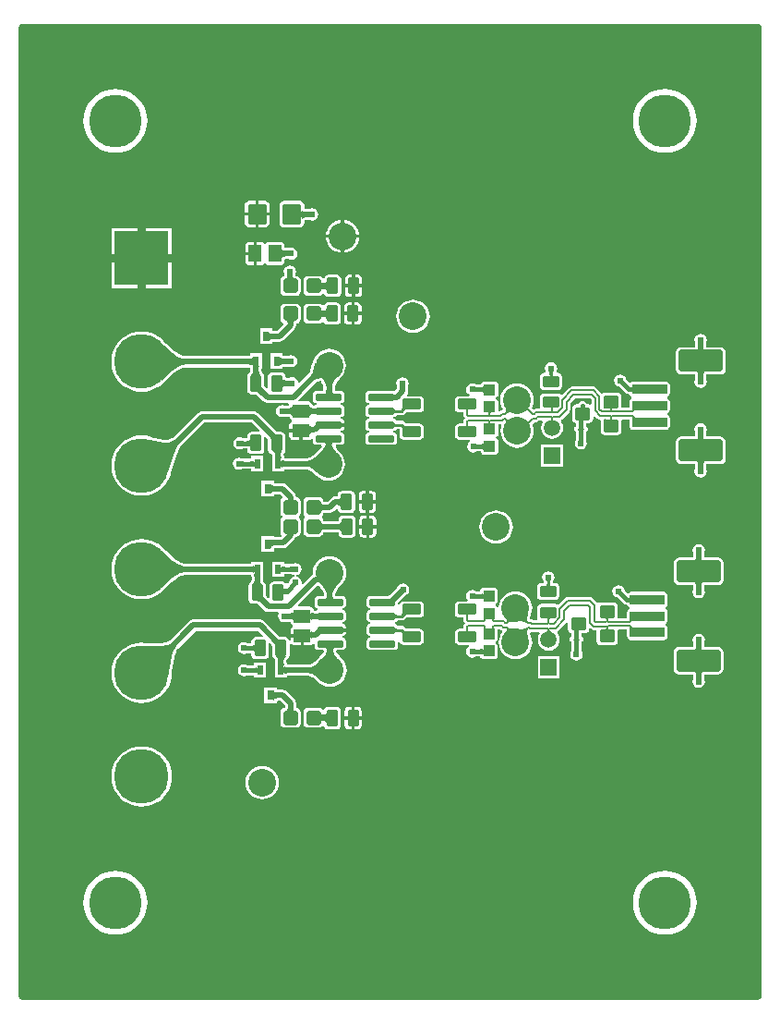
<source format=gtl>
G04*
G04 #@! TF.GenerationSoftware,Altium Limited,Altium Designer,21.0.8 (223)*
G04*
G04 Layer_Physical_Order=1*
G04 Layer_Color=255*
%FSLAX25Y25*%
%MOIN*%
G70*
G04*
G04 #@! TF.SameCoordinates,B21DCE84-2690-44BB-8765-99E36CDB2AD5*
G04*
G04*
G04 #@! TF.FilePolarity,Positive*
G04*
G01*
G75*
%ADD13C,0.01000*%
G04:AMPARAMS|DCode=19|XSize=35.43mil|YSize=125.98mil|CornerRadius=3.54mil|HoleSize=0mil|Usage=FLASHONLY|Rotation=90.000|XOffset=0mil|YOffset=0mil|HoleType=Round|Shape=RoundedRectangle|*
%AMROUNDEDRECTD19*
21,1,0.03543,0.11890,0,0,90.0*
21,1,0.02835,0.12598,0,0,90.0*
1,1,0.00709,0.05945,0.01417*
1,1,0.00709,0.05945,-0.01417*
1,1,0.00709,-0.05945,-0.01417*
1,1,0.00709,-0.05945,0.01417*
%
%ADD19ROUNDEDRECTD19*%
G04:AMPARAMS|DCode=20|XSize=78.74mil|YSize=157.48mil|CornerRadius=7.87mil|HoleSize=0mil|Usage=FLASHONLY|Rotation=90.000|XOffset=0mil|YOffset=0mil|HoleType=Round|Shape=RoundedRectangle|*
%AMROUNDEDRECTD20*
21,1,0.07874,0.14173,0,0,90.0*
21,1,0.06299,0.15748,0,0,90.0*
1,1,0.01575,0.07087,0.03150*
1,1,0.01575,0.07087,-0.03150*
1,1,0.01575,-0.07087,-0.03150*
1,1,0.01575,-0.07087,0.03150*
%
%ADD20ROUNDEDRECTD20*%
G04:AMPARAMS|DCode=33|XSize=47.24mil|YSize=55.12mil|CornerRadius=4.72mil|HoleSize=0mil|Usage=FLASHONLY|Rotation=270.000|XOffset=0mil|YOffset=0mil|HoleType=Round|Shape=RoundedRectangle|*
%AMROUNDEDRECTD33*
21,1,0.04724,0.04567,0,0,270.0*
21,1,0.03780,0.05512,0,0,270.0*
1,1,0.00945,-0.02284,-0.01890*
1,1,0.00945,-0.02284,0.01890*
1,1,0.00945,0.02284,0.01890*
1,1,0.00945,0.02284,-0.01890*
%
%ADD33ROUNDEDRECTD33*%
G04:AMPARAMS|DCode=34|XSize=24.61mil|YSize=93.5mil|CornerRadius=2.46mil|HoleSize=0mil|Usage=FLASHONLY|Rotation=90.000|XOffset=0mil|YOffset=0mil|HoleType=Round|Shape=RoundedRectangle|*
%AMROUNDEDRECTD34*
21,1,0.02461,0.08858,0,0,90.0*
21,1,0.01968,0.09350,0,0,90.0*
1,1,0.00492,0.04429,0.00984*
1,1,0.00492,0.04429,-0.00984*
1,1,0.00492,-0.04429,-0.00984*
1,1,0.00492,-0.04429,0.00984*
%
%ADD34ROUNDEDRECTD34*%
G04:AMPARAMS|DCode=35|XSize=41.34mil|YSize=59.06mil|CornerRadius=4.13mil|HoleSize=0mil|Usage=FLASHONLY|Rotation=0.000|XOffset=0mil|YOffset=0mil|HoleType=Round|Shape=RoundedRectangle|*
%AMROUNDEDRECTD35*
21,1,0.04134,0.05079,0,0,0.0*
21,1,0.03307,0.05906,0,0,0.0*
1,1,0.00827,0.01654,-0.02539*
1,1,0.00827,-0.01654,-0.02539*
1,1,0.00827,-0.01654,0.02539*
1,1,0.00827,0.01654,0.02539*
%
%ADD35ROUNDEDRECTD35*%
G04:AMPARAMS|DCode=36|XSize=41.34mil|YSize=59.06mil|CornerRadius=4.13mil|HoleSize=0mil|Usage=FLASHONLY|Rotation=90.000|XOffset=0mil|YOffset=0mil|HoleType=Round|Shape=RoundedRectangle|*
%AMROUNDEDRECTD36*
21,1,0.04134,0.05079,0,0,90.0*
21,1,0.03307,0.05906,0,0,90.0*
1,1,0.00827,0.02539,0.01654*
1,1,0.00827,0.02539,-0.01654*
1,1,0.00827,-0.02539,-0.01654*
1,1,0.00827,-0.02539,0.01654*
%
%ADD36ROUNDEDRECTD36*%
%ADD37R,0.02362X0.03543*%
G04:AMPARAMS|DCode=38|XSize=51.18mil|YSize=51.18mil|CornerRadius=5.12mil|HoleSize=0mil|Usage=FLASHONLY|Rotation=180.000|XOffset=0mil|YOffset=0mil|HoleType=Round|Shape=RoundedRectangle|*
%AMROUNDEDRECTD38*
21,1,0.05118,0.04095,0,0,180.0*
21,1,0.04095,0.05118,0,0,180.0*
1,1,0.01024,-0.02047,0.02047*
1,1,0.01024,0.02047,0.02047*
1,1,0.01024,0.02047,-0.02047*
1,1,0.01024,-0.02047,-0.02047*
%
%ADD38ROUNDEDRECTD38*%
G04:AMPARAMS|DCode=39|XSize=66.93mil|YSize=37.4mil|CornerRadius=3.74mil|HoleSize=0mil|Usage=FLASHONLY|Rotation=0.000|XOffset=0mil|YOffset=0mil|HoleType=Round|Shape=RoundedRectangle|*
%AMROUNDEDRECTD39*
21,1,0.06693,0.02992,0,0,0.0*
21,1,0.05945,0.03740,0,0,0.0*
1,1,0.00748,0.02972,-0.01496*
1,1,0.00748,-0.02972,-0.01496*
1,1,0.00748,-0.02972,0.01496*
1,1,0.00748,0.02972,0.01496*
%
%ADD39ROUNDEDRECTD39*%
G04:AMPARAMS|DCode=40|XSize=74.8mil|YSize=68.9mil|CornerRadius=6.89mil|HoleSize=0mil|Usage=FLASHONLY|Rotation=270.000|XOffset=0mil|YOffset=0mil|HoleType=Round|Shape=RoundedRectangle|*
%AMROUNDEDRECTD40*
21,1,0.07480,0.05512,0,0,270.0*
21,1,0.06102,0.06890,0,0,270.0*
1,1,0.01378,-0.02756,-0.03051*
1,1,0.01378,-0.02756,0.03051*
1,1,0.01378,0.02756,0.03051*
1,1,0.01378,0.02756,-0.03051*
%
%ADD40ROUNDEDRECTD40*%
G04:AMPARAMS|DCode=41|XSize=49.21mil|YSize=62.99mil|CornerRadius=4.92mil|HoleSize=0mil|Usage=FLASHONLY|Rotation=270.000|XOffset=0mil|YOffset=0mil|HoleType=Round|Shape=RoundedRectangle|*
%AMROUNDEDRECTD41*
21,1,0.04921,0.05315,0,0,270.0*
21,1,0.03937,0.06299,0,0,270.0*
1,1,0.00984,-0.02657,-0.01968*
1,1,0.00984,-0.02657,0.01968*
1,1,0.00984,0.02657,0.01968*
1,1,0.00984,0.02657,-0.01968*
%
%ADD41ROUNDEDRECTD41*%
G04:AMPARAMS|DCode=42|XSize=43.31mil|YSize=39.37mil|CornerRadius=3.94mil|HoleSize=0mil|Usage=FLASHONLY|Rotation=180.000|XOffset=0mil|YOffset=0mil|HoleType=Round|Shape=RoundedRectangle|*
%AMROUNDEDRECTD42*
21,1,0.04331,0.03150,0,0,180.0*
21,1,0.03543,0.03937,0,0,180.0*
1,1,0.00787,-0.01772,0.01575*
1,1,0.00787,0.01772,0.01575*
1,1,0.00787,0.01772,-0.01575*
1,1,0.00787,-0.01772,-0.01575*
%
%ADD42ROUNDEDRECTD42*%
G04:AMPARAMS|DCode=43|XSize=49.21mil|YSize=62.99mil|CornerRadius=4.92mil|HoleSize=0mil|Usage=FLASHONLY|Rotation=180.000|XOffset=0mil|YOffset=0mil|HoleType=Round|Shape=RoundedRectangle|*
%AMROUNDEDRECTD43*
21,1,0.04921,0.05315,0,0,180.0*
21,1,0.03937,0.06299,0,0,180.0*
1,1,0.00984,-0.01968,0.02657*
1,1,0.00984,0.01968,0.02657*
1,1,0.00984,0.01968,-0.02657*
1,1,0.00984,-0.01968,-0.02657*
%
%ADD43ROUNDEDRECTD43*%
%ADD44C,0.00600*%
%ADD45C,0.02000*%
%ADD46C,0.01500*%
%ADD47C,0.19000*%
%ADD48C,0.10000*%
%ADD49R,0.19685X0.19685*%
%ADD50C,0.19685*%
%ADD51C,0.05906*%
%ADD52R,0.05906X0.05906*%
%ADD53C,0.02400*%
G36*
X269869Y354398D02*
X270122Y354293D01*
X270349Y354141D01*
X270543Y353948D01*
X270695Y353720D01*
X270799Y353468D01*
X270853Y353200D01*
Y353063D01*
Y3937D01*
Y3800D01*
X270799Y3532D01*
X270695Y3280D01*
X270543Y3052D01*
X270349Y2859D01*
X270122Y2707D01*
X269869Y2602D01*
X269601Y2549D01*
X3800D01*
X3532Y2602D01*
X3279Y2707D01*
X3052Y2859D01*
X2859Y3052D01*
X2707Y3280D01*
X2602Y3532D01*
X2549Y3800D01*
Y3937D01*
Y353063D01*
Y353200D01*
X2602Y353468D01*
X2707Y353720D01*
X2859Y353948D01*
X3052Y354141D01*
X3279Y354293D01*
X3532Y354398D01*
X3800Y354451D01*
X269601D01*
X269869Y354398D01*
D02*
G37*
%LPC*%
G36*
X235901Y331036D02*
X234097Y330894D01*
X232337Y330471D01*
X230664Y329778D01*
X229121Y328833D01*
X227745Y327657D01*
X226569Y326280D01*
X225623Y324737D01*
X224931Y323065D01*
X224508Y321305D01*
X224366Y319500D01*
X224508Y317695D01*
X224931Y315935D01*
X225623Y314263D01*
X226569Y312720D01*
X227745Y311343D01*
X229121Y310168D01*
X230664Y309222D01*
X232337Y308529D01*
X234097Y308106D01*
X235901Y307964D01*
X237706Y308106D01*
X239466Y308529D01*
X241139Y309222D01*
X242682Y310168D01*
X244058Y311343D01*
X245234Y312720D01*
X246180Y314263D01*
X246872Y315935D01*
X247295Y317695D01*
X247437Y319500D01*
X247295Y321305D01*
X246872Y323065D01*
X246180Y324737D01*
X245234Y326280D01*
X244058Y327657D01*
X242682Y328833D01*
X241139Y329778D01*
X239466Y330471D01*
X237706Y330894D01*
X235901Y331036D01*
D02*
G37*
G36*
X37500D02*
X35695Y330894D01*
X33935Y330471D01*
X32263Y329778D01*
X30720Y328833D01*
X29343Y327657D01*
X28168Y326280D01*
X27222Y324737D01*
X26529Y323065D01*
X26106Y321305D01*
X25964Y319500D01*
X26106Y317695D01*
X26529Y315935D01*
X27222Y314263D01*
X28168Y312720D01*
X29343Y311343D01*
X30720Y310168D01*
X32263Y309222D01*
X33935Y308529D01*
X35695Y308106D01*
X37500Y307964D01*
X39305Y308106D01*
X41065Y308529D01*
X42737Y309222D01*
X44280Y310168D01*
X45657Y311343D01*
X46832Y312720D01*
X47778Y314263D01*
X48471Y315935D01*
X48893Y317695D01*
X49036Y319500D01*
X48893Y321305D01*
X48471Y323065D01*
X47778Y324737D01*
X46832Y326280D01*
X45657Y327657D01*
X44280Y328833D01*
X42737Y329778D01*
X41065Y330471D01*
X39305Y330894D01*
X37500Y331036D01*
D02*
G37*
G36*
X91436Y290662D02*
X89280D01*
Y286489D01*
X93158D01*
Y288940D01*
X93027Y289599D01*
X92654Y290158D01*
X92095Y290531D01*
X91436Y290662D01*
D02*
G37*
G36*
X88080D02*
X85924D01*
X85265Y290531D01*
X84706Y290158D01*
X84333Y289599D01*
X84202Y288940D01*
Y286489D01*
X88080D01*
Y290662D01*
D02*
G37*
G36*
X104034D02*
X98523D01*
X97864Y290531D01*
X97305Y290158D01*
X96932Y289599D01*
X96801Y288940D01*
Y282837D01*
X96932Y282178D01*
X97305Y281620D01*
X97864Y281246D01*
X98523Y281115D01*
X104034D01*
X104693Y281246D01*
X105252Y281620D01*
X105625Y282178D01*
X105756Y282837D01*
Y283558D01*
X105762Y283560D01*
X105914Y283601D01*
X106128Y283636D01*
X106278Y283649D01*
X107671D01*
X107721Y283616D01*
X108579Y283446D01*
X109438Y283616D01*
X110165Y284103D01*
X110652Y284830D01*
X110822Y285689D01*
X110652Y286547D01*
X110165Y287275D01*
X109438Y287761D01*
X108579Y287932D01*
X107721Y287761D01*
X107671Y287728D01*
X106278D01*
X106128Y287741D01*
X105914Y287776D01*
X105762Y287817D01*
X105756Y287819D01*
Y288940D01*
X105625Y289599D01*
X105252Y290158D01*
X104693Y290531D01*
X104034Y290662D01*
D02*
G37*
G36*
X93158Y285289D02*
X89280D01*
Y281115D01*
X91436D01*
X92095Y281246D01*
X92654Y281620D01*
X93027Y282178D01*
X93158Y282837D01*
Y285289D01*
D02*
G37*
G36*
X88080D02*
X84202D01*
Y282837D01*
X84333Y282178D01*
X84706Y281620D01*
X85265Y281246D01*
X85924Y281115D01*
X88080D01*
Y285289D01*
D02*
G37*
G36*
X120179Y283858D02*
Y278489D01*
X125549D01*
X125493Y279065D01*
X125149Y280196D01*
X124592Y281238D01*
X123843Y282152D01*
X122929Y282902D01*
X121887Y283459D01*
X120756Y283802D01*
X120179Y283858D01*
D02*
G37*
G36*
X118979D02*
X118403Y283802D01*
X117272Y283459D01*
X116230Y282902D01*
X115316Y282152D01*
X114566Y281238D01*
X114009Y280196D01*
X113666Y279065D01*
X113609Y278489D01*
X118979D01*
Y283858D01*
D02*
G37*
G36*
X97016Y275817D02*
X93079D01*
X92497Y275702D01*
X92003Y275372D01*
X91805Y275077D01*
X91242D01*
X91044Y275372D01*
X90551Y275702D01*
X89968Y275817D01*
X88600D01*
Y271638D01*
Y267460D01*
X89968D01*
X90551Y267576D01*
X91044Y267905D01*
X91242Y268201D01*
X91805D01*
X92003Y267905D01*
X92497Y267576D01*
X93079Y267460D01*
X97016D01*
X97598Y267576D01*
X98091Y267905D01*
X98421Y268399D01*
X98537Y268981D01*
Y269508D01*
X98543Y269510D01*
X98695Y269551D01*
X98909Y269586D01*
X99058Y269599D01*
X100092D01*
X100142Y269566D01*
X101000Y269395D01*
X101858Y269566D01*
X102586Y270053D01*
X103072Y270780D01*
X103243Y271639D01*
X103072Y272497D01*
X102586Y273225D01*
X101858Y273711D01*
X101000Y273882D01*
X100142Y273711D01*
X100092Y273678D01*
X99058D01*
X98909Y273691D01*
X98695Y273726D01*
X98543Y273767D01*
X98537Y273769D01*
Y274296D01*
X98421Y274878D01*
X98091Y275372D01*
X97598Y275702D01*
X97016Y275817D01*
D02*
G37*
G36*
X87400D02*
X86031D01*
X85449Y275702D01*
X84956Y275372D01*
X84626Y274878D01*
X84510Y274296D01*
Y272238D01*
X87400D01*
Y275817D01*
D02*
G37*
G36*
X125549Y277289D02*
X120179D01*
Y271919D01*
X120756Y271975D01*
X121887Y272319D01*
X122929Y272876D01*
X123843Y273625D01*
X124592Y274539D01*
X125149Y275581D01*
X125493Y276712D01*
X125549Y277289D01*
D02*
G37*
G36*
X118979D02*
X113609D01*
X113666Y276712D01*
X114009Y275581D01*
X114566Y274539D01*
X115316Y273625D01*
X116230Y272876D01*
X117272Y272319D01*
X118403Y271975D01*
X118979Y271919D01*
Y277289D01*
D02*
G37*
G36*
X57842Y280850D02*
X48500D01*
Y271508D01*
X57842D01*
Y280850D01*
D02*
G37*
G36*
X45500D02*
X36157D01*
Y271508D01*
X45500D01*
Y280850D01*
D02*
G37*
G36*
X87400Y271039D02*
X84510D01*
Y268981D01*
X84626Y268399D01*
X84956Y267905D01*
X85449Y267576D01*
X86031Y267460D01*
X87400D01*
Y271039D01*
D02*
G37*
G36*
X117648Y263969D02*
X114341D01*
X113789Y263859D01*
X113322Y263547D01*
X113010Y263079D01*
X112949Y262775D01*
X112827Y262735D01*
X112429Y262722D01*
X112159Y263126D01*
X111659Y263460D01*
X111069Y263577D01*
X106975D01*
X106385Y263460D01*
X105885Y263126D01*
X105551Y262626D01*
X105433Y262036D01*
Y257941D01*
X105551Y257351D01*
X105885Y256851D01*
X106385Y256517D01*
X106975Y256400D01*
X111069D01*
X111659Y256517D01*
X112159Y256851D01*
X112429Y257255D01*
X112827Y257242D01*
X112949Y257202D01*
X113010Y256898D01*
X113322Y256430D01*
X113789Y256118D01*
X114341Y256008D01*
X117648D01*
X118199Y256118D01*
X118667Y256430D01*
X118979Y256898D01*
X119089Y257449D01*
Y262528D01*
X118979Y263079D01*
X118667Y263547D01*
X118199Y263859D01*
X117648Y263969D01*
D02*
G37*
G36*
X125168D02*
X124114D01*
Y260589D01*
X126609D01*
Y262528D01*
X126499Y263079D01*
X126187Y263547D01*
X125719Y263859D01*
X125168Y263969D01*
D02*
G37*
G36*
X122914D02*
X121861D01*
X121309Y263859D01*
X120842Y263547D01*
X120529Y263079D01*
X120420Y262528D01*
Y260589D01*
X122914D01*
Y263969D01*
D02*
G37*
G36*
X57842Y268508D02*
X48500D01*
Y259165D01*
X57842D01*
Y268508D01*
D02*
G37*
G36*
X45500D02*
X36157D01*
Y259165D01*
X45500D01*
Y268508D01*
D02*
G37*
G36*
X100570Y267394D02*
X99712Y267223D01*
X98984Y266737D01*
X98498Y266009D01*
X98327Y265151D01*
X98498Y264292D01*
X98531Y264243D01*
Y263892D01*
X98518Y263742D01*
X98483Y263533D01*
X98117Y263460D01*
X97617Y263126D01*
X97283Y262626D01*
X97166Y262036D01*
Y257941D01*
X97283Y257351D01*
X97617Y256851D01*
X98117Y256517D01*
X98707Y256400D01*
X102802D01*
X103391Y256517D01*
X103892Y256851D01*
X104226Y257351D01*
X104343Y257941D01*
Y262036D01*
X104226Y262626D01*
X103892Y263126D01*
X103391Y263460D01*
X102802Y263577D01*
X102650D01*
X102622Y263742D01*
X102609Y263892D01*
Y264243D01*
X102642Y264292D01*
X102813Y265151D01*
X102642Y266009D01*
X102156Y266737D01*
X101428Y267223D01*
X100570Y267394D01*
D02*
G37*
G36*
X126609Y259389D02*
X124114D01*
Y256008D01*
X125168D01*
X125719Y256118D01*
X126187Y256430D01*
X126499Y256898D01*
X126609Y257449D01*
Y259389D01*
D02*
G37*
G36*
X122914D02*
X120420D01*
Y257449D01*
X120529Y256898D01*
X120842Y256430D01*
X121309Y256118D01*
X121861Y256008D01*
X122914D01*
Y259389D01*
D02*
G37*
G36*
X117408Y253969D02*
X114101D01*
X113549Y253859D01*
X113082Y253547D01*
X112769Y253079D01*
X112244Y252999D01*
X112159Y253126D01*
X111659Y253460D01*
X111069Y253577D01*
X106975D01*
X106385Y253460D01*
X105885Y253126D01*
X105551Y252626D01*
X105433Y252036D01*
Y247941D01*
X105551Y247352D01*
X105885Y246851D01*
X106385Y246517D01*
X106975Y246400D01*
X111069D01*
X111659Y246517D01*
X112159Y246851D01*
X112244Y246978D01*
X112769Y246898D01*
X113082Y246430D01*
X113549Y246118D01*
X114101Y246008D01*
X117408D01*
X117959Y246118D01*
X118427Y246430D01*
X118739Y246898D01*
X118849Y247449D01*
Y252528D01*
X118739Y253079D01*
X118427Y253547D01*
X117959Y253859D01*
X117408Y253969D01*
D02*
G37*
G36*
X124927D02*
X123874D01*
Y250589D01*
X126369D01*
Y252528D01*
X126259Y253079D01*
X125946Y253547D01*
X125479Y253859D01*
X124927Y253969D01*
D02*
G37*
G36*
X122674D02*
X121620D01*
X121069Y253859D01*
X120601Y253547D01*
X120289Y253079D01*
X120179Y252528D01*
Y250589D01*
X122674D01*
Y253969D01*
D02*
G37*
G36*
X126369Y249389D02*
X123874D01*
Y246008D01*
X124927D01*
X125479Y246118D01*
X125946Y246430D01*
X126259Y246898D01*
X126369Y247449D01*
Y249389D01*
D02*
G37*
G36*
X122674D02*
X120179D01*
Y247449D01*
X120289Y246898D01*
X120601Y246430D01*
X121069Y246118D01*
X121620Y246008D01*
X122674D01*
Y249389D01*
D02*
G37*
G36*
X102802Y253577D02*
X98707D01*
X98117Y253460D01*
X97617Y253126D01*
X97283Y252626D01*
X97166Y252036D01*
Y247941D01*
X97283Y247352D01*
X97617Y246851D01*
X97937Y246638D01*
X98064Y246057D01*
X95912Y243905D01*
X94181D01*
Y244638D01*
X89819D01*
Y239094D01*
X92454D01*
X92681Y239049D01*
X92908Y239094D01*
X94181D01*
Y239734D01*
X94243Y239827D01*
X96757D01*
X97537Y239982D01*
X98199Y240424D01*
X102196Y244422D01*
X102638Y245083D01*
X102793Y245864D01*
Y246315D01*
X102799Y246390D01*
X102801Y246400D01*
X102802D01*
X103391Y246517D01*
X103892Y246851D01*
X104226Y247352D01*
X104343Y247941D01*
Y252036D01*
X104226Y252626D01*
X103892Y253126D01*
X103391Y253460D01*
X102802Y253577D01*
D02*
G37*
G36*
X145000Y255029D02*
X143824Y254913D01*
X142693Y254570D01*
X141650Y254013D01*
X140737Y253263D01*
X139987Y252350D01*
X139430Y251307D01*
X139087Y250176D01*
X138971Y249000D01*
X139087Y247824D01*
X139430Y246693D01*
X139987Y245651D01*
X140737Y244737D01*
X141650Y243987D01*
X142693Y243430D01*
X143824Y243087D01*
X145000Y242971D01*
X146176Y243087D01*
X147307Y243430D01*
X148349Y243987D01*
X149263Y244737D01*
X150013Y245651D01*
X150570Y246693D01*
X150913Y247824D01*
X151029Y249000D01*
X150913Y250176D01*
X150570Y251307D01*
X150013Y252350D01*
X149263Y253263D01*
X148349Y254013D01*
X147307Y254570D01*
X146176Y254913D01*
X145000Y255029D01*
D02*
G37*
G36*
X96909Y235590D02*
X96871Y235583D01*
X93559D01*
Y230039D01*
X96871D01*
X96909Y230032D01*
X96947Y230039D01*
X97921D01*
Y230732D01*
X98045Y230759D01*
X98460Y230799D01*
X100092D01*
X100142Y230766D01*
X101000Y230595D01*
X101858Y230766D01*
X102586Y231253D01*
X103072Y231980D01*
X103243Y232839D01*
X103072Y233697D01*
X102586Y234425D01*
X101858Y234911D01*
X101000Y235082D01*
X100142Y234911D01*
X100092Y234878D01*
X98372D01*
X98284Y234883D01*
X98050Y234912D01*
X97921Y234937D01*
Y235583D01*
X96947D01*
X96909Y235590D01*
D02*
G37*
G36*
X248904Y242738D02*
X248045Y242567D01*
X247318Y242081D01*
X246831Y241353D01*
X246661Y240494D01*
X246831Y239636D01*
X246865Y239586D01*
Y238026D01*
X246855Y237914D01*
X241817D01*
X241120Y237775D01*
X240529Y237380D01*
X240134Y236789D01*
X239995Y236091D01*
Y229792D01*
X240134Y229095D01*
X240529Y228503D01*
X241120Y228108D01*
X241817Y227970D01*
X246855D01*
X246865Y227857D01*
Y226297D01*
X246831Y226247D01*
X246661Y225389D01*
X246831Y224531D01*
X247318Y223803D01*
X248045Y223317D01*
X248904Y223146D01*
X249762Y223317D01*
X250490Y223803D01*
X250976Y224531D01*
X251147Y225389D01*
X250976Y226247D01*
X250943Y226297D01*
Y227857D01*
X250953Y227970D01*
X255991D01*
X256688Y228108D01*
X257279Y228503D01*
X257674Y229095D01*
X257813Y229792D01*
Y236091D01*
X257674Y236789D01*
X257279Y237380D01*
X256688Y237775D01*
X255991Y237914D01*
X250953D01*
X250943Y238026D01*
Y239586D01*
X250976Y239636D01*
X251147Y240494D01*
X250976Y241353D01*
X250490Y242081D01*
X249762Y242567D01*
X248904Y242738D01*
D02*
G37*
G36*
X194800Y232443D02*
X193941Y232272D01*
X193214Y231786D01*
X192728Y231058D01*
X192557Y230200D01*
X192728Y229342D01*
X192892Y229095D01*
X192656Y228655D01*
X192261D01*
X191709Y228545D01*
X191242Y228232D01*
X190929Y227765D01*
X190820Y227213D01*
Y223906D01*
X190929Y223355D01*
X191242Y222887D01*
X191709Y222575D01*
X192261Y222465D01*
X197339D01*
X197891Y222575D01*
X198358Y222887D01*
X198671Y223355D01*
X198780Y223906D01*
Y227213D01*
X198671Y227765D01*
X198358Y228232D01*
X197891Y228545D01*
X197339Y228655D01*
X196943D01*
X196708Y229095D01*
X196872Y229342D01*
X197043Y230200D01*
X196872Y231058D01*
X196386Y231786D01*
X195658Y232272D01*
X194800Y232443D01*
D02*
G37*
G36*
X141200Y227043D02*
X140341Y226872D01*
X139614Y226386D01*
X139128Y225658D01*
X138957Y224800D01*
X139128Y223942D01*
X139161Y223892D01*
Y222845D01*
X138321Y222005D01*
X137878Y222093D01*
X129020D01*
X128533Y221997D01*
X128121Y221721D01*
X127846Y221309D01*
X127749Y220823D01*
Y218854D01*
X127846Y218368D01*
X128121Y217956D01*
X128533Y217681D01*
X129020Y217584D01*
Y217093D01*
X128533Y216997D01*
X128121Y216721D01*
X127846Y216309D01*
X127749Y215823D01*
Y213854D01*
X127846Y213368D01*
X128121Y212956D01*
X128533Y212681D01*
X129020Y212584D01*
Y212093D01*
X128533Y211997D01*
X128121Y211721D01*
X127846Y211309D01*
X127749Y210823D01*
Y208854D01*
X127846Y208368D01*
X128121Y207956D01*
X128533Y207681D01*
X129020Y207584D01*
Y207093D01*
X128533Y206997D01*
X128121Y206721D01*
X127846Y206309D01*
X127749Y205823D01*
Y203854D01*
X127846Y203368D01*
X128121Y202956D01*
X128533Y202681D01*
X129020Y202584D01*
X137878D01*
X138364Y202681D01*
X138776Y202956D01*
X139052Y203368D01*
X139148Y203854D01*
Y205823D01*
X139052Y206309D01*
X138776Y206721D01*
X138364Y206997D01*
X137878Y207093D01*
Y207584D01*
X138364Y207681D01*
X138776Y207956D01*
X139012Y208309D01*
X140087D01*
Y205921D01*
X140194Y205385D01*
X140498Y204931D01*
X140952Y204627D01*
X141488Y204520D01*
X147433D01*
X147969Y204627D01*
X148424Y204931D01*
X148727Y205385D01*
X148834Y205921D01*
Y208913D01*
X148727Y209450D01*
X148424Y209904D01*
X147969Y210208D01*
X147433Y210314D01*
X142447D01*
X141841Y210920D01*
X141345Y211252D01*
X140760Y211368D01*
X139012D01*
X138776Y211721D01*
X138364Y211997D01*
X137878Y212093D01*
Y212584D01*
X138364Y212681D01*
X138776Y212956D01*
X139012Y213309D01*
X140760D01*
X141345Y213426D01*
X141841Y213757D01*
X142421Y214337D01*
X142449Y214363D01*
X147433D01*
X147969Y214470D01*
X148424Y214773D01*
X148727Y215228D01*
X148834Y215764D01*
Y218756D01*
X148727Y219292D01*
X148424Y219746D01*
X147969Y220050D01*
X147433Y220157D01*
X142873D01*
X142708Y220657D01*
X143084Y221220D01*
X143239Y222000D01*
Y223892D01*
X143272Y223942D01*
X143443Y224800D01*
X143272Y225658D01*
X142786Y226386D01*
X142058Y226872D01*
X141200Y227043D01*
D02*
G37*
G36*
X47000Y243482D02*
X45298Y243349D01*
X43639Y242950D01*
X42062Y242297D01*
X40607Y241405D01*
X39309Y240297D01*
X38201Y238999D01*
X37309Y237544D01*
X36656Y235967D01*
X36258Y234308D01*
X36124Y232606D01*
X36258Y230905D01*
X36656Y229245D01*
X37309Y227669D01*
X38201Y226214D01*
X39309Y224916D01*
X40607Y223807D01*
X42062Y222916D01*
X43639Y222263D01*
X45298Y221864D01*
X47000Y221730D01*
X48701Y221864D01*
X50361Y222263D01*
X51938Y222916D01*
X53393Y223807D01*
X54690Y224916D01*
X54808Y225053D01*
X55863Y226102D01*
X56900Y227074D01*
X58814Y228681D01*
X59654Y229289D01*
X60432Y229781D01*
X61133Y230151D01*
X61748Y230402D01*
X62270Y230541D01*
X62544Y230567D01*
X85710D01*
X85748Y230566D01*
X85988Y230544D01*
X86079Y230530D01*
Y230039D01*
X86194D01*
X86221Y229655D01*
Y229461D01*
X86212Y229379D01*
X86180Y229211D01*
X86139Y229066D01*
X86090Y228942D01*
X86035Y228836D01*
X85973Y228743D01*
X85904Y228661D01*
X85824Y228586D01*
X85686Y228483D01*
X85669Y228465D01*
X85567Y228397D01*
X85449Y228219D01*
X85420Y228187D01*
X85412Y228164D01*
X85255Y227929D01*
X85145Y227378D01*
Y222299D01*
X85255Y221748D01*
X85567Y221280D01*
X86035Y220968D01*
X86586Y220858D01*
X88290D01*
X88532Y220689D01*
X89110Y220199D01*
X90912Y218397D01*
X90912Y218397D01*
X91574Y217955D01*
X92354Y217799D01*
X92354Y217799D01*
X99991D01*
X100237Y217519D01*
X100324Y217376D01*
X100196Y217012D01*
X100145Y216923D01*
X99951Y216891D01*
X99801Y216878D01*
X98608D01*
X98558Y216911D01*
X97700Y217082D01*
X96842Y216911D01*
X96114Y216425D01*
X95628Y215697D01*
X95457Y214839D01*
X95628Y213980D01*
X96114Y213252D01*
X96842Y212766D01*
X97700Y212596D01*
X98558Y212766D01*
X98608Y212799D01*
X99803D01*
X99953Y212786D01*
X100169Y212751D01*
X100323Y212710D01*
X100361Y212695D01*
X100437Y212312D01*
X100767Y211818D01*
X101062Y211621D01*
Y211057D01*
X100767Y210859D01*
X100437Y210366D01*
X100321Y209784D01*
Y208415D01*
X104500D01*
Y207815D01*
X105100D01*
Y204325D01*
X107157D01*
X107740Y204441D01*
X108233Y204771D01*
X108352Y204948D01*
X108852Y204796D01*
Y203854D01*
X108948Y203368D01*
X109224Y202956D01*
X109636Y202681D01*
X110122Y202584D01*
X111718D01*
X111979Y202213D01*
X112010Y202084D01*
X111800Y201763D01*
X111518Y201390D01*
X110757Y200551D01*
X110300Y200115D01*
X110283Y200091D01*
X110261Y200079D01*
X110136Y199968D01*
X110116Y199952D01*
X110113Y199948D01*
X109286Y199220D01*
X108857Y198891D01*
X108441Y198605D01*
X108050Y198371D01*
X107685Y198186D01*
X107349Y198048D01*
X107043Y197956D01*
X106774Y197905D01*
X98884D01*
X98787Y197912D01*
X98556Y197941D01*
X98421Y197969D01*
Y198638D01*
X98421D01*
X98290Y199131D01*
X98297Y199246D01*
X98322Y199443D01*
X98352Y199606D01*
X98382Y199721D01*
X98394Y199755D01*
X98432Y199780D01*
X98745Y200248D01*
X98854Y200799D01*
Y205878D01*
X98745Y206429D01*
X98432Y206897D01*
X97965Y207209D01*
X97413Y207319D01*
X96094D01*
X96027Y207357D01*
X95783Y207527D01*
X95224Y207998D01*
X88980Y214242D01*
X88319Y214684D01*
X87538Y214839D01*
X68800D01*
X68020Y214684D01*
X67358Y214242D01*
X58536Y205420D01*
X58266Y205196D01*
X57791Y204926D01*
X57226Y204720D01*
X56558Y204581D01*
X55786Y204519D01*
X54907Y204539D01*
X53941Y204646D01*
X51647Y205144D01*
X50495Y205493D01*
X50361Y205549D01*
X48701Y205947D01*
X47000Y206081D01*
X45298Y205947D01*
X43639Y205549D01*
X42062Y204895D01*
X40607Y204004D01*
X39309Y202895D01*
X38201Y201597D01*
X37309Y200142D01*
X36656Y198566D01*
X36258Y196906D01*
X36124Y195205D01*
X36258Y193503D01*
X36656Y191844D01*
X37309Y190267D01*
X38201Y188812D01*
X39309Y187514D01*
X40607Y186406D01*
X42062Y185514D01*
X43639Y184861D01*
X45298Y184463D01*
X47000Y184329D01*
X48701Y184463D01*
X50361Y184861D01*
X51938Y185514D01*
X53393Y186406D01*
X54690Y187514D01*
X55799Y188812D01*
X56691Y190267D01*
X57344Y191844D01*
X57390Y192039D01*
X57951Y193849D01*
X59825Y199434D01*
X60513Y201157D01*
X60782Y201726D01*
X60986Y202089D01*
X61030Y202146D01*
X69645Y210761D01*
X86694D01*
X89636Y207819D01*
X89429Y207319D01*
X86586D01*
X86035Y207209D01*
X85567Y206897D01*
X85255Y206429D01*
X85145Y205878D01*
Y205039D01*
X85094Y205031D01*
X85002Y205023D01*
X83589D01*
X83158Y205311D01*
X82300Y205482D01*
X81441Y205311D01*
X80714Y204825D01*
X80228Y204097D01*
X80057Y203239D01*
X80228Y202380D01*
X80714Y201653D01*
X81441Y201166D01*
X82300Y200995D01*
X83158Y201166D01*
X83584Y201451D01*
X83637Y201454D01*
X85002D01*
X85094Y201446D01*
X85145Y201438D01*
Y200799D01*
X85255Y200248D01*
X85567Y199780D01*
X86035Y199468D01*
X86586Y199358D01*
X89894D01*
X90445Y199468D01*
X90913Y199780D01*
X91225Y200248D01*
X91335Y200799D01*
Y205413D01*
X91835Y205620D01*
X91927Y205527D01*
X92278Y205151D01*
X92527Y204842D01*
X92665Y204646D01*
Y200799D01*
X92775Y200248D01*
X93087Y199780D01*
X93555Y199468D01*
X93798Y199419D01*
X94106Y198899D01*
X94059Y198638D01*
X94059D01*
Y197664D01*
X94051Y197626D01*
X94059Y197588D01*
Y193095D01*
X97371D01*
X97409Y193087D01*
X97447Y193095D01*
X98421D01*
Y193764D01*
X98540Y193788D01*
X98951Y193827D01*
X106706D01*
X106978Y193774D01*
X107275Y193680D01*
X107596Y193541D01*
X107939Y193354D01*
X108303Y193115D01*
X108676Y192833D01*
X109512Y192072D01*
X109948Y191614D01*
X109978Y191593D01*
X110116Y191425D01*
X111030Y190676D01*
X112072Y190119D01*
X113203Y189775D01*
X114379Y189660D01*
X115556Y189775D01*
X116686Y190119D01*
X117729Y190676D01*
X118642Y191425D01*
X119392Y192339D01*
X119949Y193381D01*
X120292Y194512D01*
X120408Y195689D01*
X120292Y196865D01*
X119949Y197996D01*
X119392Y199038D01*
X118781Y199783D01*
X118764Y199811D01*
X118666Y199923D01*
X118642Y199952D01*
X118636Y199957D01*
X117906Y200785D01*
X117576Y201214D01*
X117291Y201629D01*
X117056Y202020D01*
X117023Y202084D01*
X117330Y202584D01*
X118980D01*
X119466Y202681D01*
X119879Y202956D01*
X120154Y203368D01*
X120251Y203854D01*
Y205823D01*
X120154Y206309D01*
X119879Y206721D01*
X119466Y206997D01*
X118980Y207093D01*
Y207584D01*
X119466Y207681D01*
X119879Y207956D01*
X120154Y208368D01*
X120251Y208854D01*
Y209239D01*
X114551D01*
Y210439D01*
X120251D01*
Y210823D01*
X120154Y211309D01*
X119879Y211721D01*
X119466Y211997D01*
X118980Y212093D01*
Y212584D01*
X119466Y212681D01*
X119879Y212956D01*
X120154Y213368D01*
X120251Y213854D01*
Y215823D01*
X120154Y216309D01*
X119879Y216721D01*
X119466Y216997D01*
X118980Y217093D01*
Y217584D01*
X119466Y217681D01*
X119879Y217956D01*
X120154Y218368D01*
X120251Y218854D01*
Y220823D01*
X120154Y221309D01*
X119879Y221721D01*
X119466Y221997D01*
X118980Y222093D01*
X116818D01*
X116788Y222207D01*
X116752Y222422D01*
X116739Y222571D01*
Y223596D01*
X116791Y223867D01*
X116884Y224168D01*
X117023Y224497D01*
X117209Y224851D01*
X117446Y225229D01*
X117727Y225618D01*
X118477Y226494D01*
X118890Y226916D01*
X118963Y226975D01*
X119713Y227889D01*
X120270Y228931D01*
X120613Y230062D01*
X120729Y231239D01*
X120613Y232415D01*
X120270Y233546D01*
X119713Y234588D01*
X118963Y235502D01*
X118050Y236251D01*
X117007Y236809D01*
X115876Y237152D01*
X114700Y237268D01*
X113524Y237152D01*
X112393Y236809D01*
X111350Y236251D01*
X110437Y235502D01*
X109687Y234588D01*
X109130Y233546D01*
X108835Y232573D01*
X108826Y232553D01*
X108825Y232552D01*
X108825Y232552D01*
Y232552D01*
X108816Y232510D01*
X108787Y232415D01*
X108782Y232366D01*
X108659Y231841D01*
X108316Y230592D01*
X107960Y229570D01*
X107788Y229166D01*
X107614Y228815D01*
X107447Y228528D01*
X107305Y228327D01*
X104040Y225062D01*
X103497Y225227D01*
X103397Y225729D01*
X102911Y226457D01*
X102183Y226943D01*
X101325Y227114D01*
X100467Y226943D01*
X100417Y226910D01*
X99375D01*
X99226Y226923D01*
X99012Y226958D01*
X98860Y226999D01*
X98854Y227002D01*
Y227378D01*
X98745Y227929D01*
X98432Y228397D01*
X97965Y228709D01*
X97413Y228819D01*
X94106D01*
X93555Y228709D01*
X93087Y228397D01*
X92775Y227929D01*
X92665Y227378D01*
Y223065D01*
X92203Y222873D01*
X92087Y222990D01*
X91751Y223351D01*
X91512Y223650D01*
X91335Y223903D01*
Y227378D01*
X91225Y227929D01*
X91069Y228162D01*
X91062Y228185D01*
X91033Y228216D01*
X90913Y228397D01*
X90812Y228464D01*
X90797Y228482D01*
X90669Y228578D01*
X90598Y228645D01*
X90536Y228721D01*
X90479Y228809D01*
X90426Y228914D01*
X90379Y229040D01*
X90338Y229189D01*
X90307Y229363D01*
X90299Y229444D01*
Y230030D01*
X90299Y230039D01*
X90441D01*
Y231013D01*
X90448Y231051D01*
X90441Y231089D01*
Y235583D01*
X87206D01*
X87201Y235584D01*
X87183Y235583D01*
X87129D01*
X87091Y235590D01*
X87053Y235583D01*
X86079D01*
Y234741D01*
X86054Y234732D01*
X85901Y234692D01*
X85686Y234658D01*
X85544Y234646D01*
X62544D01*
X62270Y234672D01*
X61748Y234811D01*
X61133Y235062D01*
X60432Y235432D01*
X59654Y235923D01*
X58823Y236525D01*
X55850Y239123D01*
X54808Y240160D01*
X54690Y240297D01*
X53393Y241405D01*
X51938Y242297D01*
X50361Y242950D01*
X48701Y243349D01*
X47000Y243482D01*
D02*
G37*
G36*
X219800Y228043D02*
X218941Y227872D01*
X218214Y227386D01*
X217728Y226658D01*
X217557Y225800D01*
X217728Y224942D01*
X218214Y224214D01*
X218941Y223728D01*
X219444Y223628D01*
X219484Y223593D01*
X221633Y221444D01*
X222212Y221057D01*
X222894Y220921D01*
X223179Y220760D01*
X223479Y220312D01*
X223927Y220012D01*
X223951Y220008D01*
Y219498D01*
X223927Y219493D01*
X223479Y219194D01*
X223179Y218746D01*
X223074Y218217D01*
Y215985D01*
X220562D01*
X220303Y216301D01*
Y220080D01*
X220188Y220655D01*
X219863Y221142D01*
X219376Y221467D01*
X218801Y221582D01*
X214235D01*
X213660Y221467D01*
X213215Y221170D01*
X211176Y223209D01*
X210746Y223496D01*
X210239Y223597D01*
X202325D01*
X201817Y223496D01*
X201387Y223209D01*
X198844Y220665D01*
X198358Y220713D01*
X197891Y221025D01*
X197339Y221135D01*
X192261D01*
X191709Y221025D01*
X191242Y220713D01*
X190929Y220245D01*
X190820Y219694D01*
Y216387D01*
X190871Y216128D01*
X190512Y215628D01*
X189254D01*
X188747Y215528D01*
X188560Y215403D01*
X187848Y216115D01*
X188070Y216531D01*
X188413Y217662D01*
X188529Y218839D01*
X188413Y220015D01*
X188070Y221146D01*
X187513Y222188D01*
X186763Y223102D01*
X185849Y223851D01*
X184807Y224409D01*
X183676Y224752D01*
X182500Y224868D01*
X181324Y224752D01*
X180193Y224409D01*
X179150Y223851D01*
X178237Y223102D01*
X177487Y222188D01*
X176930Y221146D01*
X176587Y220015D01*
X176471Y218839D01*
X176587Y217662D01*
X176930Y216531D01*
X177404Y215645D01*
X177213Y215221D01*
X177135Y215145D01*
X176627Y215044D01*
X176293Y214820D01*
X175974Y214924D01*
X175793Y215059D01*
Y217825D01*
X175684Y218369D01*
X175376Y218830D01*
X174915Y219138D01*
X174880Y219145D01*
Y219655D01*
X174915Y219662D01*
X175376Y219970D01*
X175684Y220431D01*
X175793Y220975D01*
Y224124D01*
X175684Y224668D01*
X175376Y225129D01*
X174915Y225437D01*
X174372Y225545D01*
X170828D01*
X170284Y225437D01*
X169824Y225129D01*
X169515Y224668D01*
X169474Y224462D01*
X169358Y224443D01*
X169266Y224435D01*
X167690D01*
X167258Y224723D01*
X166400Y224893D01*
X165542Y224723D01*
X164814Y224236D01*
X164328Y223509D01*
X164157Y222650D01*
X164328Y221792D01*
X164814Y221064D01*
X165424Y220657D01*
X165291Y220157D01*
X161567D01*
X161031Y220050D01*
X160576Y219746D01*
X160273Y219292D01*
X160166Y218756D01*
Y215764D01*
X160273Y215228D01*
X160576Y214773D01*
X161031Y214470D01*
X161567Y214363D01*
X163214D01*
Y213490D01*
X163315Y212983D01*
X163602Y212553D01*
X163816Y212339D01*
X163602Y212124D01*
X163315Y211694D01*
X163214Y211187D01*
Y210314D01*
X161567D01*
X161031Y210208D01*
X160576Y209904D01*
X160273Y209450D01*
X160166Y208913D01*
Y205921D01*
X160273Y205385D01*
X160576Y204931D01*
X161031Y204627D01*
X161567Y204520D01*
X165637D01*
X165788Y204020D01*
X165214Y203637D01*
X164728Y202909D01*
X164557Y202050D01*
X164728Y201192D01*
X165214Y200464D01*
X165942Y199978D01*
X166800Y199807D01*
X167658Y199978D01*
X168084Y200263D01*
X168137Y200266D01*
X169264D01*
X169356Y200258D01*
X169454Y200242D01*
X169515Y199932D01*
X169824Y199471D01*
X170284Y199163D01*
X170828Y199055D01*
X174372D01*
X174915Y199163D01*
X175376Y199471D01*
X175684Y199932D01*
X175793Y200476D01*
Y203625D01*
X175684Y204169D01*
X175376Y204630D01*
X174915Y204938D01*
X174880Y204945D01*
Y205455D01*
X174915Y205462D01*
X175376Y205770D01*
X175684Y206231D01*
X175793Y206775D01*
Y209924D01*
X175998Y210174D01*
X176606D01*
X176681Y210127D01*
X176959Y209675D01*
X176687Y208776D01*
X176571Y207600D01*
X176687Y206424D01*
X177030Y205293D01*
X177587Y204251D01*
X178337Y203337D01*
X179250Y202587D01*
X180293Y202030D01*
X181424Y201687D01*
X182600Y201571D01*
X183776Y201687D01*
X184907Y202030D01*
X185950Y202587D01*
X186863Y203337D01*
X187613Y204251D01*
X188170Y205293D01*
X188513Y206424D01*
X188629Y207600D01*
X188513Y208776D01*
X188170Y209907D01*
X188052Y210128D01*
X188818Y210894D01*
X189433D01*
X189940Y210995D01*
X190370Y211282D01*
X190466Y211378D01*
X191630D01*
X191851Y210929D01*
X191747Y210793D01*
X191349Y209832D01*
X191213Y208800D01*
X191349Y207768D01*
X191747Y206807D01*
X192381Y205981D01*
X193207Y205347D01*
X194168Y204949D01*
X195200Y204813D01*
X196232Y204949D01*
X197193Y205347D01*
X198019Y205981D01*
X198653Y206807D01*
X199051Y207768D01*
X199187Y208800D01*
X199051Y209832D01*
X198653Y210793D01*
X198461Y211043D01*
X198597Y211688D01*
X198713Y211766D01*
X201341Y214394D01*
X201629Y214824D01*
X201729Y215331D01*
Y217539D01*
X203537Y219346D01*
X209027D01*
X209366Y219007D01*
Y217541D01*
X208867Y217191D01*
X208565Y217251D01*
X207940D01*
X207930Y217299D01*
X207543Y217877D01*
X206965Y218264D01*
X206282Y218400D01*
X205599Y218264D01*
X205020Y217877D01*
X204633Y217299D01*
X204624Y217251D01*
X203998D01*
X203424Y217137D01*
X202937Y216811D01*
X202611Y216324D01*
X202497Y215750D01*
Y211970D01*
X202611Y211396D01*
X202937Y210909D01*
X203424Y210583D01*
X203816Y210505D01*
Y209350D01*
X203811Y209350D01*
X203763Y209325D01*
X203710Y209314D01*
X203588Y209233D01*
X203459Y209165D01*
X203424Y209123D01*
X203379Y209093D01*
X203298Y208972D01*
X203204Y208859D01*
X203188Y208807D01*
X203158Y208762D01*
X203129Y208619D01*
X203086Y208480D01*
X203091Y208425D01*
X203080Y208372D01*
X203109Y208229D01*
X203122Y208083D01*
X203147Y208035D01*
X203158Y207982D01*
X203239Y207860D01*
X203307Y207731D01*
X203349Y207696D01*
X203379Y207651D01*
X203500Y207570D01*
X203612Y207476D01*
X203664Y207460D01*
X203710Y207430D01*
X203785Y207415D01*
X203808Y207277D01*
X203816Y207185D01*
Y204462D01*
X203528Y204031D01*
X203357Y203173D01*
X203528Y202314D01*
X204014Y201587D01*
X204742Y201100D01*
X205600Y200929D01*
X206458Y201100D01*
X207186Y201587D01*
X207672Y202314D01*
X207843Y203173D01*
X207672Y204031D01*
X207388Y204457D01*
X207384Y204510D01*
Y207185D01*
X207392Y207277D01*
X207415Y207415D01*
X207490Y207430D01*
X207535Y207460D01*
X207587Y207476D01*
X207699Y207570D01*
X207821Y207651D01*
X207851Y207696D01*
X207893Y207731D01*
X207961Y207860D01*
X208042Y207982D01*
X208052Y208035D01*
X208078Y208083D01*
X208091Y208229D01*
X208120Y208372D01*
X208109Y208425D01*
X208114Y208480D01*
X208070Y208619D01*
X208042Y208762D01*
X208012Y208807D01*
X207996Y208859D01*
X207902Y208972D01*
X207821Y209093D01*
X207776Y209123D01*
X207741Y209165D01*
X207611Y209233D01*
X207490Y209314D01*
X207437Y209325D01*
X207388Y209350D01*
X207384Y209350D01*
Y210469D01*
X208565D01*
X209140Y210583D01*
X209627Y210909D01*
X209952Y211396D01*
X210067Y211970D01*
Y213016D01*
X210528Y213208D01*
X211614Y212123D01*
X212044Y211835D01*
X212267Y211791D01*
X212600Y211649D01*
X212733Y211419D01*
Y207639D01*
X212848Y207065D01*
X213173Y206578D01*
X213660Y206252D01*
X214235Y206138D01*
X218801D01*
X219376Y206252D01*
X219863Y206578D01*
X220188Y207065D01*
X220303Y207639D01*
Y211419D01*
X220562Y211734D01*
X223074D01*
Y209477D01*
X223179Y208949D01*
X223479Y208501D01*
X223927Y208201D01*
X224455Y208096D01*
X236345D01*
X236873Y208201D01*
X237321Y208501D01*
X237621Y208949D01*
X237726Y209477D01*
Y212312D01*
X237621Y212840D01*
X237321Y213288D01*
X236873Y213588D01*
X236849Y213592D01*
Y214102D01*
X236873Y214107D01*
X237321Y214406D01*
X237621Y214854D01*
X237726Y215383D01*
Y218217D01*
X237621Y218746D01*
X237321Y219194D01*
X236873Y219493D01*
X236849Y219498D01*
Y220008D01*
X236873Y220012D01*
X237321Y220312D01*
X237621Y220760D01*
X237726Y221288D01*
Y224123D01*
X237621Y224651D01*
X237321Y225099D01*
X236873Y225399D01*
X236345Y225504D01*
X224455D01*
X223927Y225399D01*
X223479Y225099D01*
X223065Y225059D01*
X221973Y226150D01*
X221872Y226658D01*
X221386Y227386D01*
X220658Y227872D01*
X219800Y228043D01*
D02*
G37*
G36*
X103900Y207215D02*
X100321D01*
Y205847D01*
X100437Y205264D01*
X100767Y204771D01*
X101260Y204441D01*
X101842Y204325D01*
X103900D01*
Y207215D01*
D02*
G37*
G36*
X90941Y198638D02*
X86579D01*
Y197643D01*
X86507Y197631D01*
X86415Y197623D01*
X83389D01*
X82958Y197911D01*
X82100Y198082D01*
X81242Y197911D01*
X80514Y197425D01*
X80028Y196697D01*
X79857Y195839D01*
X80028Y194980D01*
X80514Y194253D01*
X81242Y193766D01*
X82100Y193596D01*
X82958Y193766D01*
X83384Y194051D01*
X83437Y194054D01*
X86415D01*
X86507Y194046D01*
X86579Y194035D01*
Y193095D01*
X90941D01*
Y198638D01*
D02*
G37*
G36*
X199153Y202753D02*
X191247D01*
Y194847D01*
X199153D01*
Y202753D01*
D02*
G37*
G36*
X248904Y210454D02*
X248045Y210283D01*
X247318Y209797D01*
X246831Y209069D01*
X246661Y208211D01*
X246831Y207353D01*
X246865Y207303D01*
Y205743D01*
X246855Y205630D01*
X241817D01*
X241120Y205492D01*
X240529Y205097D01*
X240134Y204505D01*
X239995Y203808D01*
Y197509D01*
X240134Y196811D01*
X240529Y196220D01*
X241120Y195825D01*
X241817Y195686D01*
X246855D01*
X246865Y195574D01*
Y194014D01*
X246831Y193964D01*
X246661Y193105D01*
X246831Y192247D01*
X247318Y191519D01*
X248045Y191033D01*
X248904Y190862D01*
X249762Y191033D01*
X250490Y191519D01*
X250976Y192247D01*
X251147Y193105D01*
X250976Y193964D01*
X250943Y194014D01*
Y195574D01*
X250953Y195686D01*
X255991D01*
X256688Y195825D01*
X257279Y196220D01*
X257674Y196811D01*
X257813Y197509D01*
Y203808D01*
X257674Y204505D01*
X257279Y205097D01*
X256688Y205492D01*
X255991Y205630D01*
X250953D01*
X250943Y205743D01*
Y207303D01*
X250976Y207353D01*
X251147Y208211D01*
X250976Y209069D01*
X250490Y209797D01*
X249762Y210283D01*
X248904Y210454D01*
D02*
G37*
G36*
X122594Y186019D02*
X119287D01*
X118735Y185909D01*
X118268Y185597D01*
X117955Y185129D01*
X117845Y184578D01*
Y184163D01*
X117701Y184125D01*
X117489Y184090D01*
X117347Y184078D01*
X116900D01*
X116900Y184078D01*
X116120Y183923D01*
X115458Y183481D01*
X114155Y182178D01*
X112925D01*
X112776Y182191D01*
X112604Y182219D01*
X112493Y182776D01*
X112159Y183276D01*
X111659Y183610D01*
X111069Y183727D01*
X106975D01*
X106385Y183610D01*
X105885Y183276D01*
X105551Y182776D01*
X105433Y182186D01*
Y178091D01*
X105551Y177501D01*
X105885Y177001D01*
X105978Y176939D01*
Y176338D01*
X105885Y176276D01*
X105551Y175776D01*
X105433Y175186D01*
Y171091D01*
X105551Y170501D01*
X105885Y170001D01*
X106385Y169667D01*
X106975Y169550D01*
X111069D01*
X111659Y169667D01*
X112159Y170001D01*
X112493Y170501D01*
X112604Y171058D01*
X112776Y171086D01*
X112925Y171099D01*
X117524D01*
X117674Y171086D01*
X117888Y171051D01*
X118040Y171010D01*
X118045Y171008D01*
Y170599D01*
X118155Y170048D01*
X118467Y169580D01*
X118935Y169268D01*
X119486Y169158D01*
X122794D01*
X123345Y169268D01*
X123813Y169580D01*
X124125Y170048D01*
X124235Y170599D01*
Y175678D01*
X124125Y176229D01*
X123813Y176697D01*
X123345Y177009D01*
X122794Y177119D01*
X119486D01*
X118935Y177009D01*
X118467Y176697D01*
X118155Y176229D01*
X118045Y175678D01*
Y175269D01*
X118040Y175267D01*
X117888Y175226D01*
X117674Y175191D01*
X117524Y175178D01*
X112925D01*
X112776Y175191D01*
X112604Y175219D01*
X112493Y175776D01*
X112159Y176276D01*
X112066Y176338D01*
Y176939D01*
X112159Y177001D01*
X112493Y177501D01*
X112604Y178058D01*
X112776Y178086D01*
X112925Y178099D01*
X115000D01*
X115780Y178255D01*
X116442Y178697D01*
X117345Y179600D01*
X117619Y179545D01*
X117863Y179411D01*
X117955Y178948D01*
X118268Y178480D01*
X118735Y178168D01*
X119287Y178058D01*
X122594D01*
X123145Y178168D01*
X123613Y178480D01*
X123925Y178948D01*
X124035Y179499D01*
Y184578D01*
X123925Y185129D01*
X123613Y185597D01*
X123145Y185909D01*
X122594Y186019D01*
D02*
G37*
G36*
X130113D02*
X129060D01*
Y182639D01*
X131554D01*
Y184578D01*
X131445Y185129D01*
X131132Y185597D01*
X130665Y185909D01*
X130113Y186019D01*
D02*
G37*
G36*
X127860D02*
X126806D01*
X126255Y185909D01*
X125787Y185597D01*
X125475Y185129D01*
X125365Y184578D01*
Y182639D01*
X127860D01*
Y186019D01*
D02*
G37*
G36*
X131554Y181439D02*
X129060D01*
Y178058D01*
X130113D01*
X130665Y178168D01*
X131132Y178480D01*
X131445Y178948D01*
X131554Y179499D01*
Y181439D01*
D02*
G37*
G36*
X127860D02*
X125365D01*
Y179499D01*
X125475Y178948D01*
X125787Y178480D01*
X126255Y178168D01*
X126806Y178058D01*
X127860D01*
Y181439D01*
D02*
G37*
G36*
X130313Y177119D02*
X129260D01*
Y173739D01*
X131754D01*
Y175678D01*
X131645Y176229D01*
X131332Y176697D01*
X130865Y177009D01*
X130313Y177119D01*
D02*
G37*
G36*
X128060D02*
X127006D01*
X126455Y177009D01*
X125987Y176697D01*
X125675Y176229D01*
X125565Y175678D01*
Y173739D01*
X128060D01*
Y177119D01*
D02*
G37*
G36*
X93669Y189590D02*
X93631Y189583D01*
X90319D01*
Y184039D01*
X93631D01*
X93669Y184032D01*
X93707Y184039D01*
X94681D01*
Y184708D01*
X94800Y184733D01*
X95211Y184772D01*
X97012D01*
X97791Y183993D01*
X97727Y183350D01*
X97617Y183276D01*
X97283Y182776D01*
X97166Y182186D01*
Y178091D01*
X97283Y177501D01*
X97617Y177001D01*
X97710Y176939D01*
Y176338D01*
X97617Y176276D01*
X97283Y175776D01*
X97166Y175186D01*
Y171091D01*
X97283Y170501D01*
X97617Y170001D01*
X97634Y169827D01*
X97275Y169468D01*
X94690D01*
X94681Y169469D01*
Y169610D01*
X93710D01*
X93673Y169618D01*
X93634Y169610D01*
X90319D01*
Y164067D01*
X94681D01*
Y165290D01*
X94708Y165301D01*
X94860Y165341D01*
X95074Y165377D01*
X95223Y165390D01*
X98120D01*
X98900Y165545D01*
X99562Y165987D01*
X102196Y168622D01*
X102638Y169283D01*
X102691Y169550D01*
X102802D01*
X103391Y169667D01*
X103892Y170001D01*
X104226Y170501D01*
X104343Y171091D01*
Y175186D01*
X104226Y175776D01*
X103892Y176276D01*
X103798Y176338D01*
Y176939D01*
X103892Y177001D01*
X104226Y177501D01*
X104343Y178091D01*
Y182186D01*
X104226Y182776D01*
X103892Y183276D01*
X103391Y183610D01*
X102802Y183727D01*
X102793D01*
Y183914D01*
X102638Y184694D01*
X102196Y185356D01*
X99299Y188253D01*
X98637Y188695D01*
X97857Y188850D01*
X95144D01*
X95047Y188857D01*
X94815Y188886D01*
X94681Y188914D01*
Y189583D01*
X93707D01*
X93669Y189590D01*
D02*
G37*
G36*
X131754Y172539D02*
X129260D01*
Y169158D01*
X130313D01*
X130865Y169268D01*
X131332Y169580D01*
X131645Y170048D01*
X131754Y170599D01*
Y172539D01*
D02*
G37*
G36*
X128060D02*
X125565D01*
Y170599D01*
X125675Y170048D01*
X125987Y169580D01*
X126455Y169268D01*
X127006Y169158D01*
X128060D01*
Y172539D01*
D02*
G37*
G36*
X175000Y179029D02*
X173824Y178913D01*
X172693Y178570D01*
X171650Y178013D01*
X170737Y177263D01*
X169987Y176350D01*
X169430Y175307D01*
X169087Y174176D01*
X168971Y173000D01*
X169087Y171824D01*
X169430Y170693D01*
X169987Y169650D01*
X170737Y168737D01*
X171650Y167987D01*
X172693Y167430D01*
X173824Y167087D01*
X175000Y166971D01*
X176176Y167087D01*
X177307Y167430D01*
X178349Y167987D01*
X179263Y168737D01*
X180013Y169650D01*
X180570Y170693D01*
X180913Y171824D01*
X181029Y173000D01*
X180913Y174176D01*
X180570Y175307D01*
X180013Y176350D01*
X179263Y177263D01*
X178349Y178013D01*
X177307Y178570D01*
X176176Y178913D01*
X175000Y179029D01*
D02*
G37*
G36*
X248104Y166843D02*
X247246Y166672D01*
X246518Y166186D01*
X246031Y165458D01*
X245861Y164600D01*
X246031Y163742D01*
X246065Y163692D01*
Y162132D01*
X246055Y162019D01*
X241017D01*
X240320Y161881D01*
X239729Y161486D01*
X239334Y160894D01*
X239195Y160197D01*
Y153898D01*
X239334Y153200D01*
X239729Y152609D01*
X240320Y152214D01*
X241017Y152075D01*
X246055D01*
X246065Y151963D01*
Y150402D01*
X246031Y150353D01*
X245861Y149495D01*
X246031Y148636D01*
X246518Y147908D01*
X247246Y147422D01*
X248104Y147251D01*
X248962Y147422D01*
X249690Y147908D01*
X250176Y148636D01*
X250347Y149495D01*
X250176Y150353D01*
X250143Y150402D01*
Y151963D01*
X250153Y152075D01*
X255190D01*
X255888Y152214D01*
X256479Y152609D01*
X256874Y153200D01*
X257013Y153898D01*
Y160197D01*
X256874Y160894D01*
X256479Y161486D01*
X255888Y161881D01*
X255190Y162019D01*
X250153D01*
X250143Y162132D01*
Y163692D01*
X250176Y163742D01*
X250347Y164600D01*
X250176Y165458D01*
X249690Y166186D01*
X248962Y166672D01*
X248104Y166843D01*
D02*
G37*
G36*
X193857Y157083D02*
X192998Y156913D01*
X192271Y156426D01*
X191785Y155699D01*
X191614Y154840D01*
X191785Y153982D01*
X192204Y153355D01*
X192085Y152996D01*
X191999Y152877D01*
X191974Y152855D01*
X191261D01*
X190709Y152745D01*
X190242Y152432D01*
X189929Y151965D01*
X189820Y151413D01*
Y148106D01*
X189929Y147555D01*
X190242Y147087D01*
X190709Y146775D01*
X191261Y146665D01*
X196339D01*
X196891Y146775D01*
X197358Y147087D01*
X197671Y147555D01*
X197780Y148106D01*
Y151413D01*
X197671Y151965D01*
X197358Y152432D01*
X196891Y152745D01*
X196339Y152855D01*
X195739D01*
X195715Y152877D01*
X195629Y152996D01*
X195510Y153355D01*
X195929Y153982D01*
X196100Y154840D01*
X195929Y155699D01*
X195443Y156426D01*
X194715Y156913D01*
X193857Y157083D01*
D02*
G37*
G36*
X219200Y152043D02*
X218341Y151872D01*
X217614Y151386D01*
X217128Y150658D01*
X216957Y149800D01*
X217128Y148942D01*
X217614Y148214D01*
X218341Y147728D01*
X218844Y147628D01*
X218884Y147593D01*
X221033Y145444D01*
X221612Y145057D01*
X222294Y144921D01*
X222379Y144865D01*
X222679Y144417D01*
X223127Y144118D01*
X223151Y144113D01*
Y143603D01*
X223127Y143599D01*
X222679Y143299D01*
X222379Y142851D01*
X222274Y142323D01*
Y140185D01*
X219044D01*
X218803Y140480D01*
Y144259D01*
X218689Y144834D01*
X218363Y145321D01*
X217876Y145646D01*
X217302Y145760D01*
X212735D01*
X212160Y145646D01*
X212076Y145590D01*
X211474Y145589D01*
X211382Y145682D01*
X209676Y147388D01*
X209246Y147675D01*
X208739Y147776D01*
X200825D01*
X200318Y147675D01*
X199887Y147388D01*
X197408Y144908D01*
X197358Y144913D01*
X196891Y145225D01*
X196339Y145335D01*
X191261D01*
X190709Y145225D01*
X190242Y144913D01*
X189929Y144445D01*
X189820Y143894D01*
Y140587D01*
X189929Y140035D01*
X189961Y139987D01*
X189694Y139487D01*
X188445D01*
X188256Y139613D01*
X187749Y139714D01*
X187599D01*
X187236Y140191D01*
X187237Y140268D01*
X187268Y140538D01*
X187334Y140847D01*
X187437Y141194D01*
X187544Y141482D01*
X187570Y141531D01*
X187913Y142662D01*
X188029Y143839D01*
X187913Y145015D01*
X187570Y146146D01*
X187013Y147188D01*
X186263Y148102D01*
X185350Y148852D01*
X184307Y149409D01*
X183176Y149752D01*
X182000Y149868D01*
X180824Y149752D01*
X179693Y149409D01*
X178650Y148852D01*
X177737Y148102D01*
X176987Y147188D01*
X176430Y146146D01*
X176087Y145015D01*
X175987Y144004D01*
X175497Y143970D01*
X175482Y143973D01*
X175176Y144430D01*
X174715Y144738D01*
X174680Y144745D01*
Y145255D01*
X174715Y145262D01*
X175176Y145570D01*
X175484Y146031D01*
X175593Y146575D01*
Y149724D01*
X175484Y150268D01*
X175176Y150729D01*
X174715Y151037D01*
X174172Y151145D01*
X170628D01*
X170085Y151037D01*
X169623Y150729D01*
X169315Y150268D01*
X169233Y149855D01*
X169156Y149843D01*
X169064Y149835D01*
X167690D01*
X167258Y150123D01*
X166400Y150294D01*
X165542Y150123D01*
X164814Y149636D01*
X164328Y148909D01*
X164157Y148050D01*
X164328Y147192D01*
X164685Y146657D01*
X164443Y146157D01*
X161567D01*
X161031Y146050D01*
X160576Y145747D01*
X160273Y145292D01*
X160166Y144756D01*
Y141764D01*
X160273Y141228D01*
X160576Y140773D01*
X161031Y140470D01*
X161567Y140363D01*
X163214D01*
Y139490D01*
X163315Y138983D01*
X163602Y138553D01*
X163816Y138339D01*
X163602Y138124D01*
X163315Y137694D01*
X163214Y137187D01*
Y136314D01*
X161567D01*
X161031Y136208D01*
X160576Y135904D01*
X160273Y135450D01*
X160166Y134913D01*
Y131921D01*
X160273Y131385D01*
X160576Y130931D01*
X161031Y130627D01*
X161567Y130520D01*
X165088D01*
X165240Y130020D01*
X164814Y129736D01*
X164328Y129008D01*
X164157Y128150D01*
X164328Y127291D01*
X164814Y126564D01*
X165542Y126077D01*
X166400Y125907D01*
X167258Y126077D01*
X167684Y126362D01*
X167737Y126365D01*
X169066D01*
X169158Y126357D01*
X169274Y126338D01*
X169315Y126132D01*
X169623Y125671D01*
X170085Y125363D01*
X170628Y125255D01*
X174172D01*
X174715Y125363D01*
X175176Y125671D01*
X175484Y126132D01*
X175593Y126676D01*
Y129825D01*
X175484Y130369D01*
X175176Y130830D01*
X174715Y131138D01*
X174680Y131145D01*
Y131655D01*
X174715Y131662D01*
X175176Y131970D01*
X175484Y132431D01*
X175593Y132975D01*
Y136074D01*
X176482D01*
X176706Y135851D01*
X177086Y135597D01*
X177185Y135459D01*
X177317Y135091D01*
X176987Y134688D01*
X176430Y133646D01*
X176087Y132515D01*
X175971Y131339D01*
X176087Y130162D01*
X176430Y129031D01*
X176987Y127989D01*
X177737Y127075D01*
X178650Y126326D01*
X179693Y125768D01*
X180824Y125425D01*
X182000Y125310D01*
X183176Y125425D01*
X184307Y125768D01*
X185350Y126326D01*
X186263Y127075D01*
X187013Y127989D01*
X187570Y129031D01*
X187913Y130162D01*
X188029Y131339D01*
X187913Y132515D01*
X187570Y133646D01*
X187544Y133695D01*
X187437Y133984D01*
X187334Y134330D01*
X187268Y134639D01*
X187255Y134753D01*
X187256Y134764D01*
X187474Y135078D01*
X187696Y135236D01*
X190563D01*
X190810Y134736D01*
X190547Y134393D01*
X190149Y133432D01*
X190013Y132400D01*
X190149Y131368D01*
X190547Y130407D01*
X191181Y129581D01*
X192007Y128947D01*
X192968Y128549D01*
X194000Y128413D01*
X195032Y128549D01*
X195993Y128947D01*
X196819Y129581D01*
X197453Y130407D01*
X197851Y131368D01*
X197987Y132400D01*
X197851Y133432D01*
X197453Y134393D01*
X197083Y134876D01*
X197074Y134905D01*
X197218Y135521D01*
X197372Y135624D01*
X200464Y138716D01*
X200497Y138766D01*
X200997Y138615D01*
Y136149D01*
X201111Y135574D01*
X201437Y135087D01*
X201924Y134762D01*
X202216Y134704D01*
Y133529D01*
X202211Y133529D01*
X202163Y133503D01*
X202110Y133493D01*
X201988Y133412D01*
X201859Y133344D01*
X201824Y133302D01*
X201779Y133272D01*
X201698Y133150D01*
X201604Y133038D01*
X201588Y132986D01*
X201558Y132941D01*
X201529Y132798D01*
X201486Y132658D01*
X201491Y132604D01*
X201480Y132551D01*
X201509Y132408D01*
X201522Y132262D01*
X201547Y132214D01*
X201558Y132161D01*
X201639Y132039D01*
X201707Y131910D01*
X201749Y131875D01*
X201779Y131830D01*
X201900Y131749D01*
X202012Y131655D01*
X202064Y131639D01*
X202110Y131609D01*
X202185Y131594D01*
X202208Y131455D01*
X202216Y131364D01*
Y128289D01*
X201928Y127858D01*
X201757Y127000D01*
X201928Y126142D01*
X202414Y125414D01*
X203141Y124928D01*
X204000Y124757D01*
X204858Y124928D01*
X205586Y125414D01*
X206072Y126142D01*
X206243Y127000D01*
X206072Y127858D01*
X205788Y128285D01*
X205784Y128337D01*
Y131364D01*
X205792Y131455D01*
X205815Y131594D01*
X205890Y131609D01*
X205935Y131639D01*
X205987Y131655D01*
X206099Y131749D01*
X206221Y131830D01*
X206251Y131875D01*
X206293Y131910D01*
X206361Y132039D01*
X206442Y132161D01*
X206452Y132214D01*
X206478Y132262D01*
X206491Y132408D01*
X206520Y132551D01*
X206509Y132604D01*
X206514Y132658D01*
X206470Y132798D01*
X206442Y132941D01*
X206412Y132986D01*
X206396Y133038D01*
X206302Y133150D01*
X206221Y133272D01*
X206176Y133302D01*
X206141Y133344D01*
X206012Y133412D01*
X205890Y133493D01*
X205837Y133503D01*
X205788Y133529D01*
X205784Y133529D01*
Y134648D01*
X207065D01*
X207640Y134762D01*
X208127Y135087D01*
X208452Y135574D01*
X208567Y136149D01*
Y136331D01*
X209029Y136523D01*
X209289Y136263D01*
X209719Y135975D01*
X210226Y135874D01*
X211006D01*
X211233Y135598D01*
Y131818D01*
X211348Y131244D01*
X211673Y130756D01*
X212160Y130431D01*
X212735Y130317D01*
X217302D01*
X217876Y130431D01*
X218363Y130756D01*
X218689Y131244D01*
X218803Y131818D01*
Y135598D01*
X219079Y135934D01*
X222274D01*
Y133583D01*
X222379Y133054D01*
X222679Y132606D01*
X223127Y132307D01*
X223655Y132202D01*
X235545D01*
X236073Y132307D01*
X236521Y132606D01*
X236821Y133054D01*
X236926Y133583D01*
Y136417D01*
X236821Y136946D01*
X236521Y137394D01*
X236073Y137693D01*
X236049Y137698D01*
Y138208D01*
X236073Y138212D01*
X236521Y138512D01*
X236821Y138960D01*
X236926Y139488D01*
Y142323D01*
X236821Y142851D01*
X236521Y143299D01*
X236073Y143599D01*
X236049Y143603D01*
Y144113D01*
X236073Y144118D01*
X236521Y144417D01*
X236821Y144865D01*
X236926Y145394D01*
Y148228D01*
X236821Y148757D01*
X236521Y149205D01*
X236073Y149504D01*
X235545Y149609D01*
X223655D01*
X223127Y149504D01*
X222679Y149205D01*
X222351Y149172D01*
X221373Y150150D01*
X221272Y150658D01*
X220786Y151386D01*
X220058Y151872D01*
X219200Y152043D01*
D02*
G37*
G36*
X141400Y152613D02*
X140542Y152442D01*
X139814Y151956D01*
X139328Y151228D01*
X139316Y151170D01*
X137364Y149218D01*
X136953Y148833D01*
X136600Y148542D01*
X136281Y148307D01*
X136008Y148135D01*
X135927Y148093D01*
X129520D01*
X129033Y147997D01*
X128621Y147721D01*
X128346Y147309D01*
X128249Y146823D01*
Y144854D01*
X128346Y144368D01*
X128621Y143956D01*
X129033Y143681D01*
X129520Y143584D01*
Y143093D01*
X129033Y142997D01*
X128621Y142721D01*
X128346Y142309D01*
X128249Y141823D01*
Y139854D01*
X128346Y139368D01*
X128621Y138956D01*
X129033Y138681D01*
X129520Y138584D01*
Y138093D01*
X129033Y137997D01*
X128621Y137721D01*
X128346Y137309D01*
X128249Y136823D01*
Y134854D01*
X128346Y134368D01*
X128621Y133956D01*
X129033Y133681D01*
X129520Y133584D01*
Y133093D01*
X129033Y132997D01*
X128621Y132721D01*
X128346Y132309D01*
X128249Y131823D01*
Y129854D01*
X128346Y129368D01*
X128621Y128956D01*
X129033Y128681D01*
X129520Y128584D01*
X138378D01*
X138864Y128681D01*
X139276Y128956D01*
X139552Y129368D01*
X139648Y129854D01*
Y131564D01*
X140148Y131614D01*
X140194Y131385D01*
X140498Y130931D01*
X140952Y130627D01*
X141488Y130520D01*
X147433D01*
X147969Y130627D01*
X148424Y130931D01*
X148727Y131385D01*
X148834Y131921D01*
Y134913D01*
X148727Y135450D01*
X148424Y135904D01*
X147969Y136208D01*
X147433Y136314D01*
X142447D01*
X141841Y136920D01*
X141345Y137252D01*
X140760Y137368D01*
X139512D01*
X139276Y137721D01*
X138864Y137997D01*
X138378Y138093D01*
Y138584D01*
X138864Y138681D01*
X139276Y138956D01*
X139512Y139309D01*
X140760D01*
X141345Y139426D01*
X141841Y139757D01*
X142421Y140337D01*
X142449Y140363D01*
X147433D01*
X147969Y140470D01*
X148424Y140773D01*
X148727Y141228D01*
X148834Y141764D01*
Y144756D01*
X148727Y145292D01*
X148424Y145747D01*
X147969Y146050D01*
X147433Y146157D01*
X141488D01*
X140952Y146050D01*
X140498Y145747D01*
X140194Y145292D01*
X140148Y145063D01*
X139648Y145113D01*
Y145683D01*
X139997Y146083D01*
X142200Y148286D01*
X142258Y148298D01*
X142986Y148784D01*
X143472Y149512D01*
X143643Y150370D01*
X143472Y151228D01*
X142986Y151956D01*
X142258Y152442D01*
X141400Y152613D01*
D02*
G37*
G36*
X47000Y168679D02*
X45298Y168545D01*
X43639Y168147D01*
X42062Y167494D01*
X40607Y166602D01*
X39309Y165494D01*
X38201Y164196D01*
X37309Y162741D01*
X36656Y161164D01*
X36258Y159504D01*
X36124Y157803D01*
X36258Y156102D01*
X36656Y154442D01*
X37309Y152866D01*
X38201Y151410D01*
X39309Y150113D01*
X40607Y149004D01*
X42062Y148112D01*
X43639Y147459D01*
X45298Y147061D01*
X47000Y146927D01*
X48701Y147061D01*
X50361Y147459D01*
X51938Y148112D01*
X53393Y149004D01*
X54690Y150113D01*
X54804Y150246D01*
X55851Y151282D01*
X56891Y152254D01*
X58810Y153860D01*
X59651Y154467D01*
X60430Y154959D01*
X61131Y155329D01*
X61748Y155579D01*
X62269Y155718D01*
X62542Y155744D01*
X86115D01*
X86212Y155738D01*
X86444Y155708D01*
X86579Y155681D01*
Y155012D01*
X86684D01*
X86706Y154657D01*
Y153955D01*
X86698Y153874D01*
X86666Y153703D01*
X86625Y153557D01*
X86577Y153432D01*
X86523Y153326D01*
X86462Y153235D01*
X86396Y153156D01*
X86319Y153083D01*
X86185Y152983D01*
X86169Y152965D01*
X86067Y152897D01*
X85948Y152718D01*
X85920Y152686D01*
X85912Y152663D01*
X85755Y152429D01*
X85646Y151878D01*
Y146799D01*
X85755Y146248D01*
X86067Y145780D01*
X86535Y145468D01*
X87086Y145358D01*
X88754D01*
X89002Y145185D01*
X89578Y144697D01*
X91331Y142944D01*
X91993Y142502D01*
X92773Y142347D01*
X96331D01*
X96567Y141906D01*
X96428Y141697D01*
X96257Y140839D01*
X96428Y139980D01*
X96914Y139252D01*
X97641Y138766D01*
X98500Y138595D01*
X99358Y138766D01*
X99408Y138799D01*
X100302D01*
X100452Y138786D01*
X100668Y138751D01*
X100821Y138710D01*
X100856Y138696D01*
X100937Y138288D01*
X101267Y137794D01*
X101562Y137597D01*
Y137033D01*
X101267Y136836D01*
X100937Y136342D01*
X100821Y135760D01*
Y134391D01*
X105000D01*
Y133791D01*
X105600D01*
Y130301D01*
X107657D01*
X108240Y130417D01*
X108733Y130747D01*
X108852Y130924D01*
X109352Y130772D01*
Y129854D01*
X109448Y129368D01*
X109724Y128956D01*
X110136Y128681D01*
X110622Y128584D01*
X112347D01*
X112679Y128084D01*
X112677Y128080D01*
X112491Y127726D01*
X112254Y127348D01*
X111973Y126959D01*
X111223Y126083D01*
X110810Y125661D01*
X110737Y125602D01*
X110684Y125537D01*
X109800Y124707D01*
X109390Y124373D01*
X108991Y124085D01*
X108613Y123848D01*
X108258Y123661D01*
X107930Y123523D01*
X107628Y123429D01*
X107357Y123378D01*
X99896D01*
X99791Y123385D01*
X99561Y123415D01*
X99421Y123445D01*
Y124138D01*
X99306D01*
X99279Y124522D01*
Y124716D01*
X99288Y124798D01*
X99320Y124966D01*
X99361Y125111D01*
X99410Y125235D01*
X99465Y125342D01*
X99527Y125434D01*
X99596Y125516D01*
X99676Y125591D01*
X99814Y125694D01*
X99830Y125712D01*
X99932Y125780D01*
X100051Y125958D01*
X100080Y125990D01*
X100088Y126013D01*
X100245Y126248D01*
X100354Y126799D01*
Y131553D01*
X100354Y131606D01*
X100854Y131656D01*
X100866Y131597D01*
X100937Y131241D01*
X101267Y130747D01*
X101760Y130417D01*
X102342Y130301D01*
X104400D01*
Y133191D01*
X100821D01*
Y132148D01*
X100821Y132095D01*
X100321Y132045D01*
X100309Y132104D01*
X100245Y132429D01*
X99932Y132897D01*
X99465Y133209D01*
X98913Y133319D01*
X97057D01*
X96838Y133472D01*
X96252Y133971D01*
X91180Y139042D01*
X90519Y139484D01*
X89739Y139639D01*
X65600D01*
X64820Y139484D01*
X64158Y139042D01*
X57282Y132166D01*
X57044Y131969D01*
X56568Y131695D01*
X55964Y131453D01*
X55229Y131252D01*
X54365Y131100D01*
X53376Y131002D01*
X52273Y130961D01*
X49662Y131059D01*
X48185Y131199D01*
X48106Y131191D01*
X47000Y131278D01*
X45298Y131144D01*
X43639Y130745D01*
X42062Y130092D01*
X40607Y129200D01*
X39309Y128092D01*
X38201Y126794D01*
X37309Y125339D01*
X36656Y123763D01*
X36258Y122103D01*
X36124Y120402D01*
X36258Y118700D01*
X36656Y117041D01*
X37309Y115464D01*
X38201Y114009D01*
X39309Y112711D01*
X40607Y111603D01*
X42062Y110711D01*
X43639Y110058D01*
X45298Y109659D01*
X47000Y109526D01*
X48701Y109659D01*
X50361Y110058D01*
X51938Y110711D01*
X53393Y111603D01*
X54690Y112711D01*
X55799Y114009D01*
X56691Y115464D01*
X57344Y117041D01*
X57742Y118700D01*
X57791Y119324D01*
X57816Y119406D01*
X57816Y119406D01*
X57816Y119406D01*
X57983Y121054D01*
X58373Y123923D01*
X58838Y126225D01*
X59091Y127139D01*
X59356Y127911D01*
X59627Y128524D01*
X59888Y128972D01*
X60033Y129149D01*
X66445Y135561D01*
X88894D01*
X90674Y133781D01*
X90482Y133319D01*
X88086D01*
X87535Y133209D01*
X87068Y132897D01*
X86755Y132429D01*
X86646Y131878D01*
Y131139D01*
X86594Y131131D01*
X86502Y131123D01*
X85289D01*
X84858Y131411D01*
X84000Y131582D01*
X83141Y131411D01*
X82414Y130925D01*
X81928Y130197D01*
X81757Y129339D01*
X81928Y128480D01*
X82414Y127752D01*
X83141Y127266D01*
X84000Y127095D01*
X84858Y127266D01*
X85284Y127551D01*
X85337Y127554D01*
X86502D01*
X86594Y127546D01*
X86646Y127538D01*
Y126799D01*
X86755Y126248D01*
X87068Y125780D01*
X87535Y125468D01*
X88086Y125358D01*
X91394D01*
X91945Y125468D01*
X92413Y125780D01*
X92725Y126248D01*
X92835Y126799D01*
Y130967D01*
X93297Y131158D01*
X93407Y131048D01*
X93736Y130693D01*
X93972Y130398D01*
X94153Y130139D01*
X94165Y130117D01*
Y126799D01*
X94275Y126248D01*
X94430Y126015D01*
X94438Y125993D01*
X94467Y125961D01*
X94587Y125780D01*
X94687Y125713D01*
X94703Y125696D01*
X94831Y125599D01*
X94901Y125532D01*
X94964Y125456D01*
X95021Y125368D01*
X95074Y125263D01*
X95121Y125137D01*
X95161Y124988D01*
X95193Y124814D01*
X95201Y124733D01*
Y124147D01*
X95201Y124138D01*
X95059D01*
Y123164D01*
X95051Y123126D01*
X95059Y123088D01*
Y118595D01*
X98371D01*
X98409Y118587D01*
X98447Y118595D01*
X99421D01*
Y119240D01*
X99535Y119262D01*
X99942Y119299D01*
X107357D01*
X107628Y119248D01*
X107930Y119154D01*
X108259Y119016D01*
X108613Y118829D01*
X108991Y118593D01*
X109379Y118312D01*
X110256Y117561D01*
X110677Y117148D01*
X110737Y117075D01*
X111650Y116326D01*
X112693Y115769D01*
X113824Y115425D01*
X115000Y115310D01*
X116176Y115425D01*
X117307Y115769D01*
X118350Y116326D01*
X119263Y117075D01*
X120013Y117989D01*
X120570Y119031D01*
X120913Y120162D01*
X121029Y121339D01*
X120913Y122515D01*
X120570Y123646D01*
X120013Y124688D01*
X119263Y125602D01*
X119199Y125655D01*
X118368Y126538D01*
X118035Y126948D01*
X117746Y127348D01*
X117509Y127726D01*
X117323Y128080D01*
X117321Y128084D01*
X117653Y128584D01*
X119480D01*
X119966Y128681D01*
X120379Y128956D01*
X120654Y129368D01*
X120751Y129854D01*
Y131823D01*
X120654Y132309D01*
X120379Y132721D01*
X119966Y132997D01*
X119480Y133093D01*
Y133584D01*
X119966Y133681D01*
X120379Y133956D01*
X120654Y134368D01*
X120751Y134854D01*
Y135239D01*
X115051D01*
Y136439D01*
X120751D01*
Y136823D01*
X120654Y137309D01*
X120379Y137721D01*
X119966Y137997D01*
X119480Y138093D01*
Y138584D01*
X119966Y138681D01*
X120379Y138956D01*
X120654Y139368D01*
X120751Y139854D01*
Y141823D01*
X120654Y142309D01*
X120379Y142721D01*
X119966Y142997D01*
X119480Y143093D01*
Y143584D01*
X119966Y143681D01*
X120379Y143956D01*
X120654Y144368D01*
X120751Y144854D01*
Y146823D01*
X120654Y147309D01*
X120379Y147721D01*
X119966Y147997D01*
X119480Y148093D01*
X117004D01*
X116973Y148207D01*
X116938Y148422D01*
X116925Y148571D01*
Y148793D01*
X116976Y149064D01*
X117070Y149366D01*
X117208Y149694D01*
X117395Y150047D01*
X117632Y150424D01*
X117913Y150811D01*
X118664Y151684D01*
X119087Y152113D01*
X119163Y152175D01*
X119913Y153089D01*
X120470Y154131D01*
X120813Y155262D01*
X120929Y156439D01*
X120813Y157615D01*
X120470Y158746D01*
X119913Y159788D01*
X119163Y160702D01*
X118249Y161451D01*
X117207Y162009D01*
X116076Y162352D01*
X114900Y162468D01*
X113724Y162352D01*
X112593Y162009D01*
X111550Y161451D01*
X110637Y160702D01*
X109887Y159788D01*
X109330Y158746D01*
X108987Y157615D01*
X108871Y156439D01*
X108918Y155964D01*
X108404Y155621D01*
X105140Y152357D01*
X104679Y152603D01*
X104743Y152924D01*
X104572Y153783D01*
X104086Y154510D01*
X103358Y154997D01*
X102788Y155110D01*
X102706Y155127D01*
Y155636D01*
X102788Y155653D01*
X103358Y155766D01*
X104086Y156253D01*
X104572Y156980D01*
X104743Y157839D01*
X104572Y158697D01*
X104086Y159425D01*
X103358Y159911D01*
X102500Y160082D01*
X101641Y159911D01*
X101233Y159638D01*
X100974Y159623D01*
X98584D01*
X98493Y159631D01*
X98421Y159643D01*
Y160555D01*
X94059D01*
Y155012D01*
X98421D01*
Y156035D01*
X98493Y156046D01*
X98584Y156054D01*
X101178D01*
X101215Y156051D01*
X101641Y155766D01*
X102212Y155653D01*
X102294Y155636D01*
Y155127D01*
X102212Y155110D01*
X101641Y154997D01*
X100914Y154510D01*
X100428Y153783D01*
X100328Y153280D01*
X100293Y153241D01*
X99677Y152625D01*
X99056Y152711D01*
X98932Y152897D01*
X98465Y153209D01*
X97913Y153319D01*
X94606D01*
X94055Y153209D01*
X93587Y152897D01*
X93275Y152429D01*
X93165Y151878D01*
Y147531D01*
X92703Y147339D01*
X92585Y147457D01*
X92249Y147820D01*
X92008Y148119D01*
X91835Y148367D01*
Y151878D01*
X91725Y152429D01*
X91569Y152663D01*
X91561Y152686D01*
X91532Y152718D01*
X91413Y152897D01*
X91312Y152964D01*
X91296Y152982D01*
X91164Y153081D01*
X91091Y153151D01*
X91026Y153229D01*
X90967Y153319D01*
X90913Y153424D01*
X90865Y153550D01*
X90825Y153697D01*
X90793Y153869D01*
X90785Y153951D01*
Y154967D01*
X90787Y155012D01*
X90941D01*
Y155986D01*
X90948Y156024D01*
X90941Y156062D01*
Y160555D01*
X87629D01*
X87591Y160563D01*
X87552Y160555D01*
X86579D01*
Y159886D01*
X86460Y159862D01*
X86049Y159823D01*
X62546D01*
X62271Y159849D01*
X61749Y159988D01*
X61134Y160239D01*
X60434Y160609D01*
X59657Y161101D01*
X58827Y161704D01*
X55862Y164304D01*
X54811Y165352D01*
X54690Y165494D01*
X53393Y166602D01*
X51938Y167494D01*
X50361Y168147D01*
X48701Y168545D01*
X47000Y168679D01*
D02*
G37*
G36*
X91941Y124138D02*
X87579D01*
Y123143D01*
X87507Y123131D01*
X87415Y123123D01*
X85289D01*
X84858Y123411D01*
X84000Y123582D01*
X83141Y123411D01*
X82414Y122925D01*
X81928Y122197D01*
X81757Y121339D01*
X81928Y120480D01*
X82414Y119753D01*
X83141Y119266D01*
X84000Y119096D01*
X84858Y119266D01*
X85284Y119551D01*
X85337Y119554D01*
X87415D01*
X87507Y119546D01*
X87579Y119535D01*
Y118595D01*
X91941D01*
Y124138D01*
D02*
G37*
G36*
X197953Y126353D02*
X190047D01*
Y118447D01*
X197953D01*
Y126353D01*
D02*
G37*
G36*
X248104Y134560D02*
X247246Y134389D01*
X246518Y133903D01*
X246031Y133175D01*
X245861Y132317D01*
X246031Y131458D01*
X246065Y131409D01*
Y129848D01*
X246055Y129736D01*
X241017D01*
X240320Y129597D01*
X239729Y129202D01*
X239334Y128611D01*
X239195Y127913D01*
Y121614D01*
X239334Y120917D01*
X239729Y120326D01*
X240320Y119931D01*
X241017Y119792D01*
X246055D01*
X246065Y119679D01*
Y118119D01*
X246031Y118069D01*
X245861Y117211D01*
X246031Y116353D01*
X246518Y115625D01*
X247246Y115139D01*
X248104Y114968D01*
X248962Y115139D01*
X249690Y115625D01*
X250176Y116353D01*
X250347Y117211D01*
X250176Y118069D01*
X250143Y118119D01*
Y119679D01*
X250153Y119792D01*
X255190D01*
X255888Y119931D01*
X256479Y120326D01*
X256874Y120917D01*
X257013Y121614D01*
Y127913D01*
X256874Y128611D01*
X256479Y129202D01*
X255888Y129597D01*
X255190Y129736D01*
X250153D01*
X250143Y129848D01*
Y131409D01*
X250176Y131458D01*
X250347Y132317D01*
X250176Y133175D01*
X249690Y133903D01*
X248962Y134389D01*
X248104Y134560D01*
D02*
G37*
G36*
X117473Y108069D02*
X114166D01*
X113614Y107959D01*
X113147Y107647D01*
X112835Y107179D01*
X112309Y107101D01*
X112159Y107326D01*
X111659Y107660D01*
X111069Y107777D01*
X106975D01*
X106385Y107660D01*
X105885Y107326D01*
X105551Y106826D01*
X105433Y106236D01*
Y102141D01*
X105551Y101551D01*
X105885Y101051D01*
X106385Y100717D01*
X106975Y100600D01*
X111069D01*
X111659Y100717D01*
X112159Y101051D01*
X112278Y101230D01*
X112809Y101125D01*
X112835Y100998D01*
X113147Y100530D01*
X113614Y100218D01*
X114166Y100108D01*
X117473D01*
X118025Y100218D01*
X118492Y100530D01*
X118804Y100998D01*
X118914Y101549D01*
Y106628D01*
X118804Y107179D01*
X118492Y107647D01*
X118025Y107959D01*
X117473Y108069D01*
D02*
G37*
G36*
X124993D02*
X123939D01*
Y104689D01*
X126434D01*
Y106628D01*
X126324Y107179D01*
X126012Y107647D01*
X125544Y107959D01*
X124993Y108069D01*
D02*
G37*
G36*
X122739D02*
X121686D01*
X121134Y107959D01*
X120667Y107647D01*
X120354Y107179D01*
X120245Y106628D01*
Y104689D01*
X122739D01*
Y108069D01*
D02*
G37*
G36*
X94669Y115090D02*
X94631Y115083D01*
X91319D01*
Y109539D01*
X94631D01*
X94669Y109532D01*
X94707Y109539D01*
X95681D01*
Y110189D01*
X95795Y110212D01*
X96203Y110249D01*
X97135D01*
X98715Y108669D01*
Y108092D01*
X98702Y107942D01*
X98673Y107771D01*
X98117Y107660D01*
X97617Y107326D01*
X97283Y106826D01*
X97166Y106236D01*
Y102141D01*
X97283Y101551D01*
X97617Y101051D01*
X98117Y100717D01*
X98707Y100600D01*
X102802D01*
X103391Y100717D01*
X103892Y101051D01*
X104226Y101551D01*
X104343Y102141D01*
Y106236D01*
X104226Y106826D01*
X103892Y107326D01*
X103391Y107660D01*
X102835Y107771D01*
X102806Y107943D01*
X102793Y108092D01*
Y109514D01*
X102638Y110294D01*
X102196Y110956D01*
X99421Y113731D01*
X98760Y114173D01*
X97979Y114328D01*
X96153D01*
X96050Y114335D01*
X95820Y114365D01*
X95681Y114394D01*
Y115083D01*
X94707D01*
X94669Y115090D01*
D02*
G37*
G36*
X126434Y103489D02*
X123939D01*
Y100108D01*
X124993D01*
X125544Y100218D01*
X126012Y100530D01*
X126324Y100998D01*
X126434Y101549D01*
Y103489D01*
D02*
G37*
G36*
X122739D02*
X120245D01*
Y101549D01*
X120354Y100998D01*
X120667Y100530D01*
X121134Y100218D01*
X121686Y100108D01*
X122739D01*
Y103489D01*
D02*
G37*
G36*
X90500Y86868D02*
X89324Y86752D01*
X88193Y86409D01*
X87150Y85852D01*
X86237Y85102D01*
X85487Y84188D01*
X84930Y83146D01*
X84587Y82015D01*
X84471Y80839D01*
X84587Y79662D01*
X84930Y78531D01*
X85487Y77489D01*
X86237Y76575D01*
X87150Y75826D01*
X88193Y75269D01*
X89324Y74925D01*
X90500Y74810D01*
X91676Y74925D01*
X92807Y75269D01*
X93849Y75826D01*
X94763Y76575D01*
X95513Y77489D01*
X96070Y78531D01*
X96413Y79662D01*
X96529Y80839D01*
X96413Y82015D01*
X96070Y83146D01*
X95513Y84188D01*
X94763Y85102D01*
X93849Y85852D01*
X92807Y86409D01*
X91676Y86752D01*
X90500Y86868D01*
D02*
G37*
G36*
X47000Y93876D02*
X45298Y93742D01*
X43639Y93344D01*
X42062Y92691D01*
X40607Y91799D01*
X39309Y90690D01*
X38201Y89393D01*
X37309Y87938D01*
X36656Y86361D01*
X36258Y84701D01*
X36124Y83000D01*
X36258Y81299D01*
X36656Y79639D01*
X37309Y78062D01*
X38201Y76607D01*
X39309Y75309D01*
X40607Y74201D01*
X42062Y73309D01*
X43639Y72656D01*
X45298Y72258D01*
X47000Y72124D01*
X48701Y72258D01*
X50361Y72656D01*
X51938Y73309D01*
X53393Y74201D01*
X54690Y75309D01*
X55799Y76607D01*
X56691Y78062D01*
X57344Y79639D01*
X57742Y81299D01*
X57876Y83000D01*
X57742Y84701D01*
X57344Y86361D01*
X56691Y87938D01*
X55799Y89393D01*
X54690Y90690D01*
X53393Y91799D01*
X51938Y92691D01*
X50361Y93344D01*
X48701Y93742D01*
X47000Y93876D01*
D02*
G37*
G36*
X235901Y49036D02*
X234097Y48893D01*
X232337Y48471D01*
X230664Y47778D01*
X229121Y46832D01*
X227745Y45657D01*
X226569Y44280D01*
X225623Y42737D01*
X224931Y41065D01*
X224508Y39305D01*
X224366Y37500D01*
X224508Y35695D01*
X224931Y33935D01*
X225623Y32263D01*
X226569Y30720D01*
X227745Y29343D01*
X229121Y28168D01*
X230664Y27222D01*
X232337Y26529D01*
X234097Y26107D01*
X235901Y25964D01*
X237706Y26107D01*
X239466Y26529D01*
X241139Y27222D01*
X242682Y28168D01*
X244058Y29343D01*
X245234Y30720D01*
X246180Y32263D01*
X246872Y33935D01*
X247295Y35695D01*
X247437Y37500D01*
X247295Y39305D01*
X246872Y41065D01*
X246180Y42737D01*
X245234Y44280D01*
X244058Y45657D01*
X242682Y46832D01*
X241139Y47778D01*
X239466Y48471D01*
X237706Y48893D01*
X235901Y49036D01*
D02*
G37*
G36*
X37500D02*
X35695Y48893D01*
X33935Y48471D01*
X32263Y47778D01*
X30720Y46832D01*
X29343Y45657D01*
X28168Y44280D01*
X27222Y42737D01*
X26529Y41065D01*
X26106Y39305D01*
X25964Y37500D01*
X26106Y35695D01*
X26529Y33935D01*
X27222Y32263D01*
X28168Y30720D01*
X29343Y29343D01*
X30720Y28168D01*
X32263Y27222D01*
X33935Y26529D01*
X35695Y26107D01*
X37500Y25964D01*
X39305Y26107D01*
X41065Y26529D01*
X42737Y27222D01*
X44280Y28168D01*
X45657Y29343D01*
X46832Y30720D01*
X47778Y32263D01*
X48471Y33935D01*
X48893Y35695D01*
X49036Y37500D01*
X48893Y39305D01*
X48471Y41065D01*
X47778Y42737D01*
X46832Y44280D01*
X45657Y45657D01*
X44280Y46832D01*
X42737Y47778D01*
X41065Y48471D01*
X39305Y48893D01*
X37500Y49036D01*
D02*
G37*
%LPD*%
G36*
X104733Y287499D02*
X104793Y287329D01*
X104894Y287179D01*
X105035Y287049D01*
X105216Y286939D01*
X105437Y286849D01*
X105699Y286779D01*
X106000Y286729D01*
X106342Y286699D01*
X106725Y286689D01*
Y284689D01*
X106342Y284679D01*
X106000Y284649D01*
X105699Y284599D01*
X105437Y284529D01*
X105216Y284439D01*
X105035Y284329D01*
X104894Y284199D01*
X104793Y284049D01*
X104733Y283879D01*
X104713Y283689D01*
Y287689D01*
X104733Y287499D01*
D02*
G37*
G36*
X97513Y273449D02*
X97574Y273279D01*
X97674Y273129D01*
X97815Y272999D01*
X97996Y272889D01*
X98217Y272799D01*
X98479Y272729D01*
X98781Y272679D01*
X99123Y272649D01*
X99505Y272639D01*
Y270639D01*
X99123Y270629D01*
X98781Y270599D01*
X98479Y270549D01*
X98217Y270479D01*
X97996Y270389D01*
X97815Y270279D01*
X97674Y270149D01*
X97574Y269999D01*
X97513Y269829D01*
X97493Y269639D01*
Y273639D01*
X97513Y273449D01*
D02*
G37*
G36*
X113944Y257989D02*
X113924Y258179D01*
X113863Y258349D01*
X113762Y258499D01*
X113622Y258629D01*
X113441Y258739D01*
X113219Y258829D01*
X112958Y258899D01*
X112656Y258949D01*
X112652Y258949D01*
X112648Y258949D01*
X112346Y258899D01*
X112084Y258829D01*
X111863Y258739D01*
X111682Y258629D01*
X111541Y258499D01*
X111441Y258349D01*
X111380Y258179D01*
X111360Y257989D01*
Y261989D01*
X111380Y261799D01*
X111441Y261629D01*
X111541Y261479D01*
X111682Y261349D01*
X111863Y261239D01*
X112084Y261149D01*
X112346Y261079D01*
X112648Y261029D01*
X112652Y261028D01*
X112656Y261029D01*
X112958Y261079D01*
X113219Y261149D01*
X113441Y261239D01*
X113622Y261349D01*
X113762Y261479D01*
X113863Y261629D01*
X113924Y261799D01*
X113944Y261989D01*
Y257989D01*
D02*
G37*
G36*
X101580Y263956D02*
X101610Y263615D01*
X101660Y263313D01*
X101730Y263051D01*
X101820Y262830D01*
X101930Y262649D01*
X102060Y262508D01*
X102210Y262407D01*
X102380Y262347D01*
X102570Y262327D01*
X98570D01*
X98760Y262347D01*
X98930Y262407D01*
X99080Y262508D01*
X99210Y262649D01*
X99320Y262830D01*
X99410Y263051D01*
X99480Y263313D01*
X99530Y263615D01*
X99560Y263956D01*
X99570Y264339D01*
X101570D01*
X101580Y263956D01*
D02*
G37*
G36*
X113704Y247989D02*
X113683Y248179D01*
X113623Y248349D01*
X113522Y248499D01*
X113382Y248629D01*
X113200Y248739D01*
X112979Y248829D01*
X112718Y248899D01*
X112532Y248929D01*
X112346Y248899D01*
X112084Y248829D01*
X111863Y248739D01*
X111682Y248629D01*
X111541Y248499D01*
X111441Y248349D01*
X111380Y248179D01*
X111360Y247989D01*
Y251989D01*
X111380Y251799D01*
X111441Y251629D01*
X111541Y251479D01*
X111682Y251349D01*
X111863Y251239D01*
X112084Y251149D01*
X112346Y251079D01*
X112532Y251048D01*
X112718Y251079D01*
X112979Y251149D01*
X113200Y251239D01*
X113382Y251349D01*
X113522Y251479D01*
X113623Y251629D01*
X113683Y251799D01*
X113704Y251989D01*
Y247989D01*
D02*
G37*
G36*
X102382Y247621D02*
X102250Y247567D01*
X102134Y247479D01*
X102033Y247354D01*
X101948Y247195D01*
X101878Y246999D01*
X101824Y246769D01*
X101785Y246502D01*
X101762Y246201D01*
X101754Y245864D01*
X99754D01*
X99747Y246201D01*
X99723Y246502D01*
X99685Y246769D01*
X99630Y246999D01*
X99560Y247195D01*
X99475Y247354D01*
X99375Y247479D01*
X99258Y247567D01*
X99127Y247621D01*
X98979Y247638D01*
X102529D01*
X102382Y247621D01*
D02*
G37*
G36*
X96929Y234432D02*
X96989Y234307D01*
X97089Y234197D01*
X97229Y234102D01*
X97409Y234022D01*
X97629Y233956D01*
X97889Y233905D01*
X98189Y233868D01*
X98529Y233846D01*
X98909Y233839D01*
Y231839D01*
X98529Y231831D01*
X97889Y231768D01*
X97629Y231713D01*
X97409Y231642D01*
X97229Y231555D01*
X97089Y231453D01*
X96989Y231335D01*
X96929Y231201D01*
X96909Y231051D01*
Y234571D01*
X96929Y234432D01*
D02*
G37*
G36*
X249914Y238091D02*
X249944Y237749D01*
X249994Y237447D01*
X250064Y237185D01*
X250154Y236964D01*
X250264Y236783D01*
X250394Y236642D01*
X250544Y236542D01*
X250714Y236481D01*
X250904Y236461D01*
X246904D01*
X247094Y236481D01*
X247264Y236542D01*
X247414Y236642D01*
X247544Y236783D01*
X247654Y236964D01*
X247744Y237185D01*
X247814Y237447D01*
X247864Y237749D01*
X247894Y238091D01*
X247904Y238473D01*
X249904D01*
X249914Y238091D01*
D02*
G37*
G36*
X250714Y229402D02*
X250544Y229342D01*
X250394Y229241D01*
X250264Y229100D01*
X250154Y228919D01*
X250064Y228698D01*
X249994Y228437D01*
X249944Y228135D01*
X249914Y227793D01*
X249904Y227410D01*
X247904D01*
X247894Y227793D01*
X247864Y228135D01*
X247814Y228437D01*
X247744Y228698D01*
X247654Y228919D01*
X247544Y229100D01*
X247414Y229241D01*
X247264Y229342D01*
X247094Y229402D01*
X246904Y229422D01*
X250904D01*
X250714Y229402D01*
D02*
G37*
G36*
X195575Y229274D02*
X195518Y229198D01*
X195466Y229117D01*
X195422Y229030D01*
X195385Y228938D01*
X195354Y228840D01*
X195331Y228736D01*
X195314Y228626D01*
X195303Y228510D01*
X195303Y228502D01*
X195305Y228430D01*
X195320Y228258D01*
X195345Y228106D01*
X195380Y227975D01*
X195425Y227864D01*
X195480Y227773D01*
X195545Y227702D01*
X195620Y227651D01*
X195705Y227621D01*
X195800Y227611D01*
X193800D01*
X193895Y227621D01*
X193980Y227651D01*
X194055Y227702D01*
X194120Y227773D01*
X194175Y227864D01*
X194220Y227975D01*
X194255Y228106D01*
X194280Y228258D01*
X194295Y228430D01*
X194297Y228502D01*
X194297Y228510D01*
X194286Y228626D01*
X194269Y228736D01*
X194246Y228840D01*
X194215Y228938D01*
X194177Y229030D01*
X194133Y229117D01*
X194082Y229198D01*
X194025Y229274D01*
X193960Y229343D01*
X195640D01*
X195575Y229274D01*
D02*
G37*
G36*
X137211Y220856D02*
X137271Y220852D01*
X139039Y220839D01*
Y218839D01*
X137188Y218817D01*
Y220860D01*
X137211Y220856D01*
D02*
G37*
G36*
X142934Y215599D02*
X142856Y215655D01*
X142764Y215684D01*
X142658D01*
X142538Y215655D01*
X142404Y215599D01*
X142255Y215514D01*
X142093Y215401D01*
X141916Y215259D01*
X141520Y214892D01*
X140813Y215599D01*
X141011Y215804D01*
X141322Y216171D01*
X141435Y216334D01*
X141520Y216482D01*
X141576Y216617D01*
X141605Y216737D01*
Y216843D01*
X141576Y216935D01*
X141520Y217013D01*
X142934Y215599D01*
D02*
G37*
G36*
X137223Y215736D02*
X137266Y215652D01*
X137339Y215579D01*
X137440Y215515D01*
X137570Y215461D01*
X137730Y215417D01*
X137918Y215383D01*
X138135Y215358D01*
X138382Y215343D01*
X138657Y215339D01*
Y214339D01*
X138382Y214334D01*
X137918Y214295D01*
X137730Y214260D01*
X137570Y214216D01*
X137440Y214162D01*
X137339Y214098D01*
X137266Y214025D01*
X137223Y213941D01*
X137208Y213848D01*
Y215829D01*
X137223Y215736D01*
D02*
G37*
G36*
Y210736D02*
X137266Y210652D01*
X137339Y210579D01*
X137440Y210515D01*
X137570Y210461D01*
X137730Y210417D01*
X137918Y210383D01*
X138135Y210358D01*
X138382Y210344D01*
X138657Y210339D01*
Y209339D01*
X138382Y209334D01*
X137918Y209295D01*
X137730Y209260D01*
X137570Y209216D01*
X137440Y209162D01*
X137339Y209098D01*
X137266Y209025D01*
X137223Y208941D01*
X137208Y208848D01*
Y210829D01*
X137223Y210736D01*
D02*
G37*
G36*
X141726Y209587D02*
X142095Y209273D01*
X142258Y209159D01*
X142407Y209073D01*
X142541Y209015D01*
X142661Y208985D01*
X142766Y208984D01*
X142857Y209011D01*
X142934Y209067D01*
X141532Y207664D01*
X141587Y207741D01*
X141614Y207832D01*
X141613Y207938D01*
X141584Y208057D01*
X141526Y208192D01*
X141440Y208340D01*
X141325Y208503D01*
X141183Y208681D01*
X140813Y209079D01*
X141520Y209786D01*
X141726Y209587D01*
D02*
G37*
G36*
X87091Y231051D02*
X89429D01*
X89397Y231031D01*
X89368Y230971D01*
X89343Y230871D01*
X89321Y230731D01*
X89302Y230551D01*
X89267Y229771D01*
X89265Y229619D01*
X89269Y229496D01*
X89297Y229222D01*
X89343Y228965D01*
X89407Y228727D01*
X89491Y228506D01*
X89592Y228303D01*
X89712Y228117D01*
X89851Y227950D01*
X90008Y227800D01*
X90183Y227667D01*
X86297D01*
X86480Y227804D01*
X86644Y227958D01*
X86788Y228128D01*
X86913Y228315D01*
X87019Y228519D01*
X87106Y228739D01*
X87173Y228976D01*
X87221Y229230D01*
X87250Y229500D01*
X87251Y229531D01*
X87151Y230971D01*
X87123Y231031D01*
X87091Y231051D01*
X87071Y231157D01*
X87011Y231251D01*
X86911Y231334D01*
X86771Y231406D01*
X86591Y231468D01*
X86371Y231518D01*
X86111Y231556D01*
X85811Y231584D01*
X85091Y231606D01*
Y233606D01*
X85471Y233616D01*
X85811Y233645D01*
X86111Y233693D01*
X86371Y233761D01*
X86591Y233847D01*
X86771Y233953D01*
X86911Y234079D01*
X87011Y234224D01*
X87071Y234387D01*
X87091Y234571D01*
Y231051D01*
D02*
G37*
G36*
X55155Y238377D02*
X58187Y235727D01*
X59083Y235079D01*
X59921Y234549D01*
X60701Y234136D01*
X61424Y233842D01*
X62089Y233665D01*
X62697Y233606D01*
Y231606D01*
X62089Y231547D01*
X61424Y231371D01*
X60701Y231076D01*
X59921Y230664D01*
X59083Y230134D01*
X58187Y229486D01*
X56223Y227837D01*
X55155Y226836D01*
X54029Y225717D01*
Y239496D01*
X55155Y238377D01*
D02*
G37*
G36*
X112717Y227668D02*
X118200D01*
X117725Y227184D01*
X116925Y226249D01*
X116600Y225799D01*
X116325Y225361D01*
X116100Y224934D01*
X115925Y224518D01*
X115800Y224114D01*
X115725Y223721D01*
X115700Y223340D01*
X113700D01*
X113675Y223721D01*
X113600Y224114D01*
X113475Y224518D01*
X113300Y224934D01*
X113075Y225361D01*
X112800Y225799D01*
X112475Y226249D01*
X112186Y226605D01*
X111803Y226634D01*
X111296Y226630D01*
X110823Y226581D01*
X110383Y226489D01*
X109975Y226352D01*
X109601Y226171D01*
X109260Y225945D01*
X108951Y225676D01*
X107873Y227426D01*
X108092Y227674D01*
X108305Y227975D01*
X108512Y228331D01*
X108715Y228740D01*
X108912Y229202D01*
X109290Y230289D01*
X109648Y231590D01*
X109818Y232321D01*
X112717Y227668D01*
D02*
G37*
G36*
X97831Y226681D02*
X97891Y226511D01*
X97992Y226361D01*
X98132Y226231D01*
X98313Y226121D01*
X98535Y226031D01*
X98796Y225961D01*
X99098Y225911D01*
X99440Y225881D01*
X99823Y225871D01*
Y223871D01*
X99440Y223861D01*
X99098Y223831D01*
X98796Y223781D01*
X98535Y223711D01*
X98313Y223621D01*
X98132Y223511D01*
X97992Y223381D01*
X97891Y223231D01*
X97831Y223061D01*
X97811Y222871D01*
Y226871D01*
X97831Y226681D01*
D02*
G37*
G36*
X115710Y222636D02*
X115740Y222293D01*
X115790Y221992D01*
X115860Y221730D01*
X115950Y221509D01*
X116060Y221328D01*
X116190Y221187D01*
X116340Y221086D01*
X116510Y221026D01*
X116700Y221006D01*
X112700D01*
X112890Y221026D01*
X113060Y221086D01*
X113210Y221187D01*
X113340Y221328D01*
X113450Y221509D01*
X113540Y221730D01*
X113610Y221992D01*
X113660Y222293D01*
X113690Y222636D01*
X113700Y223018D01*
X115700D01*
X115710Y222636D01*
D02*
G37*
G36*
X90179Y224564D02*
X90124Y224381D01*
X90125Y224169D01*
X90183Y223929D01*
X90297Y223661D01*
X90468Y223364D01*
X90695Y223038D01*
X90979Y222684D01*
X91717Y221890D01*
X90303Y220476D01*
X89892Y220873D01*
X89155Y221498D01*
X88829Y221725D01*
X88532Y221896D01*
X88263Y222010D01*
X88024Y222068D01*
X87812Y222069D01*
X87629Y222014D01*
X87474Y221902D01*
X90291Y224718D01*
X90179Y224564D01*
D02*
G37*
G36*
X111954Y225229D02*
X112191Y224851D01*
X112377Y224497D01*
X112516Y224168D01*
X112609Y223867D01*
X112661Y223596D01*
Y222571D01*
X112648Y222422D01*
X112612Y222207D01*
X112582Y222093D01*
X110122D01*
X109636Y221997D01*
X109224Y221721D01*
X108948Y221309D01*
X108852Y220823D01*
Y218854D01*
X108948Y218368D01*
X109224Y217956D01*
X109636Y217681D01*
X110122Y217584D01*
Y217093D01*
X109636Y216997D01*
X109460Y216879D01*
X109435Y216878D01*
X109198D01*
X109049Y216891D01*
X108834Y216926D01*
X108681Y216967D01*
X108649Y216980D01*
X108563Y217413D01*
X108233Y217906D01*
X107740Y218236D01*
X107157Y218352D01*
X103804D01*
X103597Y218852D01*
X109869Y225124D01*
X109879Y225133D01*
X110106Y225283D01*
X110361Y225406D01*
X110651Y225503D01*
X110980Y225573D01*
X111352Y225610D01*
X111677Y225613D01*
X111954Y225229D01*
D02*
G37*
G36*
X107653Y216647D02*
X107713Y216477D01*
X107814Y216327D01*
X107955Y216198D01*
X108136Y216088D01*
X108357Y215998D01*
X108619Y215928D01*
X108921Y215879D01*
X109264Y215849D01*
X109293Y215848D01*
X111013Y215951D01*
X111096Y215978D01*
Y213700D01*
X111013Y213726D01*
X110896Y213750D01*
X110747Y213771D01*
X110351Y213804D01*
X109370Y213831D01*
X109263Y213829D01*
X108920Y213799D01*
X108616Y213749D01*
X108353Y213679D01*
X108131Y213589D01*
X107949Y213479D01*
X107807Y213350D01*
X107706Y213200D01*
X107645Y213031D01*
X107624Y212841D01*
X107634Y216836D01*
X107653Y216647D01*
D02*
G37*
G36*
X101376Y212841D02*
X101355Y213031D01*
X101294Y213200D01*
X101193Y213350D01*
X101051Y213479D01*
X100869Y213589D01*
X100646Y213679D01*
X100383Y213749D01*
X100080Y213799D01*
X99737Y213829D01*
X99353Y213839D01*
Y215839D01*
X99736Y215849D01*
X100078Y215879D01*
X100381Y215928D01*
X100643Y215998D01*
X100864Y216088D01*
X101045Y216198D01*
X101186Y216327D01*
X101286Y216477D01*
X101347Y216647D01*
X101366Y216836D01*
X101376Y212841D01*
D02*
G37*
G36*
X112026Y208671D02*
X111941Y208728D01*
X111831Y208745D01*
X111695Y208721D01*
X111533Y208656D01*
X111346Y208551D01*
X111134Y208406D01*
X110896Y208220D01*
X110343Y207727D01*
X110029Y207420D01*
X109321Y208127D01*
Y207127D01*
X109001Y207120D01*
X108461Y207066D01*
X108242Y207019D01*
X108056Y206959D01*
X107904Y206884D01*
X107786Y206797D01*
X107702Y206695D01*
X107652Y206581D01*
X107635Y206453D01*
X107632Y209799D01*
X107649Y209671D01*
X107699Y209557D01*
X107784Y209456D01*
X107902Y209369D01*
X108054Y209295D01*
X108240Y209235D01*
X108460Y209188D01*
X108713Y209154D01*
X108950Y209137D01*
X110380Y210428D01*
X112026Y208671D01*
D02*
G37*
G36*
X94447Y207320D02*
X95162Y206717D01*
X95483Y206494D01*
X95778Y206325D01*
X96048Y206209D01*
X96294Y206146D01*
X96514Y206136D01*
X96709Y206179D01*
X96880Y206275D01*
X93709Y203813D01*
X93837Y203952D01*
X93905Y204122D01*
X93912Y204325D01*
X93860Y204560D01*
X93747Y204827D01*
X93574Y205125D01*
X93342Y205456D01*
X93049Y205819D01*
X92283Y206642D01*
X94051Y207701D01*
X94447Y207320D01*
D02*
G37*
G36*
X60353Y202939D02*
X60133Y202652D01*
X59875Y202194D01*
X59578Y201563D01*
X58867Y199785D01*
X56981Y194162D01*
X56412Y192325D01*
X50067Y204557D01*
X51390Y204156D01*
X53777Y203638D01*
X54839Y203521D01*
X55815Y203498D01*
X56704Y203570D01*
X57506Y203737D01*
X58220Y203998D01*
X58848Y204353D01*
X59389Y204804D01*
X60353Y202939D01*
D02*
G37*
G36*
X83181Y204062D02*
X83217Y204046D01*
X83266Y204033D01*
X83327Y204021D01*
X83401Y204011D01*
X83586Y203997D01*
X83957Y203989D01*
Y202489D01*
X83821Y202488D01*
X83327Y202456D01*
X83266Y202445D01*
X83217Y202431D01*
X83181Y202416D01*
X83157Y202399D01*
Y204079D01*
X83181Y204062D01*
D02*
G37*
G36*
X86189Y201739D02*
X86174Y201881D01*
X86129Y202009D01*
X86053Y202121D01*
X85947Y202219D01*
X85811Y202301D01*
X85645Y202369D01*
X85448Y202421D01*
X85222Y202459D01*
X84965Y202481D01*
X84677Y202489D01*
Y203989D01*
X84965Y203996D01*
X85222Y204019D01*
X85448Y204056D01*
X85645Y204109D01*
X85811Y204176D01*
X85947Y204259D01*
X86053Y204356D01*
X86129Y204469D01*
X86174Y204596D01*
X86189Y204739D01*
Y201739D01*
D02*
G37*
G36*
X116361Y203651D02*
X116191Y203591D01*
X116041Y203490D01*
X115911Y203349D01*
X115801Y203168D01*
X115711Y202947D01*
X115659Y202751D01*
X115771Y202379D01*
X115943Y201960D01*
X116163Y201526D01*
X116433Y201077D01*
X116751Y200614D01*
X117118Y200136D01*
X118000Y199137D01*
X111004Y199377D01*
X111488Y199839D01*
X112303Y200738D01*
X112634Y201175D01*
X112914Y201603D01*
X113144Y202023D01*
X113322Y202435D01*
X113434Y202788D01*
X113391Y202947D01*
X113301Y203168D01*
X113191Y203349D01*
X113061Y203490D01*
X112911Y203591D01*
X112741Y203651D01*
X112551Y203671D01*
X116551D01*
X116361Y203651D01*
D02*
G37*
G36*
X97615Y200433D02*
X97536Y200326D01*
X97467Y200189D01*
X97407Y200022D01*
X97356Y199825D01*
X97314Y199598D01*
X97282Y199341D01*
X97260Y198984D01*
X97348Y197706D01*
X97377Y197646D01*
X97409Y197626D01*
X95071D01*
X95103Y197646D01*
X95132Y197706D01*
X95157Y197806D01*
X95179Y197946D01*
X95198Y198126D01*
X95228Y198797D01*
X95200Y199124D01*
X95150Y199429D01*
X95080Y199693D01*
X94990Y199915D01*
X94880Y200095D01*
X94750Y200234D01*
X94600Y200331D01*
X94430Y200388D01*
X94240Y200402D01*
X97703Y200510D01*
X97615Y200433D01*
D02*
G37*
G36*
X97429Y197482D02*
X97489Y197352D01*
X97589Y197238D01*
X97729Y197140D01*
X97909Y197056D01*
X98129Y196988D01*
X98389Y196934D01*
X98689Y196897D01*
X99029Y196874D01*
X99409Y196866D01*
Y194866D01*
X99029Y194859D01*
X98389Y194798D01*
X98129Y194745D01*
X97909Y194676D01*
X97729Y194593D01*
X97589Y194494D01*
X97489Y194380D01*
X97429Y194251D01*
X97409Y194106D01*
Y197626D01*
X97429Y197482D01*
D02*
G37*
G36*
X110687Y192318D02*
X110225Y192802D01*
X109328Y193617D01*
X108892Y193949D01*
X108464Y194229D01*
X108044Y194458D01*
X107632Y194637D01*
X107229Y194764D01*
X106834Y194841D01*
X106447Y194866D01*
X106520Y196866D01*
X106895Y196891D01*
X107285Y196964D01*
X107690Y197086D01*
X108110Y197258D01*
X108544Y197478D01*
X108993Y197747D01*
X109456Y198065D01*
X109934Y198432D01*
X110935Y199313D01*
X110687Y192318D01*
D02*
G37*
G36*
X221005Y225759D02*
X221020Y225723D01*
X221044Y225678D01*
X221080Y225627D01*
X221125Y225568D01*
X221245Y225427D01*
X221502Y225159D01*
X220441Y224098D01*
X220344Y224194D01*
X219973Y224520D01*
X219921Y224555D01*
X219877Y224580D01*
X219841Y224595D01*
X219812Y224600D01*
X221000Y225788D01*
X221005Y225759D01*
D02*
G37*
G36*
X167281Y223473D02*
X167317Y223458D01*
X167366Y223445D01*
X167427Y223433D01*
X167501Y223423D01*
X167686Y223409D01*
X168057Y223400D01*
Y221900D01*
X167921Y221900D01*
X167427Y221868D01*
X167366Y221856D01*
X167317Y221843D01*
X167281Y221828D01*
X167257Y221810D01*
Y223490D01*
X167281Y223473D01*
D02*
G37*
G36*
X224715Y221205D02*
X224700Y221348D01*
X224655Y221476D01*
X224579Y221588D01*
X224473Y221686D01*
X224337Y221768D01*
X224171Y221835D01*
X223974Y221888D01*
X223748Y221925D01*
X223491Y221948D01*
X223203Y221955D01*
Y223456D01*
X223491Y223463D01*
X223748Y223485D01*
X223974Y223523D01*
X224171Y223575D01*
X224337Y223643D01*
X224473Y223726D01*
X224579Y223823D01*
X224655Y223936D01*
X224700Y224063D01*
X224715Y224205D01*
Y221205D01*
D02*
G37*
G36*
X170451Y221150D02*
X170436Y221293D01*
X170391Y221420D01*
X170316Y221533D01*
X170210Y221630D01*
X170074Y221713D01*
X169907Y221780D01*
X169711Y221833D01*
X169484Y221870D01*
X169227Y221893D01*
X168939Y221900D01*
Y223400D01*
X169227Y223408D01*
X169485Y223430D01*
X169712Y223468D01*
X169909Y223520D01*
X170076Y223587D01*
X170213Y223670D01*
X170319Y223767D01*
X170395Y223879D01*
X170441Y224006D01*
X170456Y224148D01*
X170451Y221150D01*
D02*
G37*
G36*
X195743Y215983D02*
X195692Y215965D01*
X195647Y215934D01*
X195608Y215892D01*
X195575Y215836D01*
X195548Y215769D01*
X195527Y215689D01*
X195512Y215598D01*
X195503Y215494D01*
X195500Y215377D01*
X194900D01*
X194897Y215494D01*
X194888Y215598D01*
X194873Y215689D01*
X194852Y215769D01*
X194825Y215836D01*
X194792Y215892D01*
X194753Y215934D01*
X194708Y215965D01*
X194657Y215983D01*
X194600Y215989D01*
X195800D01*
X195743Y215983D01*
D02*
G37*
G36*
X225581Y215249D02*
X225534Y215281D01*
X225479Y215295D01*
X225415Y215294D01*
X225343Y215275D01*
X225262Y215240D01*
X225173Y215188D01*
X225076Y215119D01*
X224970Y215034D01*
X224733Y214813D01*
X224279Y215208D01*
X224400Y215333D01*
X224591Y215557D01*
X224661Y215655D01*
X224713Y215745D01*
X224748Y215825D01*
X224766Y215896D01*
X224766Y215959D01*
X224749Y216012D01*
X224715Y216056D01*
X225581Y215249D01*
D02*
G37*
G36*
X217061Y215846D02*
X217010Y215828D01*
X216965Y215797D01*
X216926Y215754D01*
X216893Y215699D01*
X216866Y215632D01*
X216845Y215552D01*
X216830Y215461D01*
X216821Y215357D01*
X216818Y215240D01*
X216218D01*
X216215Y215357D01*
X216206Y215461D01*
X216191Y215552D01*
X216170Y215632D01*
X216143Y215699D01*
X216110Y215754D01*
X216071Y215797D01*
X216026Y215828D01*
X215975Y215846D01*
X215918Y215852D01*
X217118D01*
X217061Y215846D01*
D02*
G37*
G36*
X165082Y215593D02*
X165031Y215575D01*
X164986Y215545D01*
X164947Y215503D01*
X164914Y215449D01*
X164887Y215383D01*
X164866Y215305D01*
X164851Y215215D01*
X164842Y215113D01*
X164839Y214999D01*
X164239D01*
X164236Y215113D01*
X164227Y215215D01*
X164212Y215305D01*
X164191Y215383D01*
X164164Y215449D01*
X164131Y215503D01*
X164092Y215545D01*
X164047Y215575D01*
X163996Y215593D01*
X163939Y215599D01*
X165139D01*
X165082Y215593D01*
D02*
G37*
G36*
X182258Y214545D02*
X181737Y214559D01*
X180793Y214515D01*
X180369Y214457D01*
X179978Y214375D01*
X179619Y214269D01*
X179292Y214140D01*
X178998Y213986D01*
X178736Y213809D01*
X178507Y213607D01*
X178082Y214031D01*
X178277Y214259D01*
X178428Y214506D01*
X178536Y214774D01*
X178600Y215063D01*
X178620Y215373D01*
X178596Y215703D01*
X178529Y216054D01*
X178418Y216425D01*
X178263Y216817D01*
X178065Y217230D01*
X182258Y214545D01*
D02*
G37*
G36*
X173143Y214292D02*
X173092Y214274D01*
X173047Y214243D01*
X173008Y214200D01*
X172975Y214145D01*
X172948Y214078D01*
X172927Y213999D01*
X172912Y213907D01*
X172903Y213803D01*
X172900Y213686D01*
X172300D01*
X172297Y213803D01*
X172288Y213907D01*
X172273Y213999D01*
X172252Y214078D01*
X172225Y214145D01*
X172192Y214200D01*
X172153Y214243D01*
X172108Y214274D01*
X172057Y214292D01*
X172000Y214298D01*
X173200D01*
X173143Y214292D01*
D02*
G37*
G36*
X216821Y212363D02*
X216830Y212259D01*
X216845Y212167D01*
X216866Y212088D01*
X216893Y212020D01*
X216926Y211965D01*
X216965Y211922D01*
X217010Y211892D01*
X217061Y211873D01*
X217118Y211867D01*
X215918D01*
X215975Y211873D01*
X216026Y211892D01*
X216071Y211922D01*
X216110Y211965D01*
X216143Y212020D01*
X216170Y212088D01*
X216191Y212167D01*
X216206Y212259D01*
X216215Y212363D01*
X216218Y212479D01*
X216818D01*
X216821Y212363D01*
D02*
G37*
G36*
X195504Y212239D02*
X195516Y212137D01*
X195536Y212044D01*
X195564Y211961D01*
X195599Y211888D01*
X195643Y211825D01*
X195695Y211771D01*
X195755Y211727D01*
X195823Y211693D01*
X195898Y211669D01*
X194501D01*
X194577Y211693D01*
X194645Y211727D01*
X194705Y211771D01*
X194756Y211825D01*
X194800Y211888D01*
X194836Y211961D01*
X194864Y212044D01*
X194884Y212137D01*
X194896Y212239D01*
X194900Y212351D01*
X195500D01*
X195504Y212239D01*
D02*
G37*
G36*
X224855Y212763D02*
X225076Y212576D01*
X225173Y212507D01*
X225262Y212455D01*
X225343Y212420D01*
X225415Y212401D01*
X225479Y212399D01*
X225534Y212414D01*
X225581Y212445D01*
X224715Y211638D01*
X224749Y211683D01*
X224766Y211736D01*
X224766Y211798D01*
X224748Y211869D01*
X224713Y211950D01*
X224661Y212039D01*
X224591Y212138D01*
X224504Y212245D01*
X224279Y212487D01*
X224733Y212882D01*
X224855Y212763D01*
D02*
G37*
G36*
X172903Y210797D02*
X172912Y210693D01*
X172927Y210601D01*
X172948Y210522D01*
X172975Y210455D01*
X173008Y210400D01*
X173047Y210357D01*
X173092Y210326D01*
X173143Y210308D01*
X173200Y210302D01*
X172000D01*
X172057Y210308D01*
X172108Y210326D01*
X172153Y210357D01*
X172192Y210400D01*
X172225Y210455D01*
X172252Y210522D01*
X172273Y210601D01*
X172288Y210693D01*
X172297Y210797D01*
X172300Y210914D01*
X172900D01*
X172903Y210797D01*
D02*
G37*
G36*
X164842Y209562D02*
X164851Y209458D01*
X164866Y209366D01*
X164887Y209287D01*
X164914Y209220D01*
X164947Y209165D01*
X164986Y209122D01*
X165031Y209091D01*
X165082Y209073D01*
X165139Y209067D01*
X163939D01*
X163996Y209073D01*
X164047Y209091D01*
X164092Y209122D01*
X164131Y209165D01*
X164164Y209220D01*
X164191Y209287D01*
X164212Y209366D01*
X164227Y209458D01*
X164236Y209562D01*
X164239Y209679D01*
X164839D01*
X164842Y209562D01*
D02*
G37*
G36*
X178738Y212229D02*
X179003Y212051D01*
X179303Y211897D01*
X179637Y211768D01*
X180005Y211662D01*
X180408Y211580D01*
X180845Y211523D01*
X181316Y211489D01*
X182361Y211494D01*
X178099Y208677D01*
X178293Y209112D01*
X178444Y209525D01*
X178551Y209915D01*
X178614Y210282D01*
X178635Y210626D01*
X178611Y210948D01*
X178544Y211247D01*
X178434Y211523D01*
X178280Y211776D01*
X178082Y212007D01*
X178507Y212431D01*
X178738Y212229D01*
D02*
G37*
G36*
X206957Y208357D02*
X206830Y208312D01*
X206717Y208236D01*
X206620Y208130D01*
X206537Y207994D01*
X206470Y207828D01*
X206417Y207631D01*
X206380Y207404D01*
X206357Y207147D01*
X206350Y206860D01*
X204850D01*
X204842Y207147D01*
X204820Y207404D01*
X204782Y207631D01*
X204730Y207828D01*
X204662Y207994D01*
X204580Y208130D01*
X204482Y208236D01*
X204370Y208312D01*
X204242Y208357D01*
X204100Y208372D01*
X207100D01*
X206957Y208357D01*
D02*
G37*
G36*
X206351Y204693D02*
X206382Y204200D01*
X206394Y204139D01*
X206407Y204090D01*
X206423Y204053D01*
X206440Y204030D01*
X204760D01*
X204777Y204053D01*
X204792Y204090D01*
X204806Y204139D01*
X204818Y204200D01*
X204827Y204274D01*
X204842Y204458D01*
X204850Y204829D01*
X206350D01*
X206351Y204693D01*
D02*
G37*
G36*
X167681Y202873D02*
X167717Y202858D01*
X167766Y202845D01*
X167827Y202833D01*
X167901Y202823D01*
X168086Y202808D01*
X168457Y202800D01*
Y201300D01*
X168321Y201300D01*
X167827Y201268D01*
X167766Y201256D01*
X167717Y201243D01*
X167681Y201227D01*
X167657Y201210D01*
Y202890D01*
X167681Y202873D01*
D02*
G37*
G36*
X170451Y200550D02*
X170436Y200693D01*
X170391Y200820D01*
X170315Y200933D01*
X170209Y201030D01*
X170073Y201113D01*
X169907Y201180D01*
X169710Y201233D01*
X169483Y201270D01*
X169226Y201293D01*
X168939Y201300D01*
Y202800D01*
X169226Y202808D01*
X169483Y202830D01*
X169710Y202868D01*
X169907Y202920D01*
X170073Y202988D01*
X170209Y203070D01*
X170315Y203168D01*
X170391Y203280D01*
X170436Y203408D01*
X170451Y203550D01*
Y200550D01*
D02*
G37*
G36*
X82981Y196661D02*
X83017Y196646D01*
X83066Y196633D01*
X83127Y196621D01*
X83201Y196611D01*
X83386Y196597D01*
X83757Y196589D01*
Y195089D01*
X83621Y195088D01*
X83127Y195056D01*
X83066Y195045D01*
X83017Y195031D01*
X82981Y195016D01*
X82957Y194999D01*
Y196679D01*
X82981Y196661D01*
D02*
G37*
G36*
X87603Y194339D02*
X87587Y194481D01*
X87542Y194609D01*
X87467Y194721D01*
X87361Y194819D01*
X87225Y194901D01*
X87058Y194969D01*
X86862Y195021D01*
X86635Y195059D01*
X86378Y195081D01*
X86091Y195089D01*
Y196589D01*
X86378Y196596D01*
X86635Y196619D01*
X86862Y196656D01*
X87058Y196709D01*
X87225Y196776D01*
X87361Y196859D01*
X87467Y196956D01*
X87542Y197069D01*
X87587Y197196D01*
X87603Y197339D01*
Y194339D01*
D02*
G37*
G36*
X249914Y205807D02*
X249944Y205465D01*
X249994Y205164D01*
X250064Y204902D01*
X250154Y204681D01*
X250264Y204500D01*
X250394Y204359D01*
X250544Y204258D01*
X250714Y204198D01*
X250904Y204178D01*
X246904D01*
X247094Y204198D01*
X247264Y204258D01*
X247414Y204359D01*
X247544Y204500D01*
X247654Y204681D01*
X247744Y204902D01*
X247814Y205164D01*
X247864Y205465D01*
X247894Y205807D01*
X247904Y206190D01*
X249904D01*
X249914Y205807D01*
D02*
G37*
G36*
X250714Y197119D02*
X250544Y197058D01*
X250394Y196958D01*
X250264Y196817D01*
X250154Y196636D01*
X250064Y196415D01*
X249994Y196153D01*
X249944Y195851D01*
X249914Y195509D01*
X249904Y195127D01*
X247904D01*
X247894Y195509D01*
X247864Y195851D01*
X247814Y196153D01*
X247744Y196415D01*
X247654Y196636D01*
X247544Y196817D01*
X247414Y196958D01*
X247264Y197058D01*
X247094Y197119D01*
X246904Y197139D01*
X250904D01*
X250714Y197119D01*
D02*
G37*
G36*
X118889Y180061D02*
X118869Y180247D01*
X118810Y180413D01*
X118710Y180560D01*
X118571Y180687D01*
X118392Y180794D01*
X118173Y180882D01*
X117914Y180951D01*
X117616Y181000D01*
X117278Y181029D01*
X116900Y181039D01*
Y183039D01*
X117278Y183048D01*
X117616Y183078D01*
X117914Y183126D01*
X118173Y183195D01*
X118392Y183283D01*
X118571Y183390D01*
X118710Y183518D01*
X118810Y183664D01*
X118869Y183830D01*
X118889Y184016D01*
Y180061D01*
D02*
G37*
G36*
X111380Y181949D02*
X111441Y181779D01*
X111541Y181629D01*
X111682Y181499D01*
X111863Y181389D01*
X112084Y181299D01*
X112346Y181229D01*
X112648Y181179D01*
X112990Y181149D01*
X113372Y181139D01*
Y179139D01*
X112990Y179129D01*
X112648Y179099D01*
X112346Y179049D01*
X112084Y178979D01*
X111863Y178889D01*
X111682Y178779D01*
X111541Y178649D01*
X111441Y178499D01*
X111380Y178329D01*
X111360Y178139D01*
Y182139D01*
X111380Y181949D01*
D02*
G37*
G36*
X119089Y171139D02*
X119069Y171329D01*
X119009Y171499D01*
X118908Y171649D01*
X118767Y171779D01*
X118586Y171889D01*
X118365Y171979D01*
X118103Y172049D01*
X117802Y172099D01*
X117460Y172129D01*
X117077Y172139D01*
Y174139D01*
X117460Y174149D01*
X117802Y174179D01*
X118103Y174229D01*
X118365Y174299D01*
X118586Y174389D01*
X118767Y174499D01*
X118908Y174629D01*
X119009Y174779D01*
X119069Y174949D01*
X119089Y175139D01*
Y171139D01*
D02*
G37*
G36*
X111380Y174949D02*
X111441Y174779D01*
X111541Y174629D01*
X111682Y174499D01*
X111863Y174389D01*
X112084Y174299D01*
X112346Y174229D01*
X112648Y174179D01*
X112990Y174149D01*
X113372Y174139D01*
Y172139D01*
X112990Y172129D01*
X112648Y172099D01*
X112346Y172049D01*
X112084Y171979D01*
X111863Y171889D01*
X111682Y171779D01*
X111541Y171649D01*
X111441Y171499D01*
X111380Y171329D01*
X111360Y171139D01*
Y175139D01*
X111380Y174949D01*
D02*
G37*
G36*
X93689Y188426D02*
X93749Y188297D01*
X93849Y188183D01*
X93989Y188084D01*
X94169Y188001D01*
X94389Y187933D01*
X94649Y187879D01*
X94949Y187841D01*
X95289Y187819D01*
X95669Y187811D01*
Y185811D01*
X95289Y185803D01*
X94649Y185743D01*
X94389Y185689D01*
X94169Y185621D01*
X93989Y185538D01*
X93849Y185439D01*
X93749Y185325D01*
X93689Y185196D01*
X93669Y185051D01*
Y188571D01*
X93689Y188426D01*
D02*
G37*
G36*
X101759Y183641D02*
X101793Y183181D01*
X101822Y182994D01*
X101860Y182836D01*
X101907Y182707D01*
X101962Y182606D01*
X102026Y182534D01*
X102098Y182491D01*
X102179Y182477D01*
X99329D01*
X99410Y182491D01*
X99482Y182534D01*
X99546Y182606D01*
X99601Y182707D01*
X99648Y182836D01*
X99686Y182994D01*
X99716Y183181D01*
X99737Y183396D01*
X99754Y183914D01*
X101754D01*
X101759Y183641D01*
D02*
G37*
G36*
X93689Y168566D02*
X93749Y168537D01*
X93849Y168512D01*
X93989Y168490D01*
X94169Y168471D01*
X94949Y168436D01*
X95669Y168429D01*
Y166429D01*
X95287Y166419D01*
X94946Y166389D01*
X94644Y166339D01*
X94383Y166269D01*
X94162Y166179D01*
X93981Y166069D01*
X93840Y165939D01*
X93739Y165789D01*
X93678Y165619D01*
X93657Y165429D01*
X93669Y168598D01*
X93689Y168566D01*
D02*
G37*
G36*
X249114Y162196D02*
X249144Y161854D01*
X249194Y161552D01*
X249264Y161291D01*
X249354Y161070D01*
X249464Y160889D01*
X249594Y160748D01*
X249744Y160647D01*
X249914Y160587D01*
X250104Y160567D01*
X246104D01*
X246294Y160587D01*
X246464Y160647D01*
X246614Y160748D01*
X246744Y160889D01*
X246854Y161070D01*
X246944Y161291D01*
X247014Y161552D01*
X247064Y161854D01*
X247094Y162196D01*
X247104Y162578D01*
X249104D01*
X249114Y162196D01*
D02*
G37*
G36*
X249914Y153508D02*
X249744Y153447D01*
X249594Y153347D01*
X249464Y153206D01*
X249354Y153025D01*
X249264Y152804D01*
X249194Y152542D01*
X249144Y152240D01*
X249114Y151898D01*
X249104Y151516D01*
X247104D01*
X247094Y151898D01*
X247064Y152240D01*
X247014Y152542D01*
X246944Y152804D01*
X246854Y153025D01*
X246744Y153206D01*
X246614Y153347D01*
X246464Y153447D01*
X246294Y153508D01*
X246104Y153528D01*
X250104D01*
X249914Y153508D01*
D02*
G37*
G36*
X194632Y153914D02*
X194574Y153839D01*
X194523Y153757D01*
X194479Y153671D01*
X194442Y153578D01*
X194411Y153480D01*
X194387Y153376D01*
X194370Y153266D01*
X194360Y153151D01*
X194357Y153029D01*
X193357D01*
X193353Y153151D01*
X193343Y153266D01*
X193326Y153376D01*
X193302Y153480D01*
X193272Y153578D01*
X193234Y153671D01*
X193190Y153757D01*
X193139Y153839D01*
X193081Y153914D01*
X193017Y153983D01*
X194697D01*
X194632Y153914D01*
D02*
G37*
G36*
X194362Y152630D02*
X194377Y152458D01*
X194402Y152306D01*
X194437Y152175D01*
X194482Y152064D01*
X194537Y151973D01*
X194602Y151902D01*
X194677Y151851D01*
X194762Y151821D01*
X194857Y151811D01*
X192857D01*
X192952Y151821D01*
X193037Y151851D01*
X193112Y151902D01*
X193177Y151973D01*
X193232Y152064D01*
X193277Y152175D01*
X193312Y152306D01*
X193337Y152458D01*
X193352Y152630D01*
X193357Y152823D01*
X194357D01*
X194362Y152630D01*
D02*
G37*
G36*
X220405Y149759D02*
X220420Y149723D01*
X220444Y149679D01*
X220480Y149627D01*
X220525Y149568D01*
X220645Y149427D01*
X220902Y149159D01*
X219841Y148098D01*
X219744Y148194D01*
X219373Y148520D01*
X219321Y148555D01*
X219277Y148580D01*
X219241Y148595D01*
X219212Y148600D01*
X220400Y149788D01*
X220405Y149759D01*
D02*
G37*
G36*
X167281Y148873D02*
X167317Y148858D01*
X167366Y148845D01*
X167427Y148833D01*
X167501Y148823D01*
X167686Y148809D01*
X168057Y148800D01*
Y147300D01*
X167921Y147300D01*
X167427Y147268D01*
X167366Y147256D01*
X167317Y147243D01*
X167281Y147228D01*
X167257Y147210D01*
Y148890D01*
X167281Y148873D01*
D02*
G37*
G36*
X170256Y146553D02*
X170240Y146695D01*
X170195Y146822D01*
X170119Y146934D01*
X170012Y147031D01*
X169876Y147114D01*
X169709Y147181D01*
X169512Y147233D01*
X169285Y147271D01*
X169027Y147293D01*
X168739Y147300D01*
Y148800D01*
X169027Y148808D01*
X169284Y148830D01*
X169511Y148868D01*
X169707Y148920D01*
X169874Y148988D01*
X170010Y149070D01*
X170115Y149168D01*
X170191Y149280D01*
X170236Y149408D01*
X170251Y149550D01*
X170256Y146553D01*
D02*
G37*
G36*
X165082Y141593D02*
X165031Y141575D01*
X164986Y141545D01*
X164947Y141503D01*
X164914Y141449D01*
X164887Y141383D01*
X164866Y141305D01*
X164851Y141215D01*
X164842Y141113D01*
X164839Y140999D01*
X164239D01*
X164236Y141113D01*
X164227Y141215D01*
X164212Y141305D01*
X164191Y141383D01*
X164164Y141449D01*
X164131Y141503D01*
X164092Y141545D01*
X164047Y141575D01*
X163996Y141593D01*
X163939Y141599D01*
X165139D01*
X165082Y141593D01*
D02*
G37*
G36*
X194543Y140183D02*
X194492Y140165D01*
X194447Y140134D01*
X194408Y140092D01*
X194375Y140036D01*
X194348Y139969D01*
X194327Y139890D01*
X194312Y139798D01*
X194303Y139694D01*
X194300Y139577D01*
X193700D01*
X193697Y139694D01*
X193688Y139798D01*
X193673Y139890D01*
X193652Y139969D01*
X193625Y140036D01*
X193592Y140092D01*
X193553Y140134D01*
X193508Y140165D01*
X193457Y140183D01*
X193400Y140189D01*
X194600D01*
X194543Y140183D01*
D02*
G37*
G36*
X215561Y140025D02*
X215510Y140007D01*
X215465Y139976D01*
X215426Y139933D01*
X215393Y139878D01*
X215366Y139811D01*
X215345Y139731D01*
X215330Y139639D01*
X215321Y139535D01*
X215318Y139419D01*
X214718D01*
X214715Y139535D01*
X214706Y139639D01*
X214691Y139731D01*
X214670Y139811D01*
X214643Y139878D01*
X214610Y139933D01*
X214571Y139976D01*
X214526Y140007D01*
X214475Y140025D01*
X214418Y140031D01*
X215618D01*
X215561Y140025D01*
D02*
G37*
G36*
X224487Y139355D02*
X224453Y139399D01*
X224408Y139424D01*
X224351Y139429D01*
X224283Y139415D01*
X224204Y139381D01*
X224114Y139328D01*
X224012Y139255D01*
X223899Y139162D01*
X223638Y138918D01*
X223479Y139608D01*
X223587Y139720D01*
X223761Y139927D01*
X223826Y140021D01*
X223877Y140108D01*
X223913Y140190D01*
X223935Y140266D01*
X223943Y140336D01*
X223936Y140399D01*
X223915Y140456D01*
X224487Y139355D01*
D02*
G37*
G36*
X174362Y139977D02*
X174323Y139956D01*
X174289Y139922D01*
X174259Y139876D01*
X174234Y139819D01*
X174214Y139749D01*
X174198Y139668D01*
X174186Y139574D01*
X174179Y139469D01*
X174177Y139351D01*
X173577D01*
X173575Y139459D01*
X173556Y139639D01*
X173539Y139711D01*
X173518Y139771D01*
X173493Y139820D01*
X173462Y139857D01*
X173427Y139883D01*
X173387Y139897D01*
X173342Y139898D01*
X174405Y139987D01*
X174362Y139977D01*
D02*
G37*
G36*
X171458Y139898D02*
X171413Y139897D01*
X171373Y139883D01*
X171338Y139857D01*
X171307Y139820D01*
X171282Y139771D01*
X171260Y139711D01*
X171244Y139639D01*
X171232Y139555D01*
X171225Y139459D01*
X171223Y139351D01*
X170623D01*
X170621Y139469D01*
X170602Y139668D01*
X170586Y139749D01*
X170566Y139819D01*
X170541Y139876D01*
X170511Y139922D01*
X170477Y139956D01*
X170438Y139977D01*
X170395Y139987D01*
X171458Y139898D01*
D02*
G37*
G36*
X181329Y138884D02*
X181051Y138911D01*
X180784Y138917D01*
X180526Y138901D01*
X180280Y138863D01*
X180043Y138803D01*
X179817Y138721D01*
X179601Y138618D01*
X179395Y138492D01*
X179200Y138345D01*
X179015Y138177D01*
X178591Y138601D01*
X178731Y138759D01*
X178837Y138921D01*
X178909Y139085D01*
X178946Y139252D01*
X178950Y139421D01*
X178919Y139594D01*
X178855Y139769D01*
X178756Y139947D01*
X178623Y140128D01*
X178456Y140312D01*
X181329Y138884D01*
D02*
G37*
G36*
X186469Y141516D02*
X186345Y141098D01*
X186261Y140703D01*
X186218Y140332D01*
X186215Y139985D01*
X186252Y139661D01*
X186329Y139360D01*
X186446Y139084D01*
X186604Y138830D01*
X186802Y138601D01*
X186377Y138177D01*
X186146Y138378D01*
X185884Y138551D01*
X185593Y138695D01*
X185271Y138810D01*
X184919Y138895D01*
X184536Y138952D01*
X184124Y138980D01*
X183681Y138978D01*
X183209Y138948D01*
X182706Y138889D01*
X186633Y141958D01*
X186469Y141516D01*
D02*
G37*
G36*
X205135Y137685D02*
X205065Y137613D01*
X204852Y137367D01*
X204816Y137316D01*
X204787Y137270D01*
X204766Y137227D01*
X204751Y137189D01*
X204743Y137155D01*
X203898Y138000D01*
X203932Y138008D01*
X203970Y138022D01*
X204013Y138044D01*
X204060Y138073D01*
X204111Y138109D01*
X204225Y138201D01*
X204356Y138321D01*
X204428Y138392D01*
X205135Y137685D01*
D02*
G37*
G36*
X174179Y136931D02*
X174198Y136732D01*
X174214Y136651D01*
X174234Y136581D01*
X174259Y136524D01*
X174289Y136478D01*
X174323Y136444D01*
X174362Y136423D01*
X174405Y136413D01*
X173342Y136502D01*
X173387Y136504D01*
X173427Y136517D01*
X173462Y136543D01*
X173493Y136580D01*
X173518Y136628D01*
X173539Y136689D01*
X173556Y136761D01*
X173568Y136845D01*
X173575Y136941D01*
X173577Y137048D01*
X174177D01*
X174179Y136931D01*
D02*
G37*
G36*
X171225Y136941D02*
X171244Y136761D01*
X171260Y136689D01*
X171282Y136628D01*
X171307Y136580D01*
X171338Y136543D01*
X171373Y136517D01*
X171413Y136504D01*
X171458Y136502D01*
X170395Y136413D01*
X170438Y136423D01*
X170477Y136444D01*
X170511Y136478D01*
X170541Y136524D01*
X170566Y136581D01*
X170586Y136651D01*
X170602Y136732D01*
X170614Y136826D01*
X170621Y136931D01*
X170623Y137048D01*
X171223D01*
X171225Y136941D01*
D02*
G37*
G36*
X186802Y136576D02*
X186604Y136347D01*
X186446Y136094D01*
X186329Y135817D01*
X186252Y135516D01*
X186215Y135193D01*
X186218Y134845D01*
X186261Y134474D01*
X186345Y134079D01*
X186469Y133661D01*
X186633Y133219D01*
X182706Y136288D01*
X183209Y136229D01*
X183681Y136199D01*
X184124Y136198D01*
X184536Y136225D01*
X184919Y136282D01*
X185271Y136368D01*
X185593Y136482D01*
X185884Y136626D01*
X186146Y136799D01*
X186377Y137001D01*
X186802Y136576D01*
D02*
G37*
G36*
X215321Y136542D02*
X215330Y136438D01*
X215345Y136346D01*
X215366Y136266D01*
X215393Y136199D01*
X215426Y136144D01*
X215465Y136101D01*
X215510Y136071D01*
X215561Y136052D01*
X215618Y136046D01*
X214418D01*
X214475Y136052D01*
X214526Y136071D01*
X214571Y136101D01*
X214610Y136144D01*
X214643Y136199D01*
X214670Y136266D01*
X214691Y136346D01*
X214706Y136438D01*
X214715Y136542D01*
X214718Y136658D01*
X215318D01*
X215321Y136542D01*
D02*
G37*
G36*
X223955Y136864D02*
X224181Y136670D01*
X224280Y136600D01*
X224370Y136547D01*
X224450Y136513D01*
X224521Y136496D01*
X224582Y136496D01*
X224634Y136515D01*
X224676Y136551D01*
X223915Y135638D01*
X223945Y135687D01*
X223958Y135744D01*
X223955Y135809D01*
X223935Y135882D01*
X223900Y135963D01*
X223848Y136052D01*
X223780Y136148D01*
X223696Y136253D01*
X223479Y136487D01*
X223827Y136987D01*
X223955Y136864D01*
D02*
G37*
G36*
X194307Y136059D02*
X194328Y135919D01*
X194363Y135790D01*
X194412Y135671D01*
X194475Y135562D01*
X194552Y135464D01*
X194643Y135377D01*
X194748Y135300D01*
X194867Y135234D01*
X195000Y135178D01*
X193000D01*
X193133Y135234D01*
X193252Y135300D01*
X193357Y135377D01*
X193448Y135464D01*
X193525Y135562D01*
X193588Y135671D01*
X193637Y135790D01*
X193672Y135919D01*
X193693Y136059D01*
X193700Y136210D01*
X194300D01*
X194307Y136059D01*
D02*
G37*
G36*
X164842Y135562D02*
X164851Y135458D01*
X164866Y135366D01*
X164887Y135287D01*
X164914Y135220D01*
X164947Y135164D01*
X164986Y135122D01*
X165031Y135091D01*
X165082Y135073D01*
X165139Y135067D01*
X163939D01*
X163996Y135073D01*
X164047Y135091D01*
X164092Y135122D01*
X164131Y135164D01*
X164164Y135220D01*
X164191Y135287D01*
X164212Y135366D01*
X164227Y135458D01*
X164236Y135562D01*
X164239Y135679D01*
X164839D01*
X164842Y135562D01*
D02*
G37*
G36*
X179200Y136832D02*
X179395Y136685D01*
X179601Y136559D01*
X179817Y136456D01*
X180043Y136374D01*
X180280Y136315D01*
X180526Y136277D01*
X180784Y136260D01*
X181051Y136266D01*
X181329Y136293D01*
X178456Y134866D01*
X178623Y135049D01*
X178756Y135230D01*
X178855Y135408D01*
X178919Y135583D01*
X178950Y135756D01*
X178946Y135925D01*
X178909Y136092D01*
X178837Y136257D01*
X178731Y136418D01*
X178591Y136576D01*
X179015Y137001D01*
X179200Y136832D01*
D02*
G37*
G36*
X205357Y132536D02*
X205230Y132490D01*
X205117Y132415D01*
X205020Y132309D01*
X204937Y132173D01*
X204870Y132007D01*
X204817Y131810D01*
X204780Y131583D01*
X204757Y131326D01*
X204750Y131039D01*
X203250D01*
X203242Y131326D01*
X203220Y131583D01*
X203182Y131810D01*
X203130Y132007D01*
X203062Y132173D01*
X202980Y132309D01*
X202882Y132415D01*
X202770Y132490D01*
X202642Y132536D01*
X202500Y132551D01*
X205500D01*
X205357Y132536D01*
D02*
G37*
G36*
X204751Y128521D02*
X204782Y128027D01*
X204794Y127966D01*
X204807Y127917D01*
X204823Y127881D01*
X204840Y127857D01*
X203160D01*
X203177Y127881D01*
X203192Y127917D01*
X203206Y127966D01*
X203218Y128027D01*
X203227Y128101D01*
X203242Y128286D01*
X203250Y128657D01*
X204750D01*
X204751Y128521D01*
D02*
G37*
G36*
X167281Y128972D02*
X167317Y128957D01*
X167366Y128944D01*
X167427Y128932D01*
X167501Y128922D01*
X167686Y128908D01*
X168057Y128900D01*
Y127400D01*
X167921Y127399D01*
X167427Y127367D01*
X167366Y127356D01*
X167317Y127342D01*
X167281Y127327D01*
X167257Y127310D01*
Y128990D01*
X167281Y128972D01*
D02*
G37*
G36*
X170256Y126652D02*
X170241Y126794D01*
X170195Y126921D01*
X170119Y127033D01*
X170013Y127130D01*
X169876Y127213D01*
X169709Y127280D01*
X169512Y127332D01*
X169285Y127370D01*
X169027Y127392D01*
X168739Y127400D01*
Y128900D01*
X169027Y128907D01*
X169284Y128930D01*
X169511Y128967D01*
X169707Y129020D01*
X169874Y129087D01*
X170010Y129170D01*
X170115Y129267D01*
X170191Y129380D01*
X170236Y129507D01*
X170251Y129650D01*
X170256Y126652D01*
D02*
G37*
G36*
X139691Y147247D02*
X139422Y146975D01*
X138308Y145698D01*
X138259Y145604D01*
X138237Y145533D01*
X135219Y147006D01*
X135422Y146942D01*
X135652Y146934D01*
X135911Y146983D01*
X136198Y147087D01*
X136513Y147248D01*
X136856Y147465D01*
X137227Y147738D01*
X137626Y148067D01*
X138509Y148894D01*
X139691Y147247D01*
D02*
G37*
G36*
X142934Y141599D02*
X142856Y141655D01*
X142764Y141683D01*
X142658D01*
X142538Y141655D01*
X142404Y141599D01*
X142255Y141514D01*
X142093Y141401D01*
X141916Y141259D01*
X141520Y140892D01*
X140813Y141599D01*
X141011Y141804D01*
X141322Y142171D01*
X141435Y142334D01*
X141520Y142482D01*
X141576Y142617D01*
X141605Y142737D01*
Y142843D01*
X141576Y142935D01*
X141520Y143013D01*
X142934Y141599D01*
D02*
G37*
G36*
X137723Y141736D02*
X137766Y141653D01*
X137839Y141579D01*
X137940Y141515D01*
X138070Y141461D01*
X138230Y141417D01*
X138418Y141383D01*
X138635Y141358D01*
X138882Y141343D01*
X139157Y141339D01*
Y140339D01*
X138882Y140334D01*
X138418Y140295D01*
X138230Y140260D01*
X138070Y140216D01*
X137940Y140162D01*
X137839Y140098D01*
X137766Y140025D01*
X137723Y139941D01*
X137708Y139848D01*
Y141829D01*
X137723Y141736D01*
D02*
G37*
G36*
Y136736D02*
X137766Y136653D01*
X137839Y136579D01*
X137940Y136515D01*
X138070Y136461D01*
X138230Y136417D01*
X138418Y136383D01*
X138635Y136358D01*
X138882Y136344D01*
X139157Y136339D01*
Y135339D01*
X138882Y135334D01*
X138418Y135294D01*
X138230Y135260D01*
X138070Y135216D01*
X137940Y135162D01*
X137839Y135098D01*
X137766Y135025D01*
X137723Y134941D01*
X137708Y134848D01*
Y136829D01*
X137723Y136736D01*
D02*
G37*
G36*
X141726Y135587D02*
X142095Y135273D01*
X142258Y135159D01*
X142407Y135073D01*
X142541Y135015D01*
X142661Y134985D01*
X142766Y134984D01*
X142857Y135011D01*
X142934Y135067D01*
X141532Y133664D01*
X141587Y133741D01*
X141614Y133832D01*
X141613Y133938D01*
X141584Y134057D01*
X141526Y134192D01*
X141440Y134340D01*
X141325Y134503D01*
X141183Y134681D01*
X140813Y135079D01*
X141520Y135786D01*
X141726Y135587D01*
D02*
G37*
G36*
X101643Y156999D02*
X101616Y157016D01*
X101572Y157031D01*
X101510Y157044D01*
X101430Y157056D01*
X101218Y157074D01*
X100766Y157088D01*
X100580Y157089D01*
Y158589D01*
X100766Y158589D01*
X101510Y158633D01*
X101572Y158646D01*
X101616Y158661D01*
X101643Y158679D01*
Y156999D01*
D02*
G37*
G36*
X97412Y159196D02*
X97458Y159069D01*
X97533Y158956D01*
X97639Y158859D01*
X97775Y158776D01*
X97941Y158709D01*
X98138Y158656D01*
X98365Y158619D01*
X98622Y158596D01*
X98909Y158589D01*
Y157089D01*
X98622Y157081D01*
X98365Y157059D01*
X98138Y157021D01*
X97941Y156969D01*
X97775Y156901D01*
X97639Y156819D01*
X97533Y156721D01*
X97458Y156609D01*
X97412Y156481D01*
X97397Y156339D01*
Y159339D01*
X97412Y159196D01*
D02*
G37*
G36*
X87591Y156024D02*
X89929D01*
X89894Y156004D01*
X89863Y155944D01*
X89835Y155844D01*
X89811Y155704D01*
X89791Y155524D01*
X89753Y154744D01*
X89748Y154224D01*
X89755Y153997D01*
X89783Y153725D01*
X89830Y153469D01*
X89895Y153231D01*
X89980Y153010D01*
X90083Y152807D01*
X90205Y152621D01*
X90346Y152453D01*
X90505Y152301D01*
X90683Y152167D01*
X86797D01*
X86977Y152303D01*
X87138Y152455D01*
X87281Y152624D01*
X87404Y152811D01*
X87508Y153014D01*
X87594Y153235D01*
X87660Y153472D01*
X87708Y153727D01*
X87736Y153998D01*
X87744Y154258D01*
X87744Y154404D01*
X87646Y155944D01*
X87620Y156004D01*
X87591Y156024D01*
X87571Y156168D01*
X87511Y156297D01*
X87411Y156411D01*
X87271Y156510D01*
X87091Y156594D01*
X86871Y156662D01*
X86611Y156715D01*
X86311Y156753D01*
X85971Y156776D01*
X85591Y156783D01*
Y158783D01*
X85971Y158791D01*
X86611Y158852D01*
X86871Y158905D01*
X87091Y158973D01*
X87271Y159057D01*
X87411Y159156D01*
X87511Y159270D01*
X87571Y159399D01*
X87591Y159543D01*
Y156024D01*
D02*
G37*
G36*
X102488Y151724D02*
X102459Y151720D01*
X102422Y151705D01*
X102378Y151680D01*
X102327Y151645D01*
X102268Y151600D01*
X102127Y151479D01*
X101859Y151223D01*
X100798Y152283D01*
X100894Y152380D01*
X101220Y152751D01*
X101255Y152803D01*
X101280Y152847D01*
X101295Y152883D01*
X101300Y152912D01*
X102488Y151724D01*
D02*
G37*
G36*
X55165Y163559D02*
X58190Y160906D01*
X59084Y160257D01*
X59922Y159727D01*
X60702Y159314D01*
X61424Y159019D01*
X62090Y158842D01*
X62699Y158783D01*
X62695Y156783D01*
X62088Y156725D01*
X61423Y156548D01*
X60700Y156254D01*
X59919Y155842D01*
X59080Y155312D01*
X58183Y154665D01*
X56215Y153018D01*
X55144Y152017D01*
X54015Y150899D01*
X54043Y164679D01*
X55165Y163559D01*
D02*
G37*
G36*
X98322Y150865D02*
X98355Y150807D01*
X98410Y150756D01*
X98487Y150712D01*
X98586Y150674D01*
X98708Y150643D01*
X98851Y150619D01*
X99017Y150602D01*
X99414Y150589D01*
Y149089D01*
X99204Y149085D01*
X98851Y149058D01*
X98708Y149034D01*
X98586Y149003D01*
X98487Y148966D01*
X98410Y148921D01*
X98355Y148870D01*
X98322Y148812D01*
X98311Y148747D01*
Y150930D01*
X98322Y150865D01*
D02*
G37*
G36*
X118390Y152858D02*
X117914Y152375D01*
X117113Y151444D01*
X116787Y150995D01*
X116512Y150557D01*
X116286Y150131D01*
X116111Y149715D01*
X115986Y149311D01*
X115911Y148918D01*
X115895Y148674D01*
X115896Y148635D01*
X115926Y148293D01*
X115976Y147992D01*
X116046Y147730D01*
X116136Y147509D01*
X116246Y147328D01*
X116376Y147187D01*
X116526Y147086D01*
X116696Y147026D01*
X116886Y147006D01*
X112886D01*
X113076Y147026D01*
X113246Y147086D01*
X113396Y147187D01*
X113526Y147328D01*
X113636Y147509D01*
X113726Y147730D01*
X113796Y147992D01*
X113846Y148293D01*
X113876Y148635D01*
X113877Y148678D01*
X113861Y148923D01*
X113786Y149316D01*
X113661Y149720D01*
X113486Y150136D01*
X113262Y150564D01*
X112987Y151003D01*
X112663Y151454D01*
X112288Y151917D01*
X111390Y152878D01*
X118390Y152858D01*
D02*
G37*
G36*
X90677Y149031D02*
X90621Y148850D01*
X90621Y148639D01*
X90679Y148399D01*
X90793Y148131D01*
X90964Y147834D01*
X91192Y147508D01*
X91477Y147152D01*
X92217Y146356D01*
X90769Y144976D01*
X90359Y145371D01*
X89624Y145994D01*
X89299Y146221D01*
X89002Y146392D01*
X88734Y146506D01*
X88493Y146564D01*
X88281Y146567D01*
X88096Y146512D01*
X87940Y146402D01*
X90791Y149184D01*
X90677Y149031D01*
D02*
G37*
G36*
X111029Y151771D02*
X111519Y151247D01*
X111852Y150836D01*
X112140Y150435D01*
X112377Y150056D01*
X112563Y149701D01*
X112701Y149372D01*
X112795Y149069D01*
X112846Y148799D01*
Y148571D01*
X112833Y148422D01*
X112798Y148207D01*
X112767Y148093D01*
X110622D01*
X110136Y147997D01*
X109724Y147721D01*
X109448Y147309D01*
X109352Y146823D01*
Y144854D01*
X109448Y144368D01*
X109724Y143956D01*
X110136Y143681D01*
X110622Y143584D01*
Y143093D01*
X110136Y142997D01*
X109960Y142879D01*
X109935Y142878D01*
X109698D01*
X109548Y142891D01*
X109332Y142926D01*
X109179Y142967D01*
X109144Y142981D01*
X109063Y143389D01*
X108733Y143883D01*
X108240Y144213D01*
X107657Y144328D01*
X103532D01*
X103341Y144790D01*
X110333Y151783D01*
X111029Y151771D01*
D02*
G37*
G36*
X108149Y142647D02*
X108210Y142477D01*
X108310Y142327D01*
X108452Y142198D01*
X108633Y142088D01*
X108855Y141998D01*
X109118Y141928D01*
X109420Y141878D01*
X109764Y141849D01*
X109793Y141848D01*
X111513Y141951D01*
X111596Y141978D01*
Y139700D01*
X111513Y139726D01*
X111396Y139750D01*
X111247Y139770D01*
X110851Y139804D01*
X109870Y139831D01*
X109764Y139829D01*
X109420Y139799D01*
X109118Y139749D01*
X108855Y139679D01*
X108633Y139589D01*
X108452Y139479D01*
X108310Y139350D01*
X108210Y139200D01*
X108149Y139031D01*
X108129Y138841D01*
Y142836D01*
X108149Y142647D01*
D02*
G37*
G36*
X101871Y138841D02*
X101851Y139031D01*
X101790Y139200D01*
X101689Y139350D01*
X101548Y139479D01*
X101366Y139589D01*
X101144Y139679D01*
X100882Y139749D01*
X100579Y139799D01*
X100236Y139829D01*
X99853Y139839D01*
Y141839D01*
X100236Y141849D01*
X100579Y141878D01*
X100882Y141928D01*
X101144Y141998D01*
X101366Y142088D01*
X101548Y142198D01*
X101689Y142327D01*
X101790Y142477D01*
X101851Y142647D01*
X101871Y142836D01*
Y138841D01*
D02*
G37*
G36*
X110880Y136428D02*
X112648Y134671D01*
X112545Y134739D01*
X112415Y134763D01*
X112259Y134742D01*
X112077Y134677D01*
X111869Y134568D01*
X111635Y134415D01*
X111375Y134218D01*
X110776Y133691D01*
X110437Y133361D01*
X109730Y134068D01*
Y133068D01*
X109427Y133063D01*
X108916Y133016D01*
X108709Y132975D01*
X108534Y132923D01*
X108390Y132859D01*
X108279Y132783D01*
X108199Y132695D01*
X108151Y132596D01*
X108135Y132486D01*
Y135651D01*
X108151Y135540D01*
X108199Y135441D01*
X108279Y135354D01*
X108390Y135278D01*
X108534Y135214D01*
X108709Y135162D01*
X108916Y135121D01*
X109156Y135092D01*
X109329Y135081D01*
X109402Y135152D01*
X110888Y136475D01*
X110880Y136428D01*
D02*
G37*
G36*
X59399Y129985D02*
X59048Y129555D01*
X58717Y128988D01*
X58406Y128283D01*
X58116Y127441D01*
X57846Y126462D01*
X57367Y124092D01*
X56970Y121174D01*
X56802Y119509D01*
X48089Y130184D01*
X49595Y130041D01*
X52273Y129941D01*
X53445Y129984D01*
X54504Y130089D01*
X55453Y130256D01*
X56289Y130485D01*
X57014Y130776D01*
X57627Y131129D01*
X58129Y131543D01*
X59399Y129985D01*
D02*
G37*
G36*
X95469Y133298D02*
X96215Y132664D01*
X96542Y132435D01*
X96840Y132263D01*
X97108Y132150D01*
X97346Y132094D01*
X97554Y132096D01*
X97732Y132157D01*
X97880Y132275D01*
X95209Y129313D01*
X95314Y129474D01*
X95365Y129662D01*
X95360Y129877D01*
X95300Y130120D01*
X95185Y130389D01*
X95015Y130685D01*
X94789Y131009D01*
X94509Y131359D01*
X93783Y132141D01*
X95051Y133701D01*
X95469Y133298D01*
D02*
G37*
G36*
X84881Y130161D02*
X84917Y130146D01*
X84966Y130133D01*
X85027Y130121D01*
X85101Y130111D01*
X85286Y130097D01*
X85657Y130089D01*
Y128589D01*
X85521Y128588D01*
X85027Y128556D01*
X84966Y128544D01*
X84917Y128531D01*
X84881Y128516D01*
X84857Y128499D01*
Y130179D01*
X84881Y130161D01*
D02*
G37*
G36*
X87689Y127839D02*
X87674Y127981D01*
X87629Y128109D01*
X87553Y128221D01*
X87447Y128319D01*
X87311Y128401D01*
X87145Y128469D01*
X86948Y128521D01*
X86722Y128559D01*
X86465Y128581D01*
X86177Y128589D01*
Y130089D01*
X86465Y130096D01*
X86722Y130119D01*
X86948Y130156D01*
X87145Y130209D01*
X87311Y130276D01*
X87447Y130359D01*
X87553Y130456D01*
X87629Y130569D01*
X87674Y130696D01*
X87689Y130839D01*
Y127839D01*
D02*
G37*
G36*
X116810Y129651D02*
X116640Y129591D01*
X116490Y129490D01*
X116360Y129350D01*
X116250Y129168D01*
X116160Y128947D01*
X116090Y128685D01*
X116075Y128595D01*
X116100Y128464D01*
X116225Y128059D01*
X116400Y127644D01*
X116625Y127217D01*
X116900Y126778D01*
X117225Y126328D01*
X117600Y125867D01*
X118500Y124909D01*
X111500D01*
X111975Y125394D01*
X112775Y126328D01*
X113100Y126778D01*
X113375Y127217D01*
X113600Y127644D01*
X113775Y128059D01*
X113900Y128464D01*
X113925Y128595D01*
X113910Y128685D01*
X113840Y128947D01*
X113750Y129168D01*
X113640Y129350D01*
X113510Y129490D01*
X113360Y129591D01*
X113190Y129651D01*
X113000Y129671D01*
X117000D01*
X116810Y129651D01*
D02*
G37*
G36*
X99020Y126373D02*
X98856Y126219D01*
X98712Y126049D01*
X98587Y125862D01*
X98481Y125658D01*
X98394Y125438D01*
X98327Y125201D01*
X98279Y124947D01*
X98250Y124677D01*
X98249Y124646D01*
X98348Y123206D01*
X98377Y123146D01*
X98409Y123126D01*
X96071D01*
X96103Y123146D01*
X96132Y123206D01*
X96157Y123306D01*
X96179Y123446D01*
X96198Y123626D01*
X96233Y124406D01*
X96235Y124558D01*
X96231Y124682D01*
X96203Y124956D01*
X96157Y125212D01*
X96092Y125451D01*
X96009Y125671D01*
X95908Y125874D01*
X95788Y126060D01*
X95649Y126228D01*
X95492Y126378D01*
X95317Y126510D01*
X99203D01*
X99020Y126373D01*
D02*
G37*
G36*
X98429Y122976D02*
X98489Y122842D01*
X98589Y122724D01*
X98729Y122622D01*
X98909Y122535D01*
X99129Y122465D01*
X99389Y122409D01*
X99689Y122370D01*
X100029Y122346D01*
X100409Y122339D01*
Y120339D01*
X100029Y120331D01*
X99389Y120273D01*
X99129Y120221D01*
X98909Y120156D01*
X98729Y120075D01*
X98589Y119980D01*
X98489Y119870D01*
X98429Y119746D01*
X98409Y119606D01*
Y123126D01*
X98429Y122976D01*
D02*
G37*
G36*
X111429Y117839D02*
X110945Y118314D01*
X110011Y119114D01*
X109560Y119439D01*
X109122Y119714D01*
X108695Y119939D01*
X108279Y120114D01*
X107875Y120239D01*
X107482Y120314D01*
X107101Y120339D01*
Y122339D01*
X107482Y122364D01*
X107875Y122439D01*
X108279Y122564D01*
X108695Y122739D01*
X109122Y122964D01*
X109560Y123239D01*
X110011Y123564D01*
X110472Y123939D01*
X111429Y124839D01*
Y117839D01*
D02*
G37*
G36*
X84881Y122161D02*
X84917Y122146D01*
X84966Y122133D01*
X85027Y122121D01*
X85101Y122111D01*
X85286Y122097D01*
X85657Y122089D01*
Y120589D01*
X85521Y120588D01*
X85027Y120556D01*
X84966Y120545D01*
X84917Y120531D01*
X84881Y120516D01*
X84857Y120499D01*
Y122179D01*
X84881Y122161D01*
D02*
G37*
G36*
X88603Y119839D02*
X88587Y119981D01*
X88542Y120109D01*
X88467Y120221D01*
X88361Y120319D01*
X88225Y120401D01*
X88058Y120469D01*
X87862Y120521D01*
X87635Y120559D01*
X87378Y120581D01*
X87091Y120589D01*
Y122089D01*
X87378Y122096D01*
X87635Y122119D01*
X87862Y122156D01*
X88058Y122209D01*
X88225Y122276D01*
X88361Y122359D01*
X88467Y122456D01*
X88542Y122569D01*
X88587Y122696D01*
X88603Y122839D01*
Y119839D01*
D02*
G37*
G36*
X249114Y129913D02*
X249144Y129571D01*
X249194Y129269D01*
X249264Y129007D01*
X249354Y128786D01*
X249464Y128605D01*
X249594Y128464D01*
X249744Y128364D01*
X249914Y128303D01*
X250104Y128283D01*
X246104D01*
X246294Y128303D01*
X246464Y128364D01*
X246614Y128464D01*
X246744Y128605D01*
X246854Y128786D01*
X246944Y129007D01*
X247014Y129269D01*
X247064Y129571D01*
X247094Y129913D01*
X247104Y130295D01*
X249104D01*
X249114Y129913D01*
D02*
G37*
G36*
X249914Y121224D02*
X249744Y121164D01*
X249594Y121063D01*
X249464Y120923D01*
X249354Y120741D01*
X249264Y120520D01*
X249194Y120259D01*
X249144Y119957D01*
X249114Y119615D01*
X249104Y119232D01*
X247104D01*
X247094Y119615D01*
X247064Y119957D01*
X247014Y120259D01*
X246944Y120520D01*
X246854Y120741D01*
X246744Y120923D01*
X246614Y121063D01*
X246464Y121164D01*
X246294Y121224D01*
X246104Y121245D01*
X250104D01*
X249914Y121224D01*
D02*
G37*
G36*
X113769Y102189D02*
X113749Y102379D01*
X113688Y102549D01*
X113588Y102699D01*
X113447Y102829D01*
X113266Y102939D01*
X113044Y103029D01*
X112783Y103099D01*
X112564Y103135D01*
X112346Y103099D01*
X112084Y103029D01*
X111863Y102939D01*
X111682Y102829D01*
X111541Y102699D01*
X111441Y102549D01*
X111380Y102379D01*
X111360Y102189D01*
Y106189D01*
X111380Y105999D01*
X111441Y105829D01*
X111541Y105679D01*
X111682Y105549D01*
X111863Y105439D01*
X112084Y105349D01*
X112346Y105279D01*
X112564Y105242D01*
X112783Y105279D01*
X113044Y105349D01*
X113266Y105439D01*
X113447Y105549D01*
X113588Y105679D01*
X113688Y105829D01*
X113749Y105999D01*
X113769Y106189D01*
Y102189D01*
D02*
G37*
G36*
X94689Y113922D02*
X94749Y113789D01*
X94849Y113672D01*
X94989Y113570D01*
X95169Y113484D01*
X95389Y113414D01*
X95649Y113359D01*
X95949Y113320D01*
X96289Y113296D01*
X96669Y113289D01*
Y111289D01*
X96289Y111281D01*
X95649Y111222D01*
X95389Y111171D01*
X95169Y111104D01*
X94989Y111023D01*
X94849Y110927D01*
X94749Y110817D01*
X94689Y110691D01*
X94669Y110551D01*
Y114071D01*
X94689Y113922D01*
D02*
G37*
G36*
X101764Y108157D02*
X101794Y107815D01*
X101844Y107513D01*
X101914Y107251D01*
X102004Y107030D01*
X102114Y106849D01*
X102244Y106708D01*
X102394Y106607D01*
X102564Y106547D01*
X102754Y106527D01*
X98754D01*
X98944Y106547D01*
X99114Y106607D01*
X99264Y106708D01*
X99394Y106849D01*
X99504Y107030D01*
X99594Y107251D01*
X99664Y107513D01*
X99714Y107815D01*
X99744Y108157D01*
X99754Y108539D01*
X101754D01*
X101764Y108157D01*
D02*
G37*
D13*
X96666Y158209D02*
X97037Y157839D01*
X143181Y132917D02*
X144460D01*
X142681Y142760D02*
X144460D01*
X133949Y140839D02*
X140760D01*
X193857Y149817D02*
Y154840D01*
X204000Y137257D02*
X204782Y138039D01*
X195057Y198657D02*
X195200Y198800D01*
X194800Y225560D02*
Y230200D01*
X115719Y104189D02*
X115820Y104089D01*
X100570Y260173D02*
X100754Y259989D01*
X101278Y285889D02*
X101479Y285689D01*
X166501Y202050D02*
X166800D01*
X166200Y201750D02*
X166501Y202050D01*
X101293Y224839D02*
X101325Y224871D01*
X95740Y232811D02*
X95768Y232839D01*
X88732Y195839D02*
X88760Y195866D01*
X166000Y128150D02*
X166400D01*
X83500Y129339D02*
X84000D01*
X96240Y157783D02*
X96666Y158209D01*
X88140Y203239D02*
X88240Y203339D01*
X172299Y128150D02*
X172400Y128250D01*
X172301Y148050D02*
X172400Y148150D01*
X172299Y222850D02*
X172600Y222550D01*
X89732Y121339D02*
X89760Y121366D01*
X96260Y149339D02*
X96760Y149839D01*
X133449Y214839D02*
X140760D01*
X133449Y209839D02*
X140760D01*
X143181Y133417D02*
X144460D01*
X140760Y135839D02*
X143181Y133417D01*
X133949Y135839D02*
X140760D01*
Y140839D02*
X142681Y142760D01*
X143181Y207417D02*
X144460D01*
X140760Y209839D02*
X143181Y207417D01*
Y217260D02*
X144460D01*
X140760Y214839D02*
X143181Y217260D01*
D19*
X229600Y135000D02*
D03*
Y140905D02*
D03*
Y146811D02*
D03*
X230400Y210894D02*
D03*
Y216800D02*
D03*
Y222706D02*
D03*
D20*
X248104Y157047D02*
D03*
Y124764D02*
D03*
X248904Y232942D02*
D03*
Y200658D02*
D03*
D33*
X215018Y133708D02*
D03*
Y142369D02*
D03*
X204782Y138039D02*
D03*
X216518Y209529D02*
D03*
Y218191D02*
D03*
X206282Y213860D02*
D03*
D34*
X115051Y145839D02*
D03*
Y140839D02*
D03*
Y135839D02*
D03*
Y130839D02*
D03*
X133949Y145839D02*
D03*
Y140839D02*
D03*
Y135839D02*
D03*
Y130839D02*
D03*
X114551Y219839D02*
D03*
Y214839D02*
D03*
Y209839D02*
D03*
Y204839D02*
D03*
X133449Y219839D02*
D03*
Y214839D02*
D03*
Y209839D02*
D03*
Y204839D02*
D03*
D35*
X97260Y129339D02*
D03*
X89740D02*
D03*
X88740Y149339D02*
D03*
X96260D02*
D03*
X95760Y203339D02*
D03*
X88240D02*
D03*
Y224839D02*
D03*
X95760D02*
D03*
X123514Y259989D02*
D03*
X115994D02*
D03*
X123339Y104089D02*
D03*
X115820D02*
D03*
X128660Y173139D02*
D03*
X121140D02*
D03*
X128460Y182039D02*
D03*
X120940D02*
D03*
X123274Y249989D02*
D03*
X115754D02*
D03*
D36*
X193800Y149760D02*
D03*
Y142240D02*
D03*
X194800Y225560D02*
D03*
Y218040D02*
D03*
D37*
X97240Y121366D02*
D03*
X89760D02*
D03*
X93500Y112311D02*
D03*
X88760Y157783D02*
D03*
X96240D02*
D03*
X92500Y166839D02*
D03*
X96240Y195866D02*
D03*
X88760D02*
D03*
X92500Y186811D02*
D03*
X88260Y232811D02*
D03*
X95740D02*
D03*
X92000Y241866D02*
D03*
D38*
X109022Y259989D02*
D03*
X100754D02*
D03*
X109022Y104189D02*
D03*
X100754D02*
D03*
X109022Y173139D02*
D03*
X100754D02*
D03*
X109022Y180139D02*
D03*
X100754D02*
D03*
X109022Y249989D02*
D03*
X100754D02*
D03*
D39*
X144460Y133417D02*
D03*
X164539D02*
D03*
Y143260D02*
D03*
X144460D02*
D03*
Y207417D02*
D03*
X164539D02*
D03*
Y217260D02*
D03*
X144460D02*
D03*
D40*
X88680Y285889D02*
D03*
X101278D02*
D03*
D41*
X105000Y140839D02*
D03*
Y133791D02*
D03*
X104500Y214862D02*
D03*
Y207815D02*
D03*
D42*
X172400Y134550D02*
D03*
Y128250D02*
D03*
Y141850D02*
D03*
Y148150D02*
D03*
X172600Y208350D02*
D03*
Y202050D02*
D03*
Y216250D02*
D03*
Y222550D02*
D03*
D43*
X95047Y271639D02*
D03*
X88000D02*
D03*
D44*
X182600Y206550D02*
X188269Y212219D01*
X182600Y207600D02*
Y207914D01*
Y206550D02*
Y207600D01*
X182550Y219539D02*
X188269Y213819D01*
X182500Y219539D02*
X182550D01*
X182500Y218839D02*
Y219539D01*
Y218025D02*
Y218839D01*
X223155Y138860D02*
X225295Y141000D01*
X215348Y138860D02*
X223155D01*
X216167Y214660D02*
X216518Y215011D01*
X216869Y214660D01*
X224155D01*
X216518Y212708D02*
X216869Y213060D01*
X216167D02*
X216518Y212708D01*
X216869Y213060D02*
X224130D01*
X215018Y139190D02*
X215348Y138860D01*
X214628Y138800D02*
X215018Y139190D01*
Y142369D01*
X212551Y213060D02*
X216167D01*
X224130D02*
X226295Y210894D01*
X216518Y209529D02*
Y212708D01*
X216124Y209529D02*
X216518D01*
X214062Y211591D02*
X216124Y209529D01*
X210692Y214919D02*
Y219556D01*
X209576Y220672D02*
X210692Y219556D01*
X202987Y220672D02*
X209576D01*
X200404Y218088D02*
X202987Y220672D01*
X200404Y215331D02*
Y218088D01*
X195551Y212703D02*
X197776D01*
X200404Y215331D01*
X195200Y212351D02*
X195551Y212703D01*
X195200Y208800D02*
Y212351D01*
X194848Y212703D02*
X195200Y212351D01*
X189917Y212703D02*
X194848D01*
X189433Y212219D02*
X189917Y212703D01*
X188269Y212219D02*
X189433D01*
X177797D02*
X178294D01*
X177078Y211500D02*
X177797Y212219D01*
X172951Y211500D02*
X177078D01*
X164891Y211539D02*
X167750D01*
X167789Y211500D01*
X164539Y211187D02*
X164891Y211539D01*
X172248Y211500D02*
X172600Y211149D01*
X172951Y211500D01*
X167789D02*
X172248D01*
X178294Y212219D02*
X182600Y207914D01*
Y206500D02*
Y206550D01*
X172600Y208350D02*
Y211149D01*
X164539Y207417D02*
Y211187D01*
X216124Y218191D02*
X216518D01*
X214062Y216128D02*
X216124Y218191D01*
X216518Y215011D02*
Y218191D01*
X224155Y214660D02*
X226295Y216800D01*
X212292Y215581D02*
Y220219D01*
X210239Y222272D02*
X212292Y220219D01*
X202325Y222272D02*
X210239D01*
X198804Y218751D02*
X202325Y222272D01*
X198804Y215994D02*
Y218751D01*
X194800Y218040D02*
X195200Y217640D01*
X212292Y215581D02*
X213214Y214660D01*
X195200Y214654D02*
Y217640D01*
X197113Y214303D02*
X198804Y215994D01*
X195200Y214654D02*
X195551Y214303D01*
X197113D01*
X194848D02*
X195200Y214654D01*
X189254Y214303D02*
X194848D01*
X188269Y213819D02*
X188770D01*
X178294D02*
X182500Y218025D01*
X177135Y213819D02*
X178294D01*
X188770D02*
X189254Y214303D01*
X172600Y213452D02*
Y216250D01*
X172951Y213100D02*
X176415D01*
X177135Y213819D01*
X172600Y213452D02*
X172951Y213100D01*
X164539Y213490D02*
X164891Y213139D01*
X172248Y213100D02*
X172600Y213452D01*
X164539Y213490D02*
Y217260D01*
X168413Y213139D02*
X168452Y213100D01*
X172248D01*
X164891Y213139D02*
X168413D01*
X213214Y214660D02*
X216167D01*
X210692Y214919D02*
X212551Y213060D01*
X210889Y138800D02*
X214628D01*
X208937Y138489D02*
Y143990D01*
X214624Y142369D02*
X215018D01*
X208739Y146450D02*
X210537Y144652D01*
Y139152D02*
Y144652D01*
X200825Y146450D02*
X208739D01*
X197927Y143552D02*
X200825Y146450D01*
X193800Y142240D02*
X194000Y142040D01*
X197927Y140316D02*
Y143552D01*
X195772Y138162D02*
X197927Y140316D01*
X194351Y138162D02*
X195772D01*
X194000Y138513D02*
Y142040D01*
Y138513D02*
X194351Y138162D01*
X193648D02*
X194000Y138513D01*
X187749Y138389D02*
X187976Y138162D01*
X193648D01*
X186589Y138389D02*
X187749D01*
X182000Y142978D02*
Y143839D01*
Y141586D02*
Y142978D01*
X170923Y140373D02*
X172400Y141850D01*
X173877Y139351D02*
Y140373D01*
X172400Y141850D02*
X173877Y140373D01*
X164539Y139490D02*
Y143260D01*
X170923Y139351D02*
Y140373D01*
X164539Y139490D02*
X164891Y139139D01*
X178803Y138389D02*
X182000Y141586D01*
Y142978D02*
X186589Y138389D01*
X178306D02*
X178803D01*
X177694Y139000D02*
X178306Y138389D01*
X170571Y139000D02*
X170923Y139351D01*
X173877D02*
X174229Y139000D01*
X164891Y139139D02*
X168263D01*
X168402Y139000D02*
X170571D01*
X174229D02*
X177694D01*
X168263Y139139D02*
X168402Y139000D01*
X215470Y137260D02*
X223130D01*
X215018Y136887D02*
X215370Y137239D01*
X223130Y137260D02*
X225295Y135094D01*
X215018Y133708D02*
Y136887D01*
X213069Y135269D02*
X213457D01*
X215018Y133708D01*
X208076Y144850D02*
X208937Y143990D01*
X201487Y144850D02*
X208076D01*
X199527Y142889D02*
X201487Y144850D01*
X199527Y139654D02*
Y142889D01*
X196434Y136562D02*
X199527Y139654D01*
X186589Y136789D02*
X187086D01*
X187313Y136562D02*
X193648D01*
X194351D02*
X196434D01*
X187086Y136789D02*
X187313Y136562D01*
X194000Y136210D02*
X194351Y136562D01*
X193648D02*
X194000Y136210D01*
Y132400D02*
Y136210D01*
X174229Y137400D02*
X177032D01*
X177643Y136789D01*
X173877Y137048D02*
X174229Y137400D01*
X173877Y136027D02*
Y137048D01*
X177643Y136789D02*
X178803D01*
X164891Y137539D02*
X167600D01*
X167739Y137400D01*
X164539Y137187D02*
X164891Y137539D01*
X170571Y137400D02*
X170923Y137048D01*
Y136027D02*
Y137048D01*
X167739Y137400D02*
X170571D01*
X178803Y136789D02*
X182000Y133591D01*
Y132199D02*
X186589Y136789D01*
X182000Y132199D02*
Y133591D01*
Y131339D02*
Y132199D01*
X172400Y134550D02*
X173877Y136027D01*
X164539Y133417D02*
Y137187D01*
X170923Y136027D02*
X172400Y134550D01*
X214705Y137200D02*
X215018Y136887D01*
X210226Y137200D02*
X214705D01*
X208937Y138489D02*
X210226Y137200D01*
X210537Y139152D02*
X210889Y138800D01*
X193800Y149760D02*
X193857Y149817D01*
D45*
X114551Y195689D02*
Y204839D01*
X114374Y195866D02*
X114551Y195689D01*
X104000Y140839D02*
X104500Y140339D01*
X92022Y242479D02*
X92635Y241866D01*
X92500Y167429D02*
X98120D01*
X68800Y212800D02*
X87538D01*
X51205Y195205D02*
X68800Y212800D01*
X87538D02*
X95760Y204579D01*
X48401Y120402D02*
X65600Y137600D01*
X89739D01*
X97260Y130079D01*
X141400Y150370D02*
Y150370D01*
X137425Y146395D02*
X141400Y150370D01*
X133949Y145839D02*
X137000D01*
X137425Y146263D01*
Y146395D01*
X100052Y144386D02*
X109846Y154179D01*
X88740Y149339D02*
X89807Y148272D01*
X114886Y146004D02*
Y155619D01*
X47020Y157783D02*
X88760D01*
X110476Y154179D02*
X111916Y155619D01*
X89807Y147352D02*
X92773Y144386D01*
X88740Y149339D02*
X88745Y149344D01*
Y157769D02*
X88760Y157783D01*
X92773Y144386D02*
X100052D01*
X114886Y146004D02*
X115051Y145839D01*
X47000Y157803D02*
X47020Y157783D01*
X109846Y154179D02*
X110476D01*
X88760Y157783D02*
X88760Y157783D01*
X111916Y155619D02*
X114886D01*
X88745Y149344D02*
Y157769D01*
X89807Y147352D02*
Y148272D01*
X98120Y167429D02*
X100754Y170063D01*
Y173139D01*
X92500Y166839D02*
Y167429D01*
X92635Y241866D02*
X96757D01*
X100754Y245864D02*
Y249989D01*
X92000Y241866D02*
X92635D01*
X96757D02*
X100754Y245864D01*
X92000Y241770D02*
Y241866D01*
Y241770D02*
X92681Y241089D01*
X109022Y173139D02*
X121140D01*
X47000Y120402D02*
X48401D01*
X47000Y195205D02*
X51205D01*
X248904Y232942D02*
Y240494D01*
Y225389D02*
Y232942D01*
Y193105D02*
Y200658D01*
Y208211D01*
X248104Y124764D02*
Y132317D01*
Y117211D02*
Y124764D01*
Y149495D02*
Y157047D01*
Y164600D01*
X141200Y222000D02*
Y224800D01*
X139039Y219839D02*
X141200Y222000D01*
X133449Y219839D02*
X139039D01*
X100754Y104189D02*
Y109514D01*
X97979Y112289D02*
X100754Y109514D01*
X93522Y112289D02*
X97979D01*
X93500Y112311D02*
X93522Y112289D01*
X109022Y104189D02*
X115719D01*
X109022Y180139D02*
X115000D01*
X116900Y182039D01*
X120940D01*
X100754Y180139D02*
Y183914D01*
X97857Y186811D02*
X100754Y183914D01*
X92500Y186811D02*
X97857D01*
X100570Y260173D02*
Y265151D01*
X96240Y195866D02*
X114374D01*
X101479Y285689D02*
X108579D01*
X95792Y224871D02*
X101261D01*
X88240Y224839D02*
X88260Y224858D01*
Y232811D01*
X95768Y232839D02*
X101000D01*
X111900Y230039D02*
X113500D01*
X101700Y219839D02*
X111900Y230039D01*
X92354Y219839D02*
X101700D01*
X113500Y230039D02*
X114700Y231239D01*
Y219987D02*
Y231239D01*
X114551Y219839D02*
X114700Y219987D01*
X97700Y214839D02*
X104476D01*
X104500Y214862D01*
X98500Y140839D02*
X104000D01*
X104500Y140339D02*
X105000Y140839D01*
X109022Y259989D02*
X115994D01*
X95047Y271639D02*
X101000D01*
X97260Y129339D02*
Y130079D01*
Y128339D02*
Y129339D01*
X97268Y121339D02*
X115000D01*
X97240Y121366D02*
Y128319D01*
Y121366D02*
X97268Y121339D01*
X97240Y128319D02*
X97260Y128339D01*
X115000Y121339D02*
Y130787D01*
X115051Y130839D01*
X111500Y135839D02*
X115051D01*
X109730Y134068D02*
X111500Y135839D01*
X105277Y134068D02*
X109730D01*
X105000Y133791D02*
X105277Y134068D01*
X105000Y140839D02*
X115051D01*
X104812Y208127D02*
X109321D01*
X104500Y207815D02*
X104812Y208127D01*
X109321D02*
X111033Y209839D01*
X104524Y214839D02*
X114551D01*
X104500Y214862D02*
X104524Y214839D01*
X95760Y203339D02*
Y204579D01*
Y202339D02*
Y203339D01*
X96240Y195866D02*
Y202319D01*
X111033Y209839D02*
X114551D01*
X130299Y219839D02*
X133449D01*
X88240Y223953D02*
X92354Y219839D01*
X88240Y223953D02*
Y224839D01*
X109022Y249989D02*
X115754D01*
X88055Y232606D02*
X88260Y232811D01*
X47000Y232606D02*
X88055D01*
D46*
X171899Y222450D02*
X172299Y222850D01*
X222294Y146705D02*
X229800D01*
X101261Y224871D02*
X101293Y224839D01*
X244272Y156942D02*
X244359D01*
X219200Y149800D02*
X222294Y146705D01*
X222894Y222706D02*
X230400D01*
X219800Y225800D02*
X222894Y222706D01*
X206282Y213860D02*
Y216616D01*
X205600Y203173D02*
Y213178D01*
X206282Y213860D01*
X204000Y127000D02*
Y137257D01*
X95760Y224839D02*
X95792Y224871D01*
X166400Y222650D02*
X171699D01*
X171899Y222450D01*
X166800Y202050D02*
X172600D01*
X82100Y195839D02*
X88732D01*
X166400Y128150D02*
X172299D01*
X84000Y129339D02*
X89740D01*
X97037Y157839D02*
X101300D01*
X82300Y203239D02*
X88140D01*
X166400Y148050D02*
X172301D01*
X84000Y121339D02*
X89732D01*
X99414Y149839D02*
X102500Y152924D01*
X96760Y149839D02*
X99414D01*
D47*
X235901Y319500D02*
D03*
X37500Y37500D02*
D03*
X235901D02*
D03*
X37500Y319500D02*
D03*
D48*
X145000Y249000D02*
D03*
X182000Y131339D02*
D03*
X115000Y121339D02*
D03*
X182000Y143839D02*
D03*
X114900Y156439D02*
D03*
X175000Y173000D02*
D03*
X90500Y80839D02*
D03*
X119579Y277889D02*
D03*
X182600Y207600D02*
D03*
X114379Y195689D02*
D03*
X182500Y218839D02*
D03*
X114700Y231239D02*
D03*
D49*
X47000Y270008D02*
D03*
D50*
Y232606D02*
D03*
Y195205D02*
D03*
Y157803D02*
D03*
Y120402D02*
D03*
Y83000D02*
D03*
D51*
X194000Y132400D02*
D03*
X195200Y208800D02*
D03*
D52*
X194000Y122400D02*
D03*
X195200Y198800D02*
D03*
D53*
X248904Y240494D02*
D03*
Y225389D02*
D03*
Y193105D02*
D03*
Y208211D02*
D03*
X248104Y132317D02*
D03*
Y117211D02*
D03*
Y149495D02*
D03*
X219800Y225800D02*
D03*
X248104Y164600D02*
D03*
X219200Y149800D02*
D03*
X193857Y154840D02*
D03*
X205600Y203173D02*
D03*
X204000Y127000D02*
D03*
X194800Y230200D02*
D03*
X141200Y224800D02*
D03*
X141400Y150370D02*
D03*
X100570Y265151D02*
D03*
X108579Y285689D02*
D03*
X166400Y222650D02*
D03*
X166800Y202050D02*
D03*
X101325Y224871D02*
D03*
X101000Y232839D02*
D03*
X82100Y195839D02*
D03*
X102500Y157839D02*
D03*
X82300Y203239D02*
D03*
X97700Y214839D02*
D03*
X166400Y128150D02*
D03*
Y148050D02*
D03*
X84000Y129339D02*
D03*
Y121339D02*
D03*
X98500Y140839D02*
D03*
X102500Y152924D02*
D03*
X101000Y271639D02*
D03*
M02*

</source>
